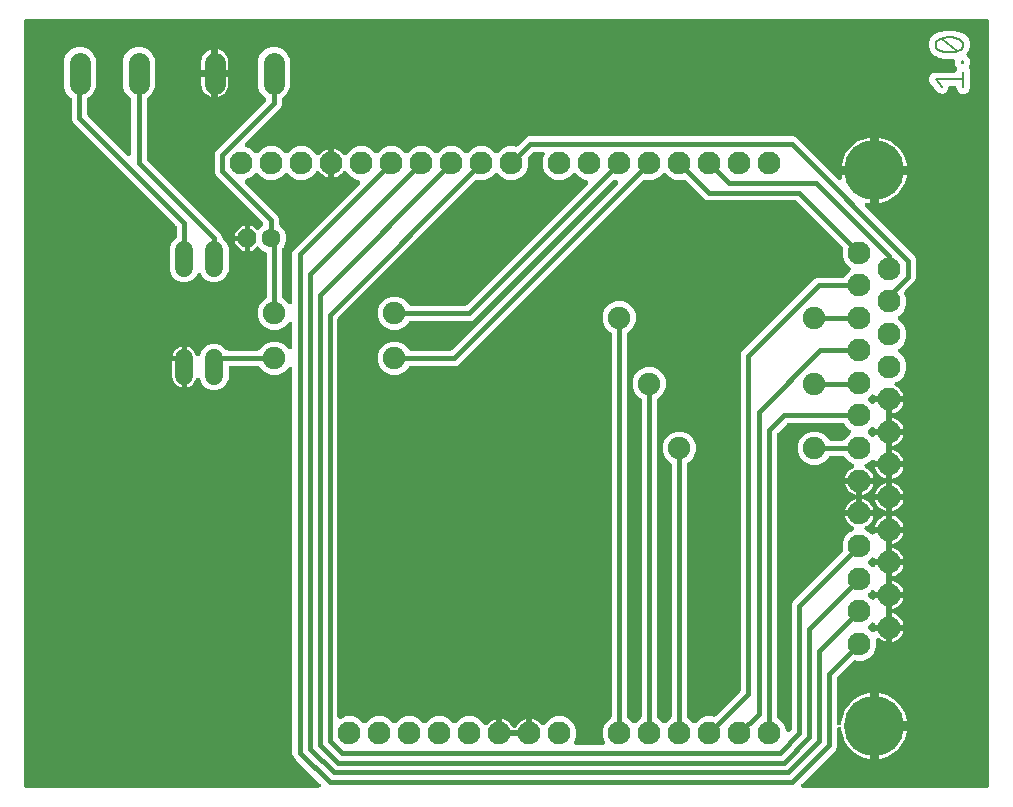
<source format=gbr>
G04 EAGLE Gerber X2 export*
%TF.Part,Single*%
%TF.FileFunction,Copper,L2,Bot,Mixed*%
%TF.FilePolarity,Positive*%
%TF.GenerationSoftware,Autodesk,EAGLE,9.6.2*%
%TF.CreationDate,2020-09-29T14:17:57Z*%
G75*
%MOMM*%
%FSLAX34Y34*%
%LPD*%
%INBottom Copper*%
%AMOC8*
5,1,8,0,0,1.08239X$1,22.5*%
G01*
%ADD10C,0.203200*%
%ADD11C,1.790700*%
%ADD12C,1.900000*%
%ADD13P,1.731824X8X202.500000*%
%ADD14C,1.600000*%
%ADD15C,1.500000*%
%ADD16C,1.930400*%
%ADD17C,5.080000*%
%ADD18C,0.381000*%

G36*
X-161709Y4574D02*
X-161709Y4574D01*
X-161718Y4573D01*
X-161912Y4594D01*
X-162101Y4613D01*
X-162110Y4615D01*
X-162119Y4616D01*
X-162303Y4675D01*
X-162486Y4731D01*
X-162494Y4735D01*
X-162502Y4738D01*
X-162671Y4831D01*
X-162840Y4923D01*
X-162847Y4928D01*
X-162855Y4933D01*
X-163002Y5057D01*
X-163149Y5180D01*
X-163155Y5187D01*
X-163162Y5193D01*
X-163281Y5345D01*
X-163402Y5494D01*
X-163406Y5502D01*
X-163411Y5509D01*
X-163499Y5682D01*
X-163587Y5851D01*
X-163590Y5860D01*
X-163594Y5868D01*
X-163646Y6054D01*
X-163699Y6238D01*
X-163699Y6247D01*
X-163702Y6256D01*
X-163716Y6449D01*
X-163731Y6640D01*
X-163730Y6648D01*
X-163731Y6657D01*
X-163707Y6850D01*
X-163685Y7039D01*
X-163682Y7048D01*
X-163681Y7057D01*
X-163619Y7239D01*
X-163560Y7422D01*
X-163555Y7430D01*
X-163552Y7438D01*
X-163456Y7605D01*
X-163362Y7773D01*
X-163356Y7780D01*
X-163352Y7787D01*
X-163137Y8040D01*
X-134462Y36715D01*
X-133476Y39095D01*
X-133476Y54086D01*
X-133468Y54173D01*
X-133469Y54261D01*
X-133448Y54373D01*
X-133436Y54487D01*
X-133411Y54571D01*
X-133394Y54657D01*
X-133352Y54763D01*
X-133318Y54872D01*
X-133276Y54949D01*
X-133243Y55030D01*
X-133181Y55125D01*
X-133126Y55226D01*
X-133070Y55293D01*
X-133022Y55366D01*
X-132942Y55448D01*
X-132869Y55535D01*
X-132800Y55590D01*
X-132738Y55652D01*
X-132644Y55716D01*
X-132555Y55787D01*
X-132477Y55828D01*
X-132404Y55877D01*
X-132299Y55920D01*
X-132198Y55973D01*
X-132113Y55997D01*
X-132032Y56031D01*
X-131920Y56053D01*
X-131811Y56084D01*
X-131723Y56091D01*
X-131637Y56108D01*
X-131523Y56108D01*
X-131409Y56117D01*
X-131322Y56107D01*
X-131234Y56106D01*
X-131123Y56083D01*
X-131010Y56070D01*
X-130926Y56043D01*
X-130840Y56025D01*
X-130735Y55981D01*
X-130627Y55945D01*
X-130550Y55902D01*
X-130470Y55868D01*
X-130375Y55803D01*
X-130276Y55747D01*
X-130210Y55690D01*
X-130137Y55640D01*
X-130058Y55559D01*
X-129972Y55484D01*
X-129918Y55415D01*
X-129856Y55352D01*
X-129795Y55256D01*
X-129725Y55166D01*
X-129686Y55088D01*
X-129638Y55014D01*
X-129596Y54908D01*
X-129545Y54806D01*
X-129523Y54721D01*
X-129490Y54639D01*
X-129463Y54499D01*
X-129441Y54417D01*
X-129437Y54365D01*
X-129427Y54314D01*
X-129189Y52208D01*
X-128491Y49149D01*
X-127455Y46187D01*
X-126093Y43359D01*
X-124423Y40702D01*
X-122467Y38248D01*
X-120248Y36029D01*
X-117794Y34073D01*
X-115137Y32403D01*
X-112309Y31041D01*
X-109347Y30005D01*
X-106288Y29307D01*
X-105663Y29236D01*
X-105663Y54864D01*
X-105661Y54882D01*
X-105663Y54899D01*
X-105641Y55082D01*
X-105623Y55264D01*
X-105618Y55282D01*
X-105616Y55299D01*
X-105559Y55474D01*
X-105505Y55649D01*
X-105497Y55665D01*
X-105491Y55682D01*
X-105401Y55842D01*
X-105313Y56003D01*
X-105302Y56017D01*
X-105293Y56033D01*
X-105173Y56172D01*
X-105056Y56313D01*
X-105042Y56324D01*
X-105030Y56337D01*
X-104885Y56450D01*
X-104742Y56565D01*
X-104726Y56573D01*
X-104712Y56584D01*
X-104547Y56666D01*
X-104385Y56751D01*
X-104368Y56755D01*
X-104351Y56763D01*
X-104173Y56811D01*
X-103998Y56862D01*
X-103980Y56863D01*
X-103963Y56868D01*
X-103632Y56895D01*
X-101599Y56895D01*
X-101599Y56897D01*
X-103632Y56897D01*
X-103650Y56899D01*
X-103667Y56897D01*
X-103850Y56919D01*
X-104033Y56937D01*
X-104050Y56942D01*
X-104067Y56944D01*
X-104242Y57001D01*
X-104417Y57055D01*
X-104433Y57063D01*
X-104450Y57069D01*
X-104610Y57159D01*
X-104772Y57247D01*
X-104785Y57258D01*
X-104801Y57267D01*
X-104940Y57387D01*
X-105081Y57504D01*
X-105092Y57518D01*
X-105105Y57530D01*
X-105218Y57674D01*
X-105333Y57818D01*
X-105341Y57834D01*
X-105352Y57848D01*
X-105434Y58013D01*
X-105519Y58176D01*
X-105524Y58193D01*
X-105532Y58209D01*
X-105579Y58387D01*
X-105630Y58562D01*
X-105631Y58580D01*
X-105636Y58597D01*
X-105663Y58928D01*
X-105663Y84556D01*
X-106288Y84485D01*
X-109347Y83787D01*
X-112309Y82751D01*
X-115137Y81389D01*
X-117794Y79719D01*
X-120248Y77763D01*
X-122467Y75544D01*
X-124423Y73090D01*
X-126093Y70433D01*
X-127455Y67605D01*
X-128491Y64643D01*
X-129189Y61584D01*
X-129427Y59478D01*
X-129445Y59393D01*
X-129454Y59305D01*
X-129487Y59196D01*
X-129511Y59085D01*
X-129546Y59004D01*
X-129572Y58920D01*
X-129626Y58820D01*
X-129672Y58716D01*
X-129722Y58643D01*
X-129764Y58566D01*
X-129836Y58479D01*
X-129902Y58385D01*
X-129965Y58324D01*
X-130021Y58257D01*
X-130110Y58186D01*
X-130192Y58107D01*
X-130267Y58060D01*
X-130335Y58005D01*
X-130436Y57952D01*
X-130532Y57891D01*
X-130614Y57860D01*
X-130692Y57819D01*
X-130802Y57788D01*
X-130908Y57747D01*
X-130995Y57732D01*
X-131079Y57708D01*
X-131193Y57698D01*
X-131305Y57679D01*
X-131393Y57682D01*
X-131481Y57675D01*
X-131594Y57688D01*
X-131708Y57692D01*
X-131793Y57712D01*
X-131880Y57722D01*
X-131989Y57757D01*
X-132100Y57783D01*
X-132180Y57819D01*
X-132263Y57847D01*
X-132362Y57903D01*
X-132466Y57950D01*
X-132537Y58001D01*
X-132614Y58045D01*
X-132700Y58119D01*
X-132792Y58186D01*
X-132852Y58250D01*
X-132919Y58308D01*
X-132988Y58398D01*
X-133066Y58481D01*
X-133112Y58557D01*
X-133165Y58626D01*
X-133216Y58728D01*
X-133275Y58825D01*
X-133305Y58908D01*
X-133345Y58986D01*
X-133374Y59097D01*
X-133413Y59204D01*
X-133426Y59290D01*
X-133449Y59375D01*
X-133461Y59518D01*
X-133474Y59602D01*
X-133472Y59654D01*
X-133476Y59706D01*
X-133476Y97313D01*
X-133474Y97340D01*
X-133476Y97367D01*
X-133454Y97541D01*
X-133436Y97714D01*
X-133429Y97740D01*
X-133425Y97766D01*
X-133370Y97932D01*
X-133318Y98099D01*
X-133305Y98123D01*
X-133297Y98148D01*
X-133210Y98300D01*
X-133126Y98453D01*
X-133109Y98473D01*
X-133096Y98497D01*
X-132881Y98750D01*
X-119669Y111962D01*
X-119652Y111976D01*
X-119637Y111993D01*
X-119496Y112104D01*
X-119358Y112217D01*
X-119338Y112227D01*
X-119320Y112241D01*
X-119160Y112322D01*
X-119002Y112406D01*
X-118981Y112412D01*
X-118961Y112422D01*
X-118788Y112469D01*
X-118616Y112520D01*
X-118594Y112522D01*
X-118572Y112528D01*
X-118394Y112541D01*
X-118215Y112557D01*
X-118193Y112554D01*
X-118171Y112556D01*
X-117993Y112533D01*
X-117815Y112513D01*
X-117793Y112507D01*
X-117771Y112504D01*
X-117455Y112402D01*
X-117129Y112267D01*
X-111470Y112267D01*
X-106242Y114433D01*
X-102241Y118434D01*
X-100075Y123662D01*
X-100075Y129270D01*
X-100070Y129321D01*
X-100073Y129372D01*
X-100050Y129521D01*
X-100035Y129670D01*
X-100020Y129719D01*
X-100013Y129770D01*
X-99961Y129911D01*
X-99917Y130055D01*
X-99893Y130100D01*
X-99875Y130148D01*
X-99797Y130277D01*
X-99725Y130409D01*
X-99693Y130448D01*
X-99666Y130492D01*
X-99564Y130603D01*
X-99468Y130719D01*
X-99428Y130751D01*
X-99393Y130788D01*
X-99271Y130877D01*
X-99154Y130971D01*
X-99109Y130994D01*
X-99067Y131024D01*
X-98930Y131087D01*
X-98797Y131156D01*
X-98748Y131171D01*
X-98701Y131192D01*
X-98554Y131226D01*
X-98410Y131268D01*
X-98359Y131272D01*
X-98309Y131284D01*
X-98158Y131288D01*
X-98008Y131301D01*
X-97958Y131295D01*
X-97907Y131296D01*
X-97758Y131271D01*
X-97609Y131254D01*
X-97560Y131238D01*
X-97510Y131229D01*
X-97369Y131176D01*
X-97226Y131129D01*
X-97181Y131104D01*
X-97134Y131085D01*
X-96936Y130966D01*
X-96875Y130931D01*
X-96865Y130922D01*
X-96850Y130913D01*
X-95291Y129780D01*
X-93580Y128909D01*
X-91755Y128316D01*
X-91439Y128265D01*
X-91439Y137669D01*
X-101006Y137669D01*
X-101060Y137516D01*
X-101110Y137356D01*
X-101126Y137327D01*
X-101138Y137296D01*
X-101224Y137151D01*
X-101305Y137004D01*
X-101327Y136978D01*
X-101344Y136950D01*
X-101457Y136825D01*
X-101566Y136697D01*
X-101592Y136676D01*
X-101614Y136651D01*
X-101750Y136551D01*
X-101882Y136447D01*
X-101911Y136432D01*
X-101938Y136412D01*
X-102091Y136341D01*
X-102241Y136265D01*
X-102273Y136256D01*
X-102303Y136242D01*
X-102466Y136202D01*
X-102628Y136157D01*
X-102662Y136154D01*
X-102694Y136147D01*
X-102862Y136140D01*
X-103030Y136127D01*
X-103063Y136132D01*
X-103096Y136130D01*
X-103262Y136157D01*
X-103429Y136178D01*
X-103461Y136189D01*
X-103494Y136194D01*
X-103651Y136252D01*
X-103811Y136306D01*
X-103840Y136323D01*
X-103871Y136334D01*
X-104014Y136423D01*
X-104160Y136507D01*
X-104188Y136531D01*
X-104213Y136547D01*
X-104276Y136606D01*
X-104413Y136722D01*
X-106301Y138610D01*
X-106373Y138648D01*
X-106380Y138654D01*
X-106388Y138659D01*
X-106536Y138783D01*
X-106683Y138905D01*
X-106689Y138912D01*
X-106696Y138918D01*
X-106817Y139069D01*
X-106937Y139217D01*
X-106941Y139225D01*
X-106947Y139233D01*
X-107035Y139404D01*
X-107124Y139574D01*
X-107127Y139582D01*
X-107131Y139591D01*
X-107183Y139775D01*
X-107237Y139960D01*
X-107238Y139969D01*
X-107241Y139978D01*
X-107255Y140168D01*
X-107272Y140361D01*
X-107271Y140370D01*
X-107272Y140379D01*
X-107249Y140569D01*
X-107227Y140761D01*
X-107224Y140770D01*
X-107223Y140779D01*
X-107163Y140961D01*
X-107104Y141145D01*
X-107099Y141153D01*
X-107097Y141161D01*
X-107002Y141327D01*
X-106908Y141496D01*
X-106902Y141503D01*
X-106897Y141511D01*
X-106771Y141656D01*
X-106646Y141802D01*
X-106639Y141808D01*
X-106633Y141815D01*
X-106480Y141932D01*
X-106329Y142050D01*
X-106321Y142054D01*
X-106313Y142060D01*
X-106288Y142073D01*
X-104365Y143996D01*
X-104235Y144103D01*
X-104108Y144213D01*
X-104079Y144230D01*
X-104054Y144251D01*
X-103905Y144330D01*
X-103759Y144414D01*
X-103727Y144424D01*
X-103698Y144440D01*
X-103537Y144488D01*
X-103377Y144541D01*
X-103344Y144545D01*
X-103312Y144555D01*
X-103144Y144570D01*
X-102977Y144590D01*
X-102944Y144588D01*
X-102911Y144591D01*
X-102743Y144573D01*
X-102576Y144560D01*
X-102544Y144551D01*
X-102511Y144548D01*
X-102350Y144497D01*
X-102188Y144451D01*
X-102159Y144436D01*
X-102127Y144426D01*
X-101979Y144344D01*
X-101830Y144268D01*
X-101804Y144247D01*
X-101775Y144231D01*
X-101646Y144122D01*
X-101514Y144018D01*
X-101493Y143992D01*
X-101468Y143971D01*
X-101363Y143839D01*
X-101255Y143710D01*
X-101239Y143681D01*
X-101218Y143655D01*
X-101142Y143505D01*
X-101061Y143357D01*
X-101051Y143326D01*
X-101036Y143296D01*
X-100990Y143133D01*
X-100940Y142973D01*
X-100937Y142940D01*
X-100928Y142908D01*
X-100916Y142747D01*
X-91439Y142747D01*
X-91439Y165355D01*
X-101006Y165355D01*
X-101059Y165203D01*
X-101110Y165042D01*
X-101126Y165013D01*
X-101138Y164982D01*
X-101224Y164837D01*
X-101305Y164690D01*
X-101327Y164664D01*
X-101344Y164636D01*
X-101457Y164511D01*
X-101566Y164383D01*
X-101592Y164362D01*
X-101614Y164337D01*
X-101750Y164237D01*
X-101882Y164133D01*
X-101911Y164118D01*
X-101938Y164098D01*
X-102091Y164027D01*
X-102240Y163951D01*
X-102273Y163942D01*
X-102303Y163928D01*
X-102466Y163888D01*
X-102628Y163843D01*
X-102662Y163840D01*
X-102694Y163833D01*
X-102862Y163826D01*
X-103030Y163813D01*
X-103063Y163818D01*
X-103096Y163816D01*
X-103262Y163843D01*
X-103429Y163864D01*
X-103461Y163875D01*
X-103494Y163880D01*
X-103651Y163938D01*
X-103811Y163992D01*
X-103840Y164009D01*
X-103871Y164020D01*
X-104014Y164109D01*
X-104160Y164193D01*
X-104188Y164217D01*
X-104213Y164233D01*
X-104276Y164292D01*
X-104413Y164408D01*
X-106463Y166458D01*
X-106474Y166471D01*
X-106488Y166483D01*
X-106602Y166628D01*
X-106718Y166769D01*
X-106726Y166785D01*
X-106737Y166799D01*
X-106821Y166964D01*
X-106907Y167125D01*
X-106912Y167142D01*
X-106920Y167158D01*
X-106969Y167336D01*
X-107021Y167511D01*
X-107023Y167529D01*
X-107028Y167546D01*
X-107041Y167729D01*
X-107058Y167912D01*
X-107056Y167930D01*
X-107057Y167947D01*
X-107034Y168129D01*
X-107014Y168312D01*
X-107009Y168329D01*
X-107007Y168347D01*
X-106948Y168520D01*
X-106893Y168696D01*
X-106884Y168711D01*
X-106879Y168728D01*
X-106787Y168888D01*
X-106698Y169048D01*
X-106686Y169062D01*
X-106678Y169077D01*
X-106463Y169330D01*
X-104413Y171380D01*
X-104283Y171487D01*
X-104156Y171598D01*
X-104127Y171614D01*
X-104101Y171635D01*
X-103953Y171714D01*
X-103807Y171798D01*
X-103775Y171808D01*
X-103746Y171824D01*
X-103584Y171872D01*
X-103425Y171925D01*
X-103392Y171929D01*
X-103360Y171939D01*
X-103192Y171954D01*
X-103025Y171975D01*
X-102992Y171972D01*
X-102959Y171975D01*
X-102791Y171957D01*
X-102624Y171944D01*
X-102592Y171935D01*
X-102559Y171932D01*
X-102398Y171881D01*
X-102236Y171835D01*
X-102207Y171820D01*
X-102175Y171810D01*
X-102027Y171729D01*
X-101878Y171652D01*
X-101852Y171632D01*
X-101822Y171615D01*
X-101694Y171506D01*
X-101562Y171402D01*
X-101541Y171377D01*
X-101515Y171355D01*
X-101411Y171223D01*
X-101302Y171094D01*
X-101286Y171065D01*
X-101266Y171039D01*
X-101189Y170889D01*
X-101108Y170742D01*
X-101098Y170710D01*
X-101083Y170680D01*
X-101038Y170518D01*
X-101012Y170433D01*
X-91439Y170433D01*
X-91439Y193041D01*
X-100914Y193041D01*
X-100923Y192978D01*
X-100941Y192810D01*
X-100951Y192778D01*
X-100956Y192745D01*
X-101012Y192586D01*
X-101063Y192426D01*
X-101079Y192397D01*
X-101090Y192366D01*
X-101176Y192221D01*
X-101257Y192074D01*
X-101279Y192049D01*
X-101296Y192020D01*
X-101409Y191896D01*
X-101518Y191767D01*
X-101544Y191746D01*
X-101566Y191722D01*
X-101701Y191622D01*
X-101834Y191517D01*
X-101864Y191502D01*
X-101890Y191483D01*
X-102043Y191411D01*
X-102193Y191335D01*
X-102225Y191326D01*
X-102255Y191312D01*
X-102419Y191272D01*
X-102581Y191227D01*
X-102614Y191225D01*
X-102646Y191217D01*
X-102814Y191210D01*
X-102982Y191198D01*
X-103015Y191202D01*
X-103048Y191201D01*
X-103214Y191227D01*
X-103382Y191248D01*
X-103413Y191259D01*
X-103446Y191264D01*
X-103604Y191323D01*
X-103763Y191376D01*
X-103792Y191393D01*
X-103823Y191405D01*
X-103967Y191493D01*
X-104112Y191577D01*
X-104140Y191601D01*
X-104165Y191617D01*
X-104229Y191676D01*
X-104365Y191792D01*
X-106301Y193728D01*
X-106373Y193766D01*
X-106380Y193772D01*
X-106388Y193777D01*
X-106536Y193901D01*
X-106683Y194023D01*
X-106689Y194030D01*
X-106696Y194036D01*
X-106817Y194187D01*
X-106937Y194335D01*
X-106941Y194343D01*
X-106947Y194351D01*
X-107035Y194522D01*
X-107124Y194692D01*
X-107127Y194700D01*
X-107131Y194709D01*
X-107183Y194893D01*
X-107237Y195078D01*
X-107238Y195087D01*
X-107241Y195096D01*
X-107255Y195286D01*
X-107272Y195479D01*
X-107271Y195488D01*
X-107272Y195497D01*
X-107249Y195687D01*
X-107227Y195879D01*
X-107224Y195888D01*
X-107223Y195897D01*
X-107163Y196079D01*
X-107104Y196263D01*
X-107099Y196271D01*
X-107097Y196279D01*
X-107002Y196445D01*
X-106908Y196614D01*
X-106902Y196621D01*
X-106897Y196629D01*
X-106772Y196773D01*
X-106646Y196920D01*
X-106639Y196926D01*
X-106633Y196933D01*
X-106480Y197050D01*
X-106329Y197168D01*
X-106321Y197172D01*
X-106313Y197178D01*
X-106288Y197191D01*
X-104413Y199066D01*
X-104283Y199173D01*
X-104156Y199284D01*
X-104127Y199300D01*
X-104101Y199321D01*
X-103953Y199400D01*
X-103807Y199484D01*
X-103775Y199494D01*
X-103746Y199510D01*
X-103584Y199558D01*
X-103425Y199611D01*
X-103392Y199615D01*
X-103360Y199625D01*
X-103192Y199640D01*
X-103025Y199661D01*
X-102992Y199658D01*
X-102959Y199661D01*
X-102791Y199643D01*
X-102624Y199630D01*
X-102592Y199621D01*
X-102559Y199618D01*
X-102398Y199567D01*
X-102236Y199521D01*
X-102207Y199506D01*
X-102175Y199496D01*
X-102027Y199415D01*
X-101878Y199338D01*
X-101852Y199318D01*
X-101822Y199301D01*
X-101694Y199192D01*
X-101562Y199088D01*
X-101541Y199063D01*
X-101515Y199041D01*
X-101411Y198909D01*
X-101302Y198780D01*
X-101286Y198751D01*
X-101266Y198725D01*
X-101190Y198575D01*
X-101108Y198428D01*
X-101098Y198396D01*
X-101083Y198366D01*
X-101038Y198204D01*
X-101012Y198119D01*
X-91439Y198119D01*
X-91439Y220473D01*
X-101006Y220473D01*
X-101060Y220321D01*
X-101110Y220160D01*
X-101126Y220131D01*
X-101138Y220100D01*
X-101224Y219955D01*
X-101305Y219808D01*
X-101327Y219782D01*
X-101344Y219754D01*
X-101457Y219629D01*
X-101566Y219501D01*
X-101592Y219480D01*
X-101614Y219456D01*
X-101750Y219356D01*
X-101882Y219251D01*
X-101911Y219236D01*
X-101938Y219216D01*
X-102091Y219145D01*
X-102240Y219069D01*
X-102273Y219060D01*
X-102303Y219046D01*
X-102466Y219006D01*
X-102628Y218961D01*
X-102662Y218958D01*
X-102694Y218951D01*
X-102862Y218944D01*
X-103030Y218931D01*
X-103063Y218936D01*
X-103096Y218934D01*
X-103262Y218961D01*
X-103429Y218982D01*
X-103461Y218992D01*
X-103494Y218998D01*
X-103652Y219057D01*
X-103811Y219110D01*
X-103840Y219127D01*
X-103871Y219138D01*
X-104014Y219227D01*
X-104160Y219311D01*
X-104188Y219335D01*
X-104213Y219351D01*
X-104276Y219410D01*
X-104413Y219526D01*
X-106242Y221355D01*
X-108719Y222381D01*
X-108834Y222443D01*
X-108954Y222496D01*
X-109011Y222538D01*
X-109074Y222571D01*
X-109175Y222655D01*
X-109281Y222731D01*
X-109330Y222782D01*
X-109384Y222828D01*
X-109467Y222929D01*
X-109556Y223025D01*
X-109593Y223085D01*
X-109638Y223140D01*
X-109699Y223256D01*
X-109768Y223367D01*
X-109792Y223434D01*
X-109825Y223497D01*
X-109862Y223622D01*
X-109907Y223745D01*
X-109918Y223815D01*
X-109938Y223883D01*
X-109950Y224013D01*
X-109970Y224143D01*
X-109967Y224214D01*
X-109973Y224284D01*
X-109958Y224414D01*
X-109953Y224545D01*
X-109936Y224614D01*
X-109928Y224684D01*
X-109888Y224809D01*
X-109857Y224936D01*
X-109826Y225000D01*
X-109805Y225068D01*
X-109741Y225182D01*
X-109685Y225300D01*
X-109643Y225357D01*
X-109608Y225419D01*
X-109523Y225518D01*
X-109445Y225624D01*
X-109393Y225671D01*
X-109346Y225725D01*
X-109243Y225806D01*
X-109146Y225893D01*
X-109076Y225936D01*
X-109029Y225973D01*
X-108961Y226007D01*
X-108864Y226068D01*
X-107910Y226554D01*
X-106357Y227682D01*
X-105000Y229039D01*
X-103872Y230592D01*
X-103001Y232302D01*
X-102408Y234127D01*
X-102357Y234443D01*
X-113792Y234443D01*
X-113810Y234444D01*
X-113827Y234443D01*
X-114010Y234464D01*
X-114192Y234483D01*
X-114209Y234488D01*
X-114227Y234490D01*
X-114305Y234515D01*
X-114442Y234476D01*
X-114460Y234474D01*
X-114477Y234470D01*
X-114808Y234443D01*
X-126243Y234443D01*
X-126192Y234127D01*
X-125599Y232302D01*
X-124728Y230592D01*
X-123600Y229039D01*
X-122243Y227682D01*
X-120690Y226554D01*
X-119736Y226068D01*
X-119626Y225997D01*
X-119511Y225934D01*
X-119457Y225889D01*
X-119397Y225850D01*
X-119303Y225759D01*
X-119203Y225675D01*
X-119159Y225619D01*
X-119108Y225570D01*
X-119034Y225462D01*
X-118952Y225360D01*
X-118920Y225297D01*
X-118879Y225239D01*
X-118828Y225118D01*
X-118768Y225002D01*
X-118749Y224934D01*
X-118721Y224869D01*
X-118694Y224740D01*
X-118659Y224615D01*
X-118653Y224544D01*
X-118639Y224474D01*
X-118638Y224343D01*
X-118627Y224213D01*
X-118636Y224143D01*
X-118635Y224072D01*
X-118660Y223943D01*
X-118676Y223814D01*
X-118698Y223746D01*
X-118712Y223677D01*
X-118761Y223556D01*
X-118803Y223431D01*
X-118838Y223370D01*
X-118865Y223304D01*
X-118937Y223195D01*
X-119002Y223082D01*
X-119049Y223028D01*
X-119088Y222969D01*
X-119180Y222877D01*
X-119267Y222778D01*
X-119323Y222735D01*
X-119373Y222685D01*
X-119482Y222612D01*
X-119586Y222533D01*
X-119659Y222495D01*
X-119709Y222462D01*
X-119779Y222433D01*
X-119881Y222381D01*
X-122358Y221355D01*
X-126359Y217354D01*
X-128525Y212126D01*
X-128525Y206467D01*
X-128390Y206141D01*
X-128383Y206119D01*
X-128373Y206099D01*
X-128325Y205927D01*
X-128273Y205755D01*
X-128271Y205733D01*
X-128265Y205711D01*
X-128252Y205532D01*
X-128235Y205354D01*
X-128237Y205332D01*
X-128236Y205310D01*
X-128258Y205132D01*
X-128277Y204954D01*
X-128283Y204933D01*
X-128286Y204910D01*
X-128343Y204741D01*
X-128397Y204569D01*
X-128407Y204550D01*
X-128414Y204529D01*
X-128504Y204374D01*
X-128590Y204216D01*
X-128604Y204199D01*
X-128615Y204180D01*
X-128830Y203927D01*
X-170592Y162165D01*
X-171578Y159785D01*
X-171578Y54325D01*
X-171580Y54298D01*
X-171578Y54271D01*
X-171600Y54098D01*
X-171618Y53924D01*
X-171625Y53898D01*
X-171629Y53872D01*
X-171684Y53706D01*
X-171736Y53539D01*
X-171749Y53515D01*
X-171757Y53490D01*
X-171844Y53339D01*
X-171928Y53185D01*
X-171945Y53165D01*
X-171958Y53141D01*
X-172173Y52888D01*
X-172808Y52253D01*
X-172815Y52247D01*
X-172820Y52241D01*
X-172969Y52121D01*
X-173119Y51998D01*
X-173127Y51994D01*
X-173134Y51988D01*
X-173303Y51901D01*
X-173475Y51809D01*
X-173484Y51807D01*
X-173491Y51803D01*
X-173675Y51750D01*
X-173861Y51695D01*
X-173870Y51694D01*
X-173878Y51691D01*
X-174069Y51676D01*
X-174262Y51658D01*
X-174271Y51659D01*
X-174280Y51659D01*
X-174469Y51681D01*
X-174662Y51702D01*
X-174671Y51704D01*
X-174679Y51705D01*
X-174862Y51765D01*
X-175046Y51823D01*
X-175054Y51828D01*
X-175062Y51830D01*
X-175231Y51925D01*
X-175398Y52018D01*
X-175405Y52024D01*
X-175413Y52028D01*
X-175558Y52154D01*
X-175705Y52278D01*
X-175711Y52286D01*
X-175718Y52291D01*
X-175835Y52443D01*
X-175955Y52594D01*
X-175959Y52602D01*
X-175964Y52609D01*
X-176051Y52783D01*
X-176137Y52953D01*
X-176140Y52962D01*
X-176144Y52970D01*
X-176194Y53158D01*
X-176245Y53341D01*
X-176246Y53350D01*
X-176248Y53359D01*
X-176269Y53615D01*
X-178441Y58858D01*
X-182442Y62859D01*
X-182768Y62994D01*
X-182788Y63005D01*
X-182809Y63012D01*
X-182965Y63100D01*
X-183123Y63184D01*
X-183140Y63199D01*
X-183160Y63210D01*
X-183295Y63326D01*
X-183434Y63441D01*
X-183448Y63458D01*
X-183465Y63473D01*
X-183574Y63614D01*
X-183687Y63753D01*
X-183698Y63773D01*
X-183711Y63791D01*
X-183791Y63951D01*
X-183874Y64110D01*
X-183881Y64131D01*
X-183891Y64151D01*
X-183937Y64325D01*
X-183987Y64496D01*
X-183989Y64519D01*
X-183995Y64540D01*
X-184022Y64871D01*
X-184022Y303561D01*
X-184020Y303588D01*
X-184022Y303615D01*
X-184000Y303789D01*
X-183982Y303962D01*
X-183975Y303988D01*
X-183971Y304014D01*
X-183916Y304180D01*
X-183864Y304347D01*
X-183851Y304371D01*
X-183843Y304396D01*
X-183756Y304548D01*
X-183672Y304701D01*
X-183655Y304721D01*
X-183642Y304745D01*
X-183427Y304998D01*
X-175712Y312713D01*
X-175691Y312730D01*
X-175674Y312751D01*
X-175536Y312858D01*
X-175400Y312968D01*
X-175377Y312981D01*
X-175355Y312997D01*
X-175199Y313075D01*
X-175045Y313157D01*
X-175019Y313165D01*
X-174995Y313177D01*
X-174826Y313222D01*
X-174659Y313272D01*
X-174632Y313274D01*
X-174606Y313281D01*
X-174275Y313308D01*
X-128371Y313308D01*
X-128349Y313306D01*
X-128326Y313308D01*
X-128149Y313286D01*
X-127970Y313268D01*
X-127949Y313262D01*
X-127927Y313259D01*
X-127757Y313203D01*
X-127585Y313150D01*
X-127566Y313140D01*
X-127544Y313133D01*
X-127389Y313044D01*
X-127231Y312958D01*
X-127214Y312944D01*
X-127195Y312933D01*
X-127059Y312815D01*
X-126922Y312701D01*
X-126908Y312683D01*
X-126891Y312669D01*
X-126782Y312526D01*
X-126670Y312387D01*
X-126659Y312367D01*
X-126646Y312349D01*
X-126494Y312054D01*
X-126359Y311728D01*
X-122299Y307668D01*
X-122227Y307629D01*
X-122220Y307624D01*
X-122212Y307619D01*
X-122065Y307496D01*
X-121916Y307373D01*
X-121911Y307366D01*
X-121904Y307360D01*
X-121785Y307212D01*
X-121663Y307060D01*
X-121658Y307052D01*
X-121653Y307045D01*
X-121565Y306875D01*
X-121476Y306704D01*
X-121473Y306695D01*
X-121469Y306687D01*
X-121416Y306501D01*
X-121363Y306317D01*
X-121362Y306308D01*
X-121359Y306300D01*
X-121344Y306107D01*
X-121328Y305916D01*
X-121329Y305907D01*
X-121328Y305898D01*
X-121352Y305707D01*
X-121373Y305516D01*
X-121376Y305508D01*
X-121377Y305498D01*
X-121438Y305316D01*
X-121496Y305133D01*
X-121501Y305125D01*
X-121504Y305116D01*
X-121599Y304950D01*
X-121693Y304781D01*
X-121699Y304774D01*
X-121703Y304767D01*
X-121830Y304621D01*
X-121954Y304476D01*
X-121962Y304470D01*
X-121968Y304463D01*
X-122122Y304345D01*
X-122271Y304227D01*
X-122280Y304223D01*
X-122287Y304218D01*
X-122312Y304205D01*
X-126359Y300158D01*
X-126494Y299832D01*
X-126505Y299812D01*
X-126512Y299791D01*
X-126600Y299635D01*
X-126684Y299477D01*
X-126699Y299460D01*
X-126710Y299440D01*
X-126826Y299305D01*
X-126941Y299166D01*
X-126958Y299152D01*
X-126973Y299135D01*
X-127114Y299026D01*
X-127253Y298913D01*
X-127273Y298902D01*
X-127291Y298889D01*
X-127451Y298809D01*
X-127610Y298726D01*
X-127631Y298719D01*
X-127651Y298709D01*
X-127825Y298663D01*
X-127996Y298613D01*
X-128019Y298611D01*
X-128040Y298605D01*
X-128371Y298578D01*
X-138494Y298578D01*
X-138516Y298580D01*
X-138538Y298578D01*
X-138716Y298600D01*
X-138894Y298618D01*
X-138916Y298624D01*
X-138938Y298627D01*
X-139108Y298683D01*
X-139279Y298736D01*
X-139299Y298746D01*
X-139320Y298753D01*
X-139476Y298842D01*
X-139633Y298928D01*
X-139650Y298942D01*
X-139670Y298953D01*
X-139806Y299071D01*
X-139943Y299185D01*
X-139956Y299203D01*
X-139973Y299217D01*
X-140083Y299360D01*
X-140195Y299499D01*
X-140205Y299519D01*
X-140219Y299537D01*
X-140370Y299832D01*
X-140470Y300072D01*
X-144428Y304030D01*
X-149601Y306173D01*
X-155199Y306173D01*
X-160372Y304030D01*
X-164330Y300072D01*
X-166473Y294899D01*
X-166473Y289301D01*
X-164330Y284128D01*
X-160372Y280170D01*
X-155199Y278027D01*
X-149601Y278027D01*
X-144428Y280170D01*
X-140470Y284128D01*
X-140370Y284368D01*
X-140360Y284388D01*
X-140353Y284409D01*
X-140265Y284565D01*
X-140180Y284723D01*
X-140166Y284740D01*
X-140155Y284760D01*
X-140038Y284895D01*
X-139924Y285034D01*
X-139906Y285048D01*
X-139892Y285065D01*
X-139750Y285174D01*
X-139611Y285287D01*
X-139591Y285298D01*
X-139574Y285311D01*
X-139413Y285391D01*
X-139255Y285474D01*
X-139233Y285481D01*
X-139213Y285491D01*
X-139040Y285537D01*
X-138868Y285587D01*
X-138846Y285589D01*
X-138824Y285595D01*
X-138494Y285622D01*
X-128371Y285622D01*
X-128349Y285620D01*
X-128326Y285622D01*
X-128149Y285600D01*
X-127970Y285582D01*
X-127949Y285576D01*
X-127927Y285573D01*
X-127757Y285517D01*
X-127585Y285464D01*
X-127566Y285454D01*
X-127544Y285447D01*
X-127389Y285358D01*
X-127231Y285272D01*
X-127214Y285258D01*
X-127195Y285247D01*
X-127059Y285129D01*
X-126922Y285015D01*
X-126908Y284997D01*
X-126891Y284983D01*
X-126782Y284840D01*
X-126670Y284701D01*
X-126659Y284681D01*
X-126646Y284663D01*
X-126494Y284368D01*
X-126359Y284042D01*
X-122358Y280041D01*
X-119881Y279015D01*
X-119766Y278953D01*
X-119646Y278900D01*
X-119589Y278858D01*
X-119526Y278825D01*
X-119425Y278741D01*
X-119319Y278665D01*
X-119270Y278614D01*
X-119216Y278568D01*
X-119133Y278467D01*
X-119044Y278371D01*
X-119007Y278311D01*
X-118962Y278256D01*
X-118901Y278140D01*
X-118832Y278029D01*
X-118808Y277962D01*
X-118775Y277899D01*
X-118738Y277774D01*
X-118693Y277651D01*
X-118682Y277581D01*
X-118662Y277513D01*
X-118650Y277383D01*
X-118630Y277253D01*
X-118633Y277182D01*
X-118627Y277112D01*
X-118642Y276982D01*
X-118647Y276851D01*
X-118664Y276782D01*
X-118672Y276712D01*
X-118712Y276587D01*
X-118743Y276460D01*
X-118774Y276396D01*
X-118795Y276328D01*
X-118859Y276214D01*
X-118915Y276096D01*
X-118957Y276039D01*
X-118992Y275977D01*
X-119077Y275878D01*
X-119155Y275772D01*
X-119207Y275725D01*
X-119254Y275671D01*
X-119357Y275590D01*
X-119454Y275503D01*
X-119524Y275460D01*
X-119571Y275423D01*
X-119639Y275389D01*
X-119736Y275328D01*
X-120690Y274842D01*
X-122243Y273714D01*
X-123600Y272357D01*
X-124728Y270804D01*
X-125599Y269094D01*
X-126192Y267269D01*
X-126243Y266953D01*
X-114808Y266953D01*
X-114790Y266951D01*
X-114773Y266953D01*
X-114590Y266932D01*
X-114408Y266913D01*
X-114391Y266908D01*
X-114373Y266906D01*
X-114295Y266881D01*
X-114158Y266920D01*
X-114140Y266922D01*
X-114123Y266926D01*
X-113792Y266953D01*
X-102357Y266953D01*
X-102408Y267269D01*
X-103001Y269094D01*
X-103872Y270804D01*
X-105000Y272357D01*
X-106357Y273714D01*
X-107910Y274842D01*
X-108864Y275328D01*
X-108974Y275399D01*
X-109089Y275462D01*
X-109143Y275507D01*
X-109203Y275546D01*
X-109297Y275637D01*
X-109397Y275721D01*
X-109441Y275777D01*
X-109492Y275826D01*
X-109566Y275934D01*
X-109648Y276036D01*
X-109680Y276099D01*
X-109721Y276157D01*
X-109772Y276278D01*
X-109832Y276394D01*
X-109851Y276462D01*
X-109879Y276527D01*
X-109906Y276656D01*
X-109941Y276781D01*
X-109947Y276852D01*
X-109961Y276922D01*
X-109962Y277053D01*
X-109973Y277183D01*
X-109964Y277253D01*
X-109965Y277324D01*
X-109940Y277453D01*
X-109924Y277582D01*
X-109902Y277650D01*
X-109888Y277719D01*
X-109839Y277840D01*
X-109797Y277965D01*
X-109762Y278026D01*
X-109735Y278092D01*
X-109663Y278201D01*
X-109598Y278314D01*
X-109551Y278368D01*
X-109512Y278427D01*
X-109420Y278519D01*
X-109333Y278618D01*
X-109277Y278661D01*
X-109227Y278711D01*
X-109118Y278784D01*
X-109014Y278863D01*
X-108941Y278901D01*
X-108891Y278934D01*
X-108821Y278963D01*
X-108719Y279015D01*
X-106242Y280041D01*
X-104413Y281870D01*
X-104283Y281977D01*
X-104156Y282088D01*
X-104127Y282104D01*
X-104101Y282125D01*
X-103953Y282204D01*
X-103807Y282288D01*
X-103775Y282298D01*
X-103746Y282314D01*
X-103584Y282362D01*
X-103425Y282415D01*
X-103392Y282419D01*
X-103360Y282429D01*
X-103192Y282444D01*
X-103025Y282465D01*
X-102992Y282462D01*
X-102959Y282465D01*
X-102791Y282447D01*
X-102624Y282434D01*
X-102592Y282425D01*
X-102559Y282422D01*
X-102398Y282371D01*
X-102236Y282325D01*
X-102206Y282310D01*
X-102175Y282300D01*
X-102027Y282219D01*
X-101878Y282142D01*
X-101852Y282122D01*
X-101822Y282105D01*
X-101694Y281996D01*
X-101562Y281892D01*
X-101541Y281866D01*
X-101515Y281845D01*
X-101411Y281713D01*
X-101302Y281584D01*
X-101286Y281555D01*
X-101266Y281529D01*
X-101190Y281379D01*
X-101108Y281232D01*
X-101098Y281200D01*
X-101083Y281170D01*
X-101038Y281008D01*
X-101012Y280923D01*
X-91439Y280923D01*
X-91439Y303277D01*
X-101006Y303277D01*
X-101060Y303124D01*
X-101110Y302964D01*
X-101126Y302935D01*
X-101138Y302904D01*
X-101224Y302759D01*
X-101305Y302612D01*
X-101327Y302586D01*
X-101344Y302558D01*
X-101457Y302433D01*
X-101566Y302305D01*
X-101592Y302284D01*
X-101614Y302259D01*
X-101750Y302159D01*
X-101882Y302055D01*
X-101911Y302040D01*
X-101938Y302020D01*
X-102091Y301949D01*
X-102241Y301873D01*
X-102273Y301864D01*
X-102303Y301850D01*
X-102466Y301810D01*
X-102628Y301765D01*
X-102662Y301762D01*
X-102694Y301755D01*
X-102862Y301748D01*
X-103030Y301735D01*
X-103063Y301740D01*
X-103096Y301738D01*
X-103262Y301765D01*
X-103429Y301786D01*
X-103461Y301797D01*
X-103494Y301802D01*
X-103651Y301860D01*
X-103811Y301914D01*
X-103840Y301931D01*
X-103871Y301942D01*
X-104014Y302031D01*
X-104160Y302115D01*
X-104188Y302139D01*
X-104213Y302155D01*
X-104276Y302214D01*
X-104413Y302330D01*
X-106301Y304218D01*
X-106373Y304256D01*
X-106380Y304262D01*
X-106388Y304267D01*
X-106536Y304391D01*
X-106683Y304513D01*
X-106689Y304520D01*
X-106696Y304526D01*
X-106817Y304677D01*
X-106937Y304825D01*
X-106941Y304833D01*
X-106947Y304841D01*
X-107035Y305012D01*
X-107124Y305182D01*
X-107127Y305190D01*
X-107131Y305199D01*
X-107183Y305383D01*
X-107237Y305568D01*
X-107238Y305577D01*
X-107241Y305586D01*
X-107255Y305776D01*
X-107272Y305969D01*
X-107271Y305978D01*
X-107272Y305987D01*
X-107249Y306177D01*
X-107227Y306369D01*
X-107224Y306378D01*
X-107223Y306387D01*
X-107163Y306569D01*
X-107104Y306753D01*
X-107099Y306761D01*
X-107097Y306769D01*
X-107002Y306935D01*
X-106908Y307104D01*
X-106902Y307111D01*
X-106897Y307119D01*
X-106771Y307264D01*
X-106646Y307410D01*
X-106639Y307416D01*
X-106633Y307423D01*
X-106480Y307540D01*
X-106329Y307658D01*
X-106321Y307662D01*
X-106313Y307668D01*
X-106288Y307681D01*
X-104365Y309604D01*
X-104235Y309711D01*
X-104108Y309821D01*
X-104079Y309838D01*
X-104054Y309859D01*
X-103905Y309938D01*
X-103759Y310022D01*
X-103727Y310032D01*
X-103698Y310048D01*
X-103537Y310096D01*
X-103377Y310149D01*
X-103344Y310153D01*
X-103312Y310163D01*
X-103144Y310178D01*
X-102977Y310198D01*
X-102944Y310196D01*
X-102911Y310199D01*
X-102743Y310181D01*
X-102576Y310168D01*
X-102544Y310159D01*
X-102511Y310156D01*
X-102350Y310105D01*
X-102188Y310059D01*
X-102159Y310044D01*
X-102127Y310034D01*
X-101979Y309952D01*
X-101830Y309876D01*
X-101804Y309855D01*
X-101775Y309839D01*
X-101646Y309730D01*
X-101514Y309626D01*
X-101493Y309600D01*
X-101468Y309579D01*
X-101363Y309447D01*
X-101255Y309318D01*
X-101239Y309289D01*
X-101218Y309263D01*
X-101142Y309113D01*
X-101061Y308965D01*
X-101051Y308934D01*
X-101036Y308904D01*
X-100990Y308741D01*
X-100940Y308581D01*
X-100937Y308548D01*
X-100928Y308516D01*
X-100916Y308355D01*
X-91439Y308355D01*
X-91439Y330963D01*
X-101006Y330963D01*
X-101060Y330811D01*
X-101110Y330650D01*
X-101127Y330621D01*
X-101138Y330590D01*
X-101224Y330445D01*
X-101305Y330298D01*
X-101327Y330273D01*
X-101344Y330244D01*
X-101457Y330119D01*
X-101566Y329991D01*
X-101592Y329970D01*
X-101614Y329945D01*
X-101750Y329845D01*
X-101882Y329741D01*
X-101911Y329726D01*
X-101938Y329706D01*
X-102091Y329635D01*
X-102241Y329559D01*
X-102273Y329550D01*
X-102303Y329536D01*
X-102466Y329496D01*
X-102628Y329451D01*
X-102662Y329448D01*
X-102694Y329441D01*
X-102862Y329434D01*
X-103030Y329421D01*
X-103063Y329426D01*
X-103096Y329424D01*
X-103262Y329451D01*
X-103429Y329472D01*
X-103461Y329483D01*
X-103494Y329488D01*
X-103651Y329546D01*
X-103811Y329600D01*
X-103840Y329617D01*
X-103871Y329628D01*
X-104014Y329717D01*
X-104160Y329801D01*
X-104188Y329825D01*
X-104213Y329841D01*
X-104276Y329900D01*
X-104413Y330016D01*
X-106463Y332066D01*
X-106474Y332079D01*
X-106488Y332091D01*
X-106602Y332236D01*
X-106718Y332377D01*
X-106726Y332393D01*
X-106737Y332407D01*
X-106821Y332572D01*
X-106907Y332733D01*
X-106912Y332750D01*
X-106920Y332766D01*
X-106969Y332944D01*
X-107021Y333119D01*
X-107023Y333137D01*
X-107028Y333154D01*
X-107041Y333337D01*
X-107058Y333520D01*
X-107056Y333538D01*
X-107057Y333555D01*
X-107034Y333737D01*
X-107014Y333920D01*
X-107009Y333937D01*
X-107007Y333955D01*
X-106948Y334128D01*
X-106893Y334304D01*
X-106884Y334319D01*
X-106879Y334336D01*
X-106787Y334496D01*
X-106698Y334656D01*
X-106686Y334670D01*
X-106678Y334685D01*
X-106463Y334938D01*
X-104413Y336988D01*
X-104283Y337095D01*
X-104156Y337206D01*
X-104127Y337222D01*
X-104101Y337243D01*
X-103953Y337322D01*
X-103807Y337406D01*
X-103775Y337416D01*
X-103746Y337432D01*
X-103584Y337480D01*
X-103425Y337533D01*
X-103392Y337537D01*
X-103360Y337547D01*
X-103192Y337562D01*
X-103025Y337583D01*
X-102992Y337580D01*
X-102959Y337583D01*
X-102791Y337565D01*
X-102624Y337552D01*
X-102592Y337543D01*
X-102559Y337540D01*
X-102398Y337489D01*
X-102236Y337443D01*
X-102206Y337428D01*
X-102175Y337418D01*
X-102027Y337337D01*
X-101878Y337260D01*
X-101852Y337240D01*
X-101822Y337223D01*
X-101694Y337115D01*
X-101562Y337010D01*
X-101541Y336984D01*
X-101515Y336963D01*
X-101411Y336831D01*
X-101303Y336702D01*
X-101286Y336673D01*
X-101266Y336647D01*
X-101190Y336497D01*
X-101109Y336350D01*
X-101099Y336318D01*
X-101083Y336288D01*
X-101038Y336126D01*
X-101012Y336041D01*
X-89408Y336041D01*
X-89390Y336039D01*
X-89373Y336041D01*
X-89190Y336020D01*
X-89008Y336001D01*
X-88991Y335996D01*
X-88973Y335994D01*
X-88895Y335969D01*
X-88758Y336008D01*
X-88740Y336010D01*
X-88723Y336014D01*
X-88392Y336041D01*
X-76957Y336041D01*
X-77008Y336357D01*
X-77601Y338182D01*
X-78472Y339892D01*
X-79600Y341445D01*
X-80957Y342802D01*
X-82510Y343930D01*
X-83464Y344416D01*
X-83574Y344487D01*
X-83689Y344550D01*
X-83743Y344595D01*
X-83803Y344634D01*
X-83897Y344725D01*
X-83997Y344809D01*
X-84041Y344865D01*
X-84092Y344914D01*
X-84166Y345022D01*
X-84248Y345124D01*
X-84280Y345187D01*
X-84321Y345245D01*
X-84372Y345366D01*
X-84432Y345482D01*
X-84451Y345550D01*
X-84479Y345615D01*
X-84506Y345744D01*
X-84541Y345869D01*
X-84547Y345940D01*
X-84561Y346010D01*
X-84562Y346141D01*
X-84573Y346271D01*
X-84564Y346341D01*
X-84565Y346412D01*
X-84540Y346541D01*
X-84524Y346670D01*
X-84502Y346738D01*
X-84488Y346807D01*
X-84439Y346928D01*
X-84397Y347053D01*
X-84362Y347114D01*
X-84335Y347180D01*
X-84263Y347289D01*
X-84198Y347402D01*
X-84151Y347456D01*
X-84112Y347515D01*
X-84020Y347607D01*
X-83933Y347706D01*
X-83877Y347749D01*
X-83827Y347799D01*
X-83718Y347872D01*
X-83614Y347951D01*
X-83541Y347989D01*
X-83491Y348022D01*
X-83421Y348051D01*
X-83319Y348103D01*
X-80842Y349129D01*
X-76841Y353130D01*
X-74675Y358358D01*
X-74675Y364018D01*
X-76841Y369246D01*
X-81063Y373468D01*
X-81074Y373481D01*
X-81088Y373493D01*
X-81202Y373637D01*
X-81318Y373779D01*
X-81326Y373795D01*
X-81337Y373809D01*
X-81421Y373973D01*
X-81507Y374135D01*
X-81512Y374152D01*
X-81520Y374168D01*
X-81569Y374345D01*
X-81621Y374521D01*
X-81623Y374539D01*
X-81628Y374556D01*
X-81641Y374739D01*
X-81658Y374922D01*
X-81656Y374940D01*
X-81657Y374957D01*
X-81634Y375139D01*
X-81614Y375322D01*
X-81609Y375339D01*
X-81607Y375357D01*
X-81549Y375529D01*
X-81493Y375706D01*
X-81484Y375722D01*
X-81478Y375738D01*
X-81387Y375898D01*
X-81298Y376058D01*
X-81287Y376072D01*
X-81278Y376087D01*
X-81063Y376340D01*
X-76841Y380562D01*
X-74675Y385790D01*
X-74675Y391450D01*
X-76841Y396678D01*
X-80901Y400738D01*
X-80973Y400777D01*
X-80980Y400782D01*
X-80988Y400787D01*
X-81135Y400910D01*
X-81284Y401033D01*
X-81289Y401040D01*
X-81296Y401046D01*
X-81415Y401194D01*
X-81537Y401346D01*
X-81542Y401354D01*
X-81547Y401361D01*
X-81635Y401531D01*
X-81724Y401702D01*
X-81727Y401711D01*
X-81731Y401719D01*
X-81784Y401905D01*
X-81837Y402089D01*
X-81838Y402098D01*
X-81841Y402106D01*
X-81856Y402299D01*
X-81872Y402490D01*
X-81871Y402499D01*
X-81872Y402508D01*
X-81849Y402698D01*
X-81827Y402890D01*
X-81824Y402898D01*
X-81823Y402908D01*
X-81762Y403090D01*
X-81704Y403273D01*
X-81699Y403281D01*
X-81696Y403290D01*
X-81601Y403456D01*
X-81507Y403625D01*
X-81501Y403632D01*
X-81497Y403639D01*
X-81370Y403785D01*
X-81246Y403930D01*
X-81238Y403936D01*
X-81232Y403943D01*
X-81078Y404061D01*
X-80929Y404179D01*
X-80920Y404183D01*
X-80913Y404188D01*
X-80888Y404201D01*
X-76841Y408248D01*
X-74675Y413476D01*
X-74675Y419136D01*
X-76238Y422909D01*
X-76245Y422931D01*
X-76255Y422951D01*
X-76303Y423124D01*
X-76355Y423295D01*
X-76357Y423317D01*
X-76363Y423339D01*
X-76376Y423518D01*
X-76393Y423696D01*
X-76391Y423718D01*
X-76392Y423740D01*
X-76370Y423919D01*
X-76351Y424096D01*
X-76345Y424117D01*
X-76342Y424140D01*
X-76285Y424310D01*
X-76232Y424480D01*
X-76221Y424500D01*
X-76214Y424521D01*
X-76124Y424677D01*
X-76038Y424834D01*
X-76024Y424851D01*
X-76013Y424870D01*
X-75798Y425123D01*
X-69387Y431534D01*
X-67279Y433642D01*
X-66293Y436023D01*
X-66293Y452131D01*
X-67279Y454512D01*
X-109328Y496561D01*
X-109351Y496588D01*
X-109377Y496612D01*
X-109478Y496744D01*
X-109583Y496873D01*
X-109600Y496904D01*
X-109621Y496932D01*
X-109694Y497082D01*
X-109772Y497228D01*
X-109782Y497262D01*
X-109797Y497294D01*
X-109839Y497455D01*
X-109887Y497614D01*
X-109890Y497649D01*
X-109899Y497683D01*
X-109908Y497849D01*
X-109923Y498015D01*
X-109919Y498050D01*
X-109921Y498085D01*
X-109898Y498250D01*
X-109880Y498415D01*
X-109869Y498449D01*
X-109864Y498484D01*
X-109809Y498640D01*
X-109758Y498799D01*
X-109741Y498830D01*
X-109729Y498863D01*
X-109644Y499006D01*
X-109563Y499152D01*
X-109541Y499178D01*
X-109522Y499209D01*
X-109410Y499332D01*
X-109303Y499459D01*
X-109275Y499480D01*
X-109251Y499507D01*
X-109118Y499605D01*
X-108987Y499708D01*
X-108956Y499724D01*
X-108927Y499745D01*
X-108776Y499815D01*
X-108628Y499891D01*
X-108594Y499900D01*
X-108562Y499915D01*
X-108401Y499954D01*
X-108240Y499999D01*
X-108205Y500001D01*
X-108171Y500009D01*
X-108005Y500016D01*
X-107839Y500028D01*
X-107804Y500023D01*
X-107768Y500025D01*
X-107440Y499978D01*
X-107439Y499977D01*
X-106288Y499715D01*
X-105663Y499644D01*
X-105663Y523241D01*
X-129260Y523241D01*
X-129189Y522616D01*
X-128926Y521464D01*
X-128922Y521429D01*
X-128912Y521395D01*
X-128897Y521229D01*
X-128876Y521065D01*
X-128879Y521030D01*
X-128875Y520994D01*
X-128893Y520828D01*
X-128906Y520663D01*
X-128915Y520629D01*
X-128919Y520594D01*
X-128969Y520435D01*
X-129014Y520275D01*
X-129030Y520244D01*
X-129040Y520210D01*
X-129121Y520065D01*
X-129196Y519916D01*
X-129218Y519889D01*
X-129235Y519858D01*
X-129343Y519731D01*
X-129446Y519601D01*
X-129473Y519578D01*
X-129496Y519551D01*
X-129626Y519448D01*
X-129753Y519340D01*
X-129784Y519323D01*
X-129812Y519301D01*
X-129960Y519226D01*
X-130105Y519145D01*
X-130139Y519135D01*
X-130171Y519119D01*
X-130331Y519074D01*
X-130489Y519024D01*
X-130524Y519020D01*
X-130558Y519011D01*
X-130724Y518999D01*
X-130890Y518981D01*
X-130925Y518984D01*
X-130960Y518981D01*
X-131125Y519002D01*
X-131291Y519017D01*
X-131324Y519027D01*
X-131359Y519032D01*
X-131517Y519085D01*
X-131676Y519132D01*
X-131708Y519149D01*
X-131741Y519160D01*
X-131885Y519243D01*
X-132032Y519321D01*
X-132059Y519343D01*
X-132090Y519361D01*
X-132343Y519576D01*
X-165680Y552913D01*
X-167788Y555021D01*
X-168220Y555199D01*
X-168220Y555200D01*
X-170169Y556007D01*
X-394100Y556007D01*
X-396480Y555021D01*
X-403571Y547930D01*
X-403588Y547916D01*
X-403603Y547899D01*
X-403744Y547788D01*
X-403882Y547675D01*
X-403902Y547665D01*
X-403920Y547651D01*
X-404080Y547570D01*
X-404238Y547486D01*
X-404259Y547480D01*
X-404279Y547470D01*
X-404452Y547423D01*
X-404624Y547372D01*
X-404646Y547370D01*
X-404668Y547364D01*
X-404846Y547351D01*
X-405025Y547335D01*
X-405047Y547338D01*
X-405069Y547336D01*
X-405247Y547359D01*
X-405425Y547379D01*
X-405447Y547385D01*
X-405469Y547388D01*
X-405785Y547490D01*
X-406111Y547625D01*
X-411770Y547625D01*
X-416998Y545459D01*
X-420204Y542253D01*
X-420217Y542242D01*
X-420229Y542228D01*
X-420373Y542114D01*
X-420515Y541998D01*
X-420531Y541990D01*
X-420545Y541979D01*
X-420709Y541895D01*
X-420871Y541809D01*
X-420888Y541804D01*
X-420904Y541796D01*
X-421081Y541747D01*
X-421257Y541695D01*
X-421275Y541693D01*
X-421292Y541688D01*
X-421475Y541675D01*
X-421658Y541658D01*
X-421676Y541660D01*
X-421693Y541659D01*
X-421875Y541682D01*
X-422058Y541702D01*
X-422075Y541707D01*
X-422093Y541709D01*
X-422266Y541768D01*
X-422442Y541823D01*
X-422458Y541832D01*
X-422474Y541838D01*
X-422634Y541929D01*
X-422794Y542018D01*
X-422808Y542029D01*
X-422823Y542038D01*
X-423076Y542253D01*
X-426282Y545459D01*
X-431510Y547625D01*
X-437170Y547625D01*
X-442398Y545459D01*
X-445604Y542253D01*
X-445617Y542242D01*
X-445629Y542228D01*
X-445773Y542114D01*
X-445915Y541998D01*
X-445931Y541990D01*
X-445945Y541979D01*
X-446109Y541895D01*
X-446271Y541809D01*
X-446288Y541804D01*
X-446304Y541796D01*
X-446481Y541747D01*
X-446657Y541695D01*
X-446675Y541693D01*
X-446692Y541688D01*
X-446875Y541675D01*
X-447058Y541658D01*
X-447076Y541660D01*
X-447093Y541659D01*
X-447275Y541682D01*
X-447458Y541702D01*
X-447475Y541707D01*
X-447493Y541709D01*
X-447666Y541768D01*
X-447842Y541823D01*
X-447858Y541832D01*
X-447874Y541838D01*
X-448034Y541929D01*
X-448194Y542018D01*
X-448208Y542029D01*
X-448223Y542038D01*
X-448476Y542253D01*
X-451682Y545459D01*
X-456910Y547625D01*
X-462570Y547625D01*
X-467798Y545459D01*
X-471004Y542253D01*
X-471017Y542242D01*
X-471029Y542228D01*
X-471173Y542114D01*
X-471315Y541998D01*
X-471331Y541990D01*
X-471345Y541979D01*
X-471509Y541895D01*
X-471671Y541809D01*
X-471688Y541804D01*
X-471704Y541796D01*
X-471881Y541747D01*
X-472057Y541695D01*
X-472075Y541693D01*
X-472092Y541688D01*
X-472275Y541675D01*
X-472458Y541658D01*
X-472476Y541660D01*
X-472493Y541659D01*
X-472675Y541682D01*
X-472858Y541702D01*
X-472875Y541707D01*
X-472893Y541709D01*
X-473066Y541768D01*
X-473242Y541823D01*
X-473258Y541832D01*
X-473274Y541838D01*
X-473434Y541929D01*
X-473594Y542018D01*
X-473608Y542029D01*
X-473623Y542038D01*
X-473876Y542253D01*
X-477082Y545459D01*
X-482310Y547625D01*
X-487970Y547625D01*
X-493198Y545459D01*
X-496404Y542253D01*
X-496417Y542242D01*
X-496429Y542228D01*
X-496573Y542114D01*
X-496715Y541998D01*
X-496731Y541990D01*
X-496745Y541979D01*
X-496909Y541895D01*
X-497071Y541809D01*
X-497088Y541804D01*
X-497104Y541796D01*
X-497281Y541747D01*
X-497457Y541695D01*
X-497475Y541693D01*
X-497492Y541688D01*
X-497675Y541675D01*
X-497858Y541658D01*
X-497876Y541660D01*
X-497893Y541659D01*
X-498075Y541682D01*
X-498258Y541702D01*
X-498275Y541707D01*
X-498293Y541709D01*
X-498466Y541768D01*
X-498642Y541823D01*
X-498658Y541832D01*
X-498674Y541838D01*
X-498834Y541929D01*
X-498994Y542018D01*
X-499008Y542029D01*
X-499023Y542038D01*
X-499276Y542253D01*
X-502482Y545459D01*
X-507710Y547625D01*
X-513370Y547625D01*
X-518598Y545459D01*
X-521804Y542253D01*
X-521817Y542242D01*
X-521829Y542228D01*
X-521973Y542114D01*
X-522115Y541998D01*
X-522131Y541990D01*
X-522145Y541979D01*
X-522309Y541895D01*
X-522471Y541809D01*
X-522488Y541804D01*
X-522504Y541796D01*
X-522681Y541747D01*
X-522857Y541695D01*
X-522875Y541693D01*
X-522892Y541688D01*
X-523075Y541675D01*
X-523258Y541658D01*
X-523276Y541660D01*
X-523293Y541659D01*
X-523475Y541682D01*
X-523658Y541702D01*
X-523675Y541707D01*
X-523693Y541709D01*
X-523866Y541768D01*
X-524042Y541823D01*
X-524058Y541832D01*
X-524074Y541838D01*
X-524234Y541929D01*
X-524394Y542018D01*
X-524408Y542029D01*
X-524423Y542038D01*
X-524676Y542253D01*
X-527882Y545459D01*
X-533110Y547625D01*
X-538770Y547625D01*
X-543998Y545459D01*
X-547999Y541458D01*
X-548109Y541193D01*
X-548191Y541040D01*
X-548267Y540887D01*
X-548285Y540864D01*
X-548299Y540839D01*
X-548409Y540706D01*
X-548515Y540569D01*
X-548537Y540550D01*
X-548555Y540528D01*
X-548689Y540419D01*
X-548820Y540307D01*
X-548845Y540293D01*
X-548868Y540274D01*
X-549021Y540194D01*
X-549171Y540110D01*
X-549199Y540101D01*
X-549224Y540087D01*
X-549390Y540039D01*
X-549554Y539986D01*
X-549583Y539982D01*
X-549611Y539974D01*
X-549783Y539960D01*
X-549954Y539940D01*
X-549983Y539942D01*
X-550012Y539940D01*
X-550183Y539959D01*
X-550356Y539974D01*
X-550383Y539982D01*
X-550412Y539985D01*
X-550576Y540038D01*
X-550742Y540086D01*
X-550768Y540099D01*
X-550795Y540108D01*
X-550946Y540192D01*
X-551099Y540272D01*
X-551122Y540290D01*
X-551147Y540304D01*
X-551278Y540417D01*
X-551412Y540525D01*
X-551433Y540550D01*
X-551453Y540566D01*
X-551505Y540633D01*
X-551629Y540777D01*
X-552040Y541343D01*
X-553397Y542700D01*
X-554950Y543828D01*
X-556660Y544699D01*
X-558485Y545292D01*
X-558841Y545349D01*
X-558841Y533868D01*
X-558842Y533850D01*
X-558841Y533833D01*
X-558862Y533650D01*
X-558881Y533468D01*
X-558886Y533451D01*
X-558888Y533433D01*
X-558901Y533392D01*
X-558874Y533298D01*
X-558872Y533280D01*
X-558868Y533263D01*
X-558841Y532932D01*
X-558841Y521451D01*
X-558485Y521508D01*
X-556660Y522101D01*
X-554950Y522972D01*
X-553397Y524100D01*
X-552040Y525457D01*
X-551629Y526023D01*
X-551514Y526152D01*
X-551403Y526284D01*
X-551380Y526302D01*
X-551361Y526324D01*
X-551223Y526428D01*
X-551088Y526535D01*
X-551062Y526548D01*
X-551039Y526566D01*
X-550884Y526640D01*
X-550730Y526719D01*
X-550702Y526727D01*
X-550676Y526739D01*
X-550509Y526782D01*
X-550342Y526829D01*
X-550313Y526831D01*
X-550285Y526838D01*
X-550113Y526847D01*
X-549941Y526860D01*
X-549912Y526857D01*
X-549883Y526858D01*
X-549712Y526832D01*
X-549541Y526811D01*
X-549514Y526802D01*
X-549485Y526798D01*
X-549323Y526739D01*
X-549159Y526685D01*
X-549134Y526670D01*
X-549107Y526661D01*
X-548959Y526571D01*
X-548809Y526485D01*
X-548787Y526466D01*
X-548763Y526451D01*
X-548636Y526334D01*
X-548506Y526221D01*
X-548488Y526198D01*
X-548467Y526178D01*
X-548365Y526039D01*
X-548260Y525902D01*
X-548245Y525873D01*
X-548231Y525852D01*
X-548195Y525775D01*
X-548109Y525607D01*
X-547999Y525342D01*
X-543998Y521341D01*
X-541611Y520352D01*
X-538754Y519169D01*
X-538618Y519154D01*
X-538429Y519135D01*
X-538420Y519133D01*
X-538411Y519132D01*
X-538227Y519073D01*
X-538044Y519017D01*
X-538036Y519013D01*
X-538028Y519010D01*
X-537859Y518917D01*
X-537690Y518825D01*
X-537683Y518820D01*
X-537675Y518815D01*
X-537528Y518691D01*
X-537381Y518568D01*
X-537375Y518561D01*
X-537368Y518555D01*
X-537249Y518403D01*
X-537128Y518254D01*
X-537124Y518246D01*
X-537119Y518239D01*
X-537031Y518066D01*
X-536943Y517897D01*
X-536940Y517888D01*
X-536936Y517880D01*
X-536884Y517693D01*
X-536831Y517510D01*
X-536831Y517501D01*
X-536828Y517492D01*
X-536814Y517299D01*
X-536799Y517108D01*
X-536800Y517100D01*
X-536799Y517091D01*
X-536823Y516898D01*
X-536845Y516709D01*
X-536848Y516700D01*
X-536849Y516691D01*
X-536911Y516509D01*
X-536970Y516326D01*
X-536975Y516318D01*
X-536978Y516310D01*
X-537074Y516143D01*
X-537168Y515975D01*
X-537174Y515968D01*
X-537178Y515961D01*
X-537393Y515708D01*
X-593248Y459853D01*
X-594234Y457473D01*
X-594234Y415839D01*
X-594235Y415831D01*
X-594234Y415822D01*
X-594255Y415630D01*
X-594274Y415439D01*
X-594276Y415430D01*
X-594277Y415421D01*
X-594335Y415239D01*
X-594392Y415054D01*
X-594396Y415046D01*
X-594399Y415038D01*
X-594492Y414869D01*
X-594584Y414700D01*
X-594589Y414693D01*
X-594594Y414685D01*
X-594718Y414538D01*
X-594841Y414391D01*
X-594848Y414385D01*
X-594854Y414378D01*
X-595005Y414259D01*
X-595155Y414138D01*
X-595163Y414134D01*
X-595170Y414129D01*
X-595343Y414041D01*
X-595512Y413953D01*
X-595521Y413950D01*
X-595529Y413946D01*
X-595715Y413894D01*
X-595899Y413841D01*
X-595908Y413841D01*
X-595917Y413838D01*
X-596110Y413824D01*
X-596301Y413808D01*
X-596309Y413810D01*
X-596318Y413809D01*
X-596511Y413833D01*
X-596700Y413855D01*
X-596709Y413858D01*
X-596718Y413859D01*
X-596901Y413921D01*
X-597083Y413980D01*
X-597091Y413985D01*
X-597099Y413987D01*
X-597266Y414084D01*
X-597434Y414178D01*
X-597441Y414184D01*
X-597448Y414188D01*
X-597701Y414403D01*
X-601628Y418330D01*
X-601868Y418430D01*
X-601888Y418440D01*
X-601909Y418447D01*
X-602065Y418535D01*
X-602223Y418620D01*
X-602240Y418634D01*
X-602260Y418645D01*
X-602395Y418762D01*
X-602534Y418876D01*
X-602548Y418894D01*
X-602565Y418908D01*
X-602674Y419050D01*
X-602787Y419189D01*
X-602798Y419209D01*
X-602811Y419226D01*
X-602891Y419387D01*
X-602974Y419545D01*
X-602981Y419567D01*
X-602991Y419587D01*
X-603037Y419760D01*
X-603087Y419932D01*
X-603089Y419954D01*
X-603095Y419976D01*
X-603122Y420306D01*
X-603122Y460296D01*
X-603120Y460322D01*
X-603122Y460349D01*
X-603100Y460523D01*
X-603082Y460696D01*
X-603075Y460722D01*
X-603071Y460749D01*
X-603016Y460914D01*
X-602964Y461081D01*
X-602951Y461105D01*
X-602943Y461130D01*
X-602856Y461282D01*
X-602772Y461435D01*
X-602755Y461456D01*
X-602742Y461479D01*
X-602527Y461732D01*
X-601481Y462778D01*
X-599567Y467399D01*
X-599567Y472401D01*
X-601481Y477022D01*
X-605067Y480608D01*
X-605084Y480629D01*
X-605105Y480646D01*
X-605212Y480784D01*
X-605322Y480919D01*
X-605335Y480943D01*
X-605351Y480964D01*
X-605429Y481121D01*
X-605511Y481275D01*
X-605519Y481301D01*
X-605531Y481325D01*
X-605576Y481494D01*
X-605626Y481661D01*
X-605628Y481688D01*
X-605635Y481713D01*
X-605662Y482044D01*
X-605662Y486479D01*
X-606648Y488859D01*
X-634155Y516366D01*
X-634163Y516376D01*
X-634173Y516385D01*
X-634290Y516532D01*
X-634410Y516677D01*
X-634416Y516689D01*
X-634424Y516699D01*
X-634510Y516867D01*
X-634598Y517033D01*
X-634602Y517046D01*
X-634608Y517058D01*
X-634659Y517238D01*
X-634713Y517419D01*
X-634714Y517432D01*
X-634718Y517445D01*
X-634732Y517631D01*
X-634749Y517820D01*
X-634748Y517833D01*
X-634749Y517846D01*
X-634727Y518031D01*
X-634706Y518220D01*
X-634702Y518233D01*
X-634700Y518246D01*
X-634642Y518422D01*
X-634585Y518604D01*
X-634578Y518616D01*
X-634574Y518628D01*
X-634481Y518792D01*
X-634390Y518956D01*
X-634381Y518966D01*
X-634374Y518978D01*
X-634250Y519121D01*
X-634129Y519263D01*
X-634119Y519271D01*
X-634110Y519282D01*
X-633961Y519396D01*
X-633813Y519513D01*
X-633801Y519519D01*
X-633791Y519527D01*
X-633496Y519679D01*
X-629482Y521341D01*
X-626276Y524547D01*
X-626262Y524558D01*
X-626251Y524572D01*
X-626107Y524685D01*
X-625965Y524802D01*
X-625949Y524810D01*
X-625935Y524821D01*
X-625771Y524905D01*
X-625609Y524991D01*
X-625592Y524996D01*
X-625576Y525004D01*
X-625399Y525053D01*
X-625223Y525105D01*
X-625205Y525107D01*
X-625188Y525112D01*
X-625005Y525125D01*
X-624822Y525142D01*
X-624804Y525140D01*
X-624787Y525141D01*
X-624605Y525118D01*
X-624422Y525098D01*
X-624405Y525093D01*
X-624387Y525091D01*
X-624213Y525032D01*
X-624038Y524977D01*
X-624022Y524968D01*
X-624006Y524962D01*
X-623846Y524871D01*
X-623686Y524782D01*
X-623672Y524771D01*
X-623657Y524762D01*
X-623404Y524547D01*
X-620198Y521341D01*
X-617811Y520352D01*
X-614970Y519175D01*
X-609310Y519175D01*
X-604082Y521341D01*
X-600876Y524547D01*
X-600863Y524558D01*
X-600851Y524572D01*
X-600707Y524686D01*
X-600565Y524802D01*
X-600549Y524810D01*
X-600535Y524821D01*
X-600371Y524905D01*
X-600209Y524991D01*
X-600192Y524996D01*
X-600176Y525004D01*
X-599999Y525053D01*
X-599823Y525105D01*
X-599805Y525107D01*
X-599788Y525112D01*
X-599605Y525125D01*
X-599422Y525142D01*
X-599404Y525140D01*
X-599387Y525141D01*
X-599205Y525118D01*
X-599022Y525098D01*
X-599005Y525093D01*
X-598987Y525091D01*
X-598814Y525032D01*
X-598638Y524977D01*
X-598622Y524968D01*
X-598606Y524962D01*
X-598446Y524871D01*
X-598286Y524782D01*
X-598272Y524771D01*
X-598257Y524762D01*
X-598004Y524547D01*
X-594798Y521341D01*
X-592411Y520352D01*
X-589570Y519175D01*
X-583910Y519175D01*
X-578682Y521341D01*
X-574681Y525342D01*
X-574571Y525607D01*
X-574490Y525759D01*
X-574413Y525913D01*
X-574395Y525936D01*
X-574381Y525961D01*
X-574271Y526094D01*
X-574165Y526231D01*
X-574143Y526250D01*
X-574125Y526272D01*
X-573991Y526381D01*
X-573860Y526493D01*
X-573835Y526507D01*
X-573812Y526526D01*
X-573659Y526606D01*
X-573509Y526690D01*
X-573481Y526699D01*
X-573456Y526713D01*
X-573290Y526761D01*
X-573126Y526814D01*
X-573097Y526818D01*
X-573069Y526826D01*
X-572897Y526840D01*
X-572726Y526860D01*
X-572697Y526858D01*
X-572668Y526860D01*
X-572497Y526841D01*
X-572324Y526826D01*
X-572297Y526818D01*
X-572268Y526815D01*
X-572104Y526762D01*
X-571938Y526714D01*
X-571912Y526701D01*
X-571885Y526692D01*
X-571734Y526608D01*
X-571581Y526528D01*
X-571558Y526510D01*
X-571533Y526496D01*
X-571402Y526383D01*
X-571268Y526275D01*
X-571247Y526250D01*
X-571227Y526234D01*
X-571175Y526167D01*
X-571051Y526023D01*
X-570640Y525457D01*
X-569283Y524100D01*
X-567730Y522972D01*
X-566020Y522101D01*
X-564195Y521508D01*
X-563839Y521451D01*
X-563839Y532932D01*
X-563837Y532950D01*
X-563839Y532967D01*
X-563818Y533149D01*
X-563799Y533332D01*
X-563794Y533349D01*
X-563792Y533367D01*
X-563779Y533408D01*
X-563806Y533502D01*
X-563808Y533520D01*
X-563812Y533537D01*
X-563839Y533868D01*
X-563839Y545349D01*
X-564195Y545292D01*
X-566020Y544699D01*
X-567730Y543828D01*
X-569283Y542700D01*
X-570640Y541343D01*
X-571051Y540777D01*
X-571166Y540648D01*
X-571277Y540516D01*
X-571300Y540498D01*
X-571319Y540476D01*
X-571457Y540372D01*
X-571592Y540265D01*
X-571618Y540252D01*
X-571641Y540234D01*
X-571796Y540160D01*
X-571950Y540081D01*
X-571978Y540073D01*
X-572004Y540061D01*
X-572171Y540018D01*
X-572338Y539971D01*
X-572367Y539969D01*
X-572395Y539962D01*
X-572567Y539953D01*
X-572739Y539940D01*
X-572768Y539943D01*
X-572797Y539942D01*
X-572968Y539968D01*
X-573139Y539989D01*
X-573166Y539998D01*
X-573195Y540002D01*
X-573357Y540061D01*
X-573521Y540115D01*
X-573546Y540130D01*
X-573573Y540139D01*
X-573721Y540229D01*
X-573871Y540315D01*
X-573893Y540334D01*
X-573917Y540349D01*
X-574044Y540466D01*
X-574174Y540579D01*
X-574192Y540602D01*
X-574213Y540622D01*
X-574315Y540761D01*
X-574420Y540898D01*
X-574435Y540927D01*
X-574449Y540948D01*
X-574485Y541025D01*
X-574571Y541193D01*
X-574681Y541458D01*
X-578682Y545459D01*
X-583910Y547625D01*
X-589570Y547625D01*
X-594798Y545459D01*
X-598004Y542253D01*
X-598018Y542242D01*
X-598029Y542228D01*
X-598173Y542115D01*
X-598315Y541998D01*
X-598331Y541990D01*
X-598345Y541979D01*
X-598509Y541895D01*
X-598671Y541809D01*
X-598688Y541804D01*
X-598704Y541796D01*
X-598881Y541747D01*
X-599057Y541695D01*
X-599075Y541693D01*
X-599092Y541688D01*
X-599275Y541675D01*
X-599458Y541658D01*
X-599476Y541660D01*
X-599493Y541659D01*
X-599675Y541682D01*
X-599858Y541702D01*
X-599875Y541707D01*
X-599893Y541709D01*
X-600067Y541768D01*
X-600242Y541823D01*
X-600258Y541832D01*
X-600274Y541838D01*
X-600434Y541929D01*
X-600594Y542018D01*
X-600608Y542029D01*
X-600623Y542038D01*
X-600876Y542253D01*
X-604082Y545459D01*
X-609310Y547625D01*
X-614970Y547625D01*
X-620198Y545459D01*
X-623404Y542253D01*
X-623417Y542242D01*
X-623429Y542228D01*
X-623573Y542114D01*
X-623715Y541998D01*
X-623731Y541990D01*
X-623745Y541979D01*
X-623909Y541895D01*
X-624071Y541809D01*
X-624088Y541804D01*
X-624104Y541796D01*
X-624281Y541747D01*
X-624457Y541695D01*
X-624475Y541693D01*
X-624492Y541688D01*
X-624675Y541675D01*
X-624858Y541658D01*
X-624876Y541660D01*
X-624893Y541659D01*
X-625075Y541682D01*
X-625258Y541702D01*
X-625275Y541707D01*
X-625293Y541709D01*
X-625466Y541768D01*
X-625642Y541823D01*
X-625658Y541832D01*
X-625674Y541838D01*
X-625834Y541929D01*
X-625994Y542018D01*
X-626008Y542029D01*
X-626023Y542038D01*
X-626276Y542253D01*
X-629482Y545459D01*
X-633531Y547136D01*
X-633543Y547142D01*
X-633556Y547147D01*
X-633720Y547237D01*
X-633886Y547326D01*
X-633896Y547335D01*
X-633908Y547341D01*
X-634051Y547462D01*
X-634196Y547583D01*
X-634205Y547593D01*
X-634215Y547602D01*
X-634332Y547750D01*
X-634450Y547895D01*
X-634456Y547907D01*
X-634465Y547918D01*
X-634550Y548086D01*
X-634637Y548252D01*
X-634641Y548265D01*
X-634647Y548277D01*
X-634698Y548459D01*
X-634750Y548638D01*
X-634751Y548652D01*
X-634755Y548665D01*
X-634769Y548853D01*
X-634785Y549039D01*
X-634783Y549053D01*
X-634784Y549066D01*
X-634760Y549254D01*
X-634740Y549440D01*
X-634736Y549452D01*
X-634734Y549466D01*
X-634674Y549644D01*
X-634616Y549823D01*
X-634610Y549835D01*
X-634606Y549847D01*
X-634512Y550011D01*
X-634420Y550174D01*
X-634411Y550184D01*
X-634405Y550196D01*
X-634190Y550449D01*
X-606216Y578423D01*
X-604108Y580531D01*
X-603122Y582911D01*
X-603122Y587554D01*
X-603121Y587566D01*
X-603122Y587577D01*
X-603120Y587591D01*
X-603122Y587607D01*
X-603100Y587781D01*
X-603082Y587954D01*
X-603075Y587980D01*
X-603071Y588007D01*
X-603016Y588172D01*
X-602964Y588339D01*
X-602951Y588363D01*
X-602943Y588388D01*
X-602856Y588540D01*
X-602772Y588693D01*
X-602755Y588714D01*
X-602742Y588737D01*
X-602527Y588990D01*
X-598533Y592985D01*
X-596474Y597956D01*
X-596474Y621244D01*
X-598533Y626215D01*
X-602338Y630021D01*
X-603147Y630356D01*
X-607309Y632080D01*
X-612691Y632080D01*
X-617662Y630021D01*
X-621467Y626215D01*
X-623526Y621244D01*
X-623526Y597956D01*
X-621467Y592985D01*
X-617649Y589167D01*
X-617537Y589105D01*
X-617372Y589016D01*
X-617361Y589008D01*
X-617350Y589001D01*
X-617205Y588879D01*
X-617061Y588760D01*
X-617053Y588749D01*
X-617043Y588741D01*
X-616926Y588593D01*
X-616808Y588447D01*
X-616801Y588435D01*
X-616793Y588425D01*
X-616708Y588256D01*
X-616621Y588090D01*
X-616617Y588078D01*
X-616611Y588066D01*
X-616560Y587884D01*
X-616507Y587704D01*
X-616506Y587691D01*
X-616503Y587678D01*
X-616489Y587489D01*
X-616473Y587303D01*
X-616474Y587290D01*
X-616473Y587276D01*
X-616497Y587088D01*
X-616518Y586903D01*
X-616522Y586890D01*
X-616524Y586877D01*
X-616584Y586698D01*
X-616641Y586520D01*
X-616648Y586508D01*
X-616652Y586495D01*
X-616746Y586332D01*
X-616838Y586168D01*
X-616846Y586158D01*
X-616853Y586146D01*
X-617068Y585893D01*
X-659161Y543800D01*
X-660147Y541420D01*
X-660147Y525431D01*
X-659161Y523050D01*
X-619402Y483291D01*
X-619391Y483277D01*
X-619377Y483266D01*
X-619263Y483122D01*
X-619147Y482980D01*
X-619139Y482964D01*
X-619127Y482950D01*
X-619044Y482785D01*
X-618958Y482624D01*
X-618953Y482607D01*
X-618945Y482591D01*
X-618896Y482413D01*
X-618843Y482238D01*
X-618842Y482220D01*
X-618837Y482203D01*
X-618824Y482020D01*
X-618807Y481837D01*
X-618809Y481819D01*
X-618808Y481802D01*
X-618831Y481620D01*
X-618850Y481437D01*
X-618856Y481420D01*
X-618858Y481402D01*
X-618916Y481229D01*
X-618972Y481053D01*
X-618981Y481037D01*
X-618986Y481020D01*
X-619078Y480861D01*
X-619167Y480701D01*
X-619178Y480687D01*
X-619187Y480672D01*
X-619402Y480419D01*
X-622301Y477520D01*
X-622314Y477509D01*
X-622326Y477495D01*
X-622470Y477381D01*
X-622612Y477265D01*
X-622628Y477257D01*
X-622642Y477245D01*
X-622806Y477162D01*
X-622968Y477076D01*
X-622985Y477071D01*
X-623001Y477063D01*
X-623178Y477014D01*
X-623354Y476962D01*
X-623371Y476960D01*
X-623389Y476955D01*
X-623572Y476942D01*
X-623755Y476925D01*
X-623772Y476927D01*
X-623790Y476926D01*
X-623972Y476949D01*
X-624155Y476969D01*
X-624172Y476974D01*
X-624190Y476976D01*
X-624363Y477034D01*
X-624539Y477090D01*
X-624554Y477099D01*
X-624571Y477104D01*
X-624731Y477196D01*
X-624891Y477285D01*
X-624905Y477296D01*
X-624920Y477305D01*
X-625173Y477520D01*
X-628094Y480441D01*
X-630429Y480441D01*
X-630429Y469900D01*
X-630429Y459359D01*
X-628094Y459359D01*
X-625173Y462280D01*
X-625159Y462291D01*
X-625148Y462305D01*
X-625004Y462418D01*
X-624862Y462535D01*
X-624846Y462543D01*
X-624832Y462555D01*
X-624667Y462638D01*
X-624506Y462724D01*
X-624489Y462729D01*
X-624473Y462737D01*
X-624295Y462786D01*
X-624120Y462838D01*
X-624102Y462840D01*
X-624085Y462845D01*
X-623902Y462858D01*
X-623719Y462875D01*
X-623701Y462873D01*
X-623684Y462874D01*
X-623501Y462851D01*
X-623319Y462831D01*
X-623302Y462826D01*
X-623284Y462824D01*
X-623110Y462765D01*
X-622935Y462710D01*
X-622919Y462701D01*
X-622902Y462696D01*
X-622743Y462604D01*
X-622583Y462515D01*
X-622569Y462504D01*
X-622554Y462495D01*
X-622301Y462280D01*
X-619262Y459241D01*
X-617332Y458442D01*
X-617312Y458431D01*
X-617291Y458424D01*
X-617135Y458336D01*
X-616977Y458252D01*
X-616960Y458237D01*
X-616940Y458226D01*
X-616805Y458110D01*
X-616666Y457995D01*
X-616652Y457978D01*
X-616635Y457963D01*
X-616526Y457822D01*
X-616413Y457683D01*
X-616402Y457663D01*
X-616389Y457645D01*
X-616309Y457484D01*
X-616226Y457326D01*
X-616219Y457305D01*
X-616209Y457285D01*
X-616163Y457111D01*
X-616113Y456940D01*
X-616111Y456917D01*
X-616105Y456896D01*
X-616078Y456565D01*
X-616078Y420306D01*
X-616080Y420284D01*
X-616078Y420262D01*
X-616100Y420084D01*
X-616118Y419906D01*
X-616124Y419884D01*
X-616127Y419862D01*
X-616183Y419692D01*
X-616236Y419521D01*
X-616246Y419501D01*
X-616253Y419480D01*
X-616342Y419324D01*
X-616428Y419167D01*
X-616442Y419150D01*
X-616453Y419130D01*
X-616571Y418994D01*
X-616685Y418857D01*
X-616703Y418844D01*
X-616717Y418827D01*
X-616860Y418717D01*
X-616999Y418605D01*
X-617019Y418595D01*
X-617037Y418581D01*
X-617332Y418430D01*
X-617572Y418330D01*
X-621530Y414372D01*
X-623673Y409199D01*
X-623673Y403601D01*
X-621530Y398428D01*
X-617572Y394470D01*
X-612399Y392327D01*
X-606801Y392327D01*
X-601628Y394470D01*
X-597701Y398397D01*
X-597694Y398403D01*
X-597689Y398409D01*
X-597539Y398530D01*
X-597390Y398652D01*
X-597382Y398656D01*
X-597375Y398662D01*
X-597205Y398750D01*
X-597034Y398841D01*
X-597025Y398843D01*
X-597018Y398847D01*
X-596833Y398900D01*
X-596648Y398955D01*
X-596639Y398956D01*
X-596631Y398959D01*
X-596439Y398974D01*
X-596247Y398992D01*
X-596238Y398991D01*
X-596229Y398992D01*
X-596040Y398969D01*
X-595847Y398948D01*
X-595838Y398946D01*
X-595830Y398945D01*
X-595648Y398885D01*
X-595463Y398827D01*
X-595455Y398823D01*
X-595447Y398820D01*
X-595278Y398725D01*
X-595111Y398632D01*
X-595104Y398626D01*
X-595096Y398622D01*
X-594950Y398496D01*
X-594804Y398372D01*
X-594798Y398365D01*
X-594791Y398359D01*
X-594674Y398207D01*
X-594554Y398056D01*
X-594550Y398048D01*
X-594545Y398041D01*
X-594459Y397868D01*
X-594372Y397697D01*
X-594369Y397688D01*
X-594365Y397680D01*
X-594315Y397494D01*
X-594264Y397309D01*
X-594263Y397300D01*
X-594261Y397291D01*
X-594234Y396961D01*
X-594234Y377739D01*
X-594235Y377731D01*
X-594234Y377722D01*
X-594255Y377528D01*
X-594274Y377339D01*
X-594276Y377330D01*
X-594277Y377321D01*
X-594335Y377139D01*
X-594392Y376954D01*
X-594396Y376946D01*
X-594399Y376938D01*
X-594492Y376769D01*
X-594584Y376600D01*
X-594589Y376593D01*
X-594594Y376585D01*
X-594718Y376438D01*
X-594841Y376291D01*
X-594848Y376285D01*
X-594854Y376278D01*
X-595005Y376159D01*
X-595155Y376038D01*
X-595163Y376034D01*
X-595170Y376029D01*
X-595343Y375941D01*
X-595512Y375853D01*
X-595521Y375850D01*
X-595529Y375846D01*
X-595715Y375794D01*
X-595899Y375741D01*
X-595908Y375741D01*
X-595917Y375738D01*
X-596110Y375724D01*
X-596301Y375708D01*
X-596309Y375710D01*
X-596318Y375709D01*
X-596511Y375733D01*
X-596700Y375755D01*
X-596709Y375758D01*
X-596718Y375759D01*
X-596901Y375821D01*
X-597083Y375880D01*
X-597091Y375885D01*
X-597099Y375887D01*
X-597266Y375984D01*
X-597434Y376078D01*
X-597441Y376084D01*
X-597448Y376088D01*
X-597701Y376303D01*
X-601628Y380230D01*
X-606801Y382373D01*
X-612399Y382373D01*
X-617572Y380230D01*
X-621530Y376272D01*
X-621630Y376032D01*
X-621640Y376012D01*
X-621647Y375991D01*
X-621735Y375835D01*
X-621820Y375677D01*
X-621834Y375660D01*
X-621845Y375640D01*
X-621962Y375505D01*
X-622076Y375366D01*
X-622094Y375352D01*
X-622108Y375335D01*
X-622250Y375226D01*
X-622389Y375113D01*
X-622409Y375102D01*
X-622426Y375089D01*
X-622587Y375009D01*
X-622745Y374926D01*
X-622767Y374919D01*
X-622787Y374909D01*
X-622960Y374863D01*
X-623132Y374813D01*
X-623154Y374811D01*
X-623176Y374805D01*
X-623506Y374778D01*
X-648963Y374778D01*
X-648990Y374780D01*
X-649016Y374778D01*
X-649190Y374800D01*
X-649364Y374818D01*
X-649389Y374825D01*
X-649416Y374829D01*
X-649582Y374885D01*
X-649748Y374936D01*
X-649772Y374949D01*
X-649797Y374957D01*
X-649949Y375044D01*
X-650103Y375128D01*
X-650123Y375145D01*
X-650146Y375158D01*
X-650399Y375373D01*
X-653561Y378535D01*
X-657999Y380373D01*
X-662801Y380373D01*
X-667239Y378535D01*
X-670635Y375139D01*
X-672355Y370985D01*
X-672397Y370907D01*
X-672430Y370825D01*
X-672492Y370730D01*
X-672545Y370630D01*
X-672602Y370562D01*
X-672651Y370488D01*
X-672730Y370407D01*
X-672802Y370320D01*
X-672871Y370264D01*
X-672933Y370201D01*
X-673027Y370137D01*
X-673114Y370066D01*
X-673193Y370025D01*
X-673267Y369975D01*
X-673371Y369932D01*
X-673471Y369879D01*
X-673556Y369854D01*
X-673638Y369820D01*
X-673749Y369798D01*
X-673857Y369766D01*
X-673946Y369758D01*
X-674033Y369741D01*
X-674146Y369741D01*
X-674258Y369731D01*
X-674347Y369741D01*
X-674435Y369742D01*
X-674546Y369764D01*
X-674659Y369777D01*
X-674743Y369804D01*
X-674830Y369821D01*
X-674934Y369865D01*
X-675042Y369900D01*
X-675119Y369943D01*
X-675201Y369978D01*
X-675295Y370041D01*
X-675393Y370096D01*
X-675461Y370154D01*
X-675534Y370204D01*
X-675613Y370284D01*
X-675699Y370358D01*
X-675754Y370428D01*
X-675816Y370491D01*
X-675878Y370586D01*
X-675947Y370675D01*
X-675987Y370754D01*
X-676036Y370829D01*
X-676090Y370959D01*
X-676128Y371035D01*
X-676140Y371079D01*
X-676164Y371135D01*
X-676495Y372154D01*
X-677212Y373562D01*
X-678141Y374841D01*
X-679259Y375959D01*
X-680538Y376888D01*
X-681946Y377605D01*
X-683449Y378093D01*
X-683769Y378144D01*
X-683769Y368300D01*
X-683769Y343456D01*
X-683449Y343507D01*
X-681946Y343995D01*
X-680538Y344712D01*
X-679259Y345641D01*
X-678141Y346759D01*
X-677212Y348038D01*
X-676495Y349446D01*
X-676164Y350465D01*
X-676128Y350546D01*
X-676102Y350631D01*
X-676047Y350730D01*
X-676002Y350834D01*
X-675951Y350906D01*
X-675908Y350984D01*
X-675836Y351071D01*
X-675771Y351163D01*
X-675706Y351225D01*
X-675649Y351293D01*
X-675561Y351363D01*
X-675479Y351441D01*
X-675404Y351488D01*
X-675334Y351543D01*
X-675234Y351595D01*
X-675138Y351655D01*
X-675055Y351687D01*
X-674976Y351727D01*
X-674867Y351758D01*
X-674762Y351798D01*
X-674674Y351813D01*
X-674589Y351837D01*
X-674476Y351846D01*
X-674365Y351864D01*
X-674276Y351861D01*
X-674187Y351868D01*
X-674075Y351855D01*
X-673962Y351851D01*
X-673876Y351830D01*
X-673788Y351820D01*
X-673680Y351784D01*
X-673570Y351758D01*
X-673490Y351721D01*
X-673406Y351693D01*
X-673307Y351637D01*
X-673205Y351590D01*
X-673133Y351538D01*
X-673056Y351494D01*
X-672971Y351419D01*
X-672879Y351353D01*
X-672819Y351288D01*
X-672752Y351229D01*
X-672683Y351139D01*
X-672607Y351056D01*
X-672561Y350980D01*
X-672507Y350910D01*
X-672442Y350784D01*
X-672398Y350712D01*
X-672383Y350669D01*
X-672355Y350615D01*
X-670635Y346461D01*
X-667239Y343065D01*
X-662801Y341227D01*
X-657999Y341227D01*
X-653561Y343065D01*
X-650165Y346461D01*
X-648327Y350899D01*
X-648327Y359791D01*
X-648325Y359809D01*
X-648327Y359827D01*
X-648306Y360009D01*
X-648287Y360192D01*
X-648282Y360209D01*
X-648280Y360226D01*
X-648223Y360401D01*
X-648169Y360577D01*
X-648161Y360592D01*
X-648155Y360609D01*
X-648065Y360769D01*
X-647977Y360931D01*
X-647966Y360944D01*
X-647957Y360960D01*
X-647838Y361098D01*
X-647720Y361240D01*
X-647706Y361251D01*
X-647694Y361265D01*
X-647549Y361377D01*
X-647406Y361492D01*
X-647390Y361500D01*
X-647376Y361511D01*
X-647211Y361593D01*
X-647049Y361678D01*
X-647032Y361683D01*
X-647016Y361691D01*
X-646837Y361738D01*
X-646662Y361789D01*
X-646644Y361791D01*
X-646627Y361795D01*
X-646296Y361822D01*
X-623506Y361822D01*
X-623484Y361820D01*
X-623462Y361822D01*
X-623284Y361800D01*
X-623106Y361782D01*
X-623084Y361776D01*
X-623062Y361773D01*
X-622892Y361717D01*
X-622721Y361664D01*
X-622701Y361654D01*
X-622680Y361647D01*
X-622524Y361558D01*
X-622367Y361472D01*
X-622350Y361458D01*
X-622330Y361447D01*
X-622194Y361329D01*
X-622057Y361215D01*
X-622044Y361197D01*
X-622027Y361183D01*
X-621917Y361040D01*
X-621805Y360901D01*
X-621795Y360881D01*
X-621781Y360863D01*
X-621630Y360568D01*
X-621530Y360328D01*
X-617572Y356370D01*
X-612399Y354227D01*
X-606801Y354227D01*
X-601628Y356370D01*
X-597701Y360297D01*
X-597694Y360303D01*
X-597689Y360309D01*
X-597539Y360430D01*
X-597390Y360552D01*
X-597382Y360556D01*
X-597375Y360562D01*
X-597205Y360650D01*
X-597034Y360741D01*
X-597025Y360743D01*
X-597018Y360747D01*
X-596833Y360800D01*
X-596648Y360855D01*
X-596639Y360856D01*
X-596631Y360859D01*
X-596439Y360874D01*
X-596247Y360892D01*
X-596238Y360891D01*
X-596229Y360892D01*
X-596040Y360869D01*
X-595847Y360848D01*
X-595838Y360846D01*
X-595830Y360845D01*
X-595648Y360785D01*
X-595463Y360727D01*
X-595455Y360723D01*
X-595447Y360720D01*
X-595278Y360625D01*
X-595111Y360532D01*
X-595104Y360526D01*
X-595096Y360522D01*
X-594950Y360396D01*
X-594804Y360272D01*
X-594798Y360265D01*
X-594791Y360259D01*
X-594674Y360107D01*
X-594554Y359956D01*
X-594550Y359948D01*
X-594545Y359941D01*
X-594459Y359768D01*
X-594372Y359597D01*
X-594369Y359588D01*
X-594365Y359580D01*
X-594315Y359394D01*
X-594264Y359209D01*
X-594263Y359200D01*
X-594261Y359191D01*
X-594234Y358861D01*
X-594234Y32745D01*
X-593248Y30365D01*
X-591140Y28257D01*
X-570923Y8040D01*
X-570917Y8033D01*
X-570911Y8028D01*
X-570790Y7878D01*
X-570668Y7729D01*
X-570664Y7721D01*
X-570658Y7714D01*
X-570569Y7543D01*
X-570479Y7373D01*
X-570477Y7365D01*
X-570473Y7357D01*
X-570420Y7171D01*
X-570365Y6987D01*
X-570364Y6978D01*
X-570361Y6970D01*
X-570346Y6778D01*
X-570328Y6586D01*
X-570329Y6577D01*
X-570329Y6568D01*
X-570351Y6379D01*
X-570372Y6186D01*
X-570374Y6177D01*
X-570375Y6169D01*
X-570435Y5987D01*
X-570493Y5802D01*
X-570498Y5794D01*
X-570500Y5786D01*
X-570595Y5617D01*
X-570688Y5450D01*
X-570694Y5443D01*
X-570698Y5435D01*
X-570824Y5289D01*
X-570949Y5143D01*
X-570956Y5137D01*
X-570961Y5130D01*
X-571113Y5013D01*
X-571264Y4893D01*
X-571272Y4889D01*
X-571279Y4884D01*
X-571452Y4798D01*
X-571623Y4711D01*
X-571632Y4708D01*
X-571640Y4704D01*
X-571826Y4654D01*
X-572011Y4603D01*
X-572020Y4602D01*
X-572029Y4600D01*
X-572359Y4573D01*
X-819406Y4573D01*
X-819424Y4575D01*
X-819442Y4573D01*
X-819624Y4594D01*
X-819807Y4613D01*
X-819824Y4618D01*
X-819841Y4620D01*
X-820016Y4677D01*
X-820192Y4731D01*
X-820207Y4739D01*
X-820224Y4745D01*
X-820384Y4835D01*
X-820546Y4923D01*
X-820559Y4934D01*
X-820575Y4943D01*
X-820714Y5063D01*
X-820855Y5180D01*
X-820866Y5194D01*
X-820880Y5206D01*
X-820992Y5351D01*
X-821107Y5494D01*
X-821115Y5510D01*
X-821126Y5524D01*
X-821208Y5689D01*
X-821293Y5851D01*
X-821298Y5868D01*
X-821306Y5884D01*
X-821353Y6063D01*
X-821404Y6238D01*
X-821406Y6256D01*
X-821410Y6273D01*
X-821437Y6604D01*
X-821437Y653796D01*
X-821435Y653814D01*
X-821437Y653832D01*
X-821416Y654014D01*
X-821397Y654197D01*
X-821392Y654214D01*
X-821390Y654231D01*
X-821333Y654406D01*
X-821279Y654582D01*
X-821271Y654597D01*
X-821265Y654614D01*
X-821175Y654774D01*
X-821087Y654936D01*
X-821076Y654949D01*
X-821067Y654965D01*
X-820947Y655104D01*
X-820830Y655245D01*
X-820816Y655256D01*
X-820804Y655270D01*
X-820659Y655382D01*
X-820516Y655497D01*
X-820500Y655505D01*
X-820486Y655516D01*
X-820321Y655598D01*
X-820159Y655683D01*
X-820142Y655688D01*
X-820126Y655696D01*
X-819947Y655743D01*
X-819772Y655794D01*
X-819754Y655796D01*
X-819737Y655800D01*
X-819406Y655827D01*
X-6604Y655827D01*
X-6586Y655825D01*
X-6568Y655827D01*
X-6386Y655806D01*
X-6203Y655787D01*
X-6186Y655782D01*
X-6169Y655780D01*
X-5994Y655723D01*
X-5818Y655669D01*
X-5803Y655661D01*
X-5786Y655655D01*
X-5626Y655565D01*
X-5464Y655477D01*
X-5451Y655466D01*
X-5435Y655457D01*
X-5296Y655337D01*
X-5155Y655220D01*
X-5144Y655206D01*
X-5130Y655194D01*
X-5018Y655049D01*
X-4903Y654906D01*
X-4895Y654890D01*
X-4884Y654876D01*
X-4802Y654711D01*
X-4717Y654549D01*
X-4712Y654532D01*
X-4704Y654516D01*
X-4657Y654337D01*
X-4606Y654162D01*
X-4604Y654144D01*
X-4600Y654127D01*
X-4573Y653796D01*
X-4573Y6604D01*
X-4575Y6586D01*
X-4573Y6568D01*
X-4594Y6386D01*
X-4613Y6203D01*
X-4618Y6186D01*
X-4620Y6169D01*
X-4677Y5994D01*
X-4731Y5818D01*
X-4739Y5803D01*
X-4745Y5786D01*
X-4835Y5626D01*
X-4923Y5464D01*
X-4934Y5451D01*
X-4943Y5435D01*
X-5063Y5296D01*
X-5180Y5155D01*
X-5194Y5144D01*
X-5206Y5130D01*
X-5351Y5018D01*
X-5494Y4903D01*
X-5510Y4895D01*
X-5524Y4884D01*
X-5689Y4802D01*
X-5851Y4717D01*
X-5868Y4712D01*
X-5884Y4704D01*
X-6063Y4657D01*
X-6238Y4606D01*
X-6256Y4604D01*
X-6273Y4600D01*
X-6604Y4573D01*
X-161701Y4573D01*
X-161709Y4574D01*
G37*
G36*
X-354032Y40769D02*
X-354032Y40769D01*
X-354045Y40768D01*
X-354232Y40789D01*
X-354419Y40808D01*
X-354432Y40812D01*
X-354446Y40813D01*
X-354625Y40871D01*
X-354804Y40926D01*
X-354816Y40932D01*
X-354829Y40936D01*
X-354994Y41028D01*
X-355158Y41118D01*
X-355169Y41126D01*
X-355180Y41133D01*
X-355323Y41255D01*
X-355468Y41375D01*
X-355476Y41386D01*
X-355486Y41394D01*
X-355602Y41542D01*
X-355720Y41689D01*
X-355726Y41701D01*
X-355734Y41711D01*
X-355819Y41880D01*
X-355905Y42046D01*
X-355909Y42059D01*
X-355915Y42071D01*
X-355965Y42252D01*
X-356017Y42433D01*
X-356018Y42447D01*
X-356021Y42460D01*
X-356034Y42648D01*
X-356050Y42835D01*
X-356048Y42848D01*
X-356049Y42861D01*
X-356025Y43049D01*
X-356003Y43234D01*
X-355999Y43247D01*
X-355997Y43260D01*
X-355895Y43576D01*
X-354075Y47971D01*
X-354075Y53630D01*
X-356241Y58858D01*
X-360242Y62859D01*
X-362120Y63637D01*
X-365470Y65025D01*
X-371130Y65025D01*
X-376358Y62859D01*
X-380359Y58858D01*
X-380469Y58593D01*
X-380550Y58441D01*
X-380627Y58287D01*
X-380645Y58264D01*
X-380659Y58239D01*
X-380769Y58106D01*
X-380875Y57969D01*
X-380897Y57950D01*
X-380915Y57928D01*
X-381050Y57819D01*
X-381180Y57707D01*
X-381205Y57693D01*
X-381228Y57674D01*
X-381381Y57594D01*
X-381531Y57510D01*
X-381559Y57501D01*
X-381584Y57487D01*
X-381750Y57439D01*
X-381914Y57386D01*
X-381943Y57382D01*
X-381971Y57374D01*
X-382143Y57360D01*
X-382314Y57340D01*
X-382343Y57342D01*
X-382372Y57340D01*
X-382543Y57359D01*
X-382716Y57374D01*
X-382743Y57382D01*
X-382772Y57385D01*
X-382936Y57438D01*
X-383102Y57486D01*
X-383128Y57499D01*
X-383155Y57508D01*
X-383306Y57592D01*
X-383459Y57672D01*
X-383482Y57690D01*
X-383507Y57704D01*
X-383638Y57817D01*
X-383772Y57925D01*
X-383793Y57950D01*
X-383813Y57966D01*
X-383865Y58033D01*
X-383989Y58177D01*
X-384400Y58743D01*
X-385757Y60100D01*
X-387310Y61228D01*
X-389020Y62099D01*
X-390845Y62692D01*
X-391201Y62749D01*
X-391201Y51268D01*
X-391201Y51261D01*
X-391201Y51256D01*
X-391202Y51246D01*
X-391201Y51233D01*
X-391222Y51050D01*
X-391241Y50868D01*
X-391246Y50851D01*
X-391248Y50833D01*
X-391305Y50658D01*
X-391359Y50483D01*
X-391367Y50467D01*
X-391373Y50450D01*
X-391463Y50290D01*
X-391550Y50129D01*
X-391562Y50115D01*
X-391571Y50099D01*
X-391691Y49960D01*
X-391808Y49819D01*
X-391822Y49808D01*
X-391834Y49795D01*
X-391979Y49682D01*
X-392122Y49567D01*
X-392138Y49559D01*
X-392152Y49548D01*
X-392317Y49466D01*
X-392344Y49452D01*
X-392399Y49354D01*
X-392487Y49192D01*
X-392498Y49179D01*
X-392507Y49163D01*
X-392627Y49024D01*
X-392745Y48883D01*
X-392758Y48872D01*
X-392770Y48858D01*
X-392915Y48746D01*
X-393058Y48631D01*
X-393074Y48623D01*
X-393088Y48612D01*
X-393253Y48530D01*
X-393416Y48445D01*
X-393433Y48440D01*
X-393449Y48432D01*
X-393627Y48384D01*
X-393802Y48334D01*
X-393820Y48332D01*
X-393837Y48328D01*
X-394168Y48301D01*
X-418632Y48301D01*
X-418650Y48302D01*
X-418667Y48301D01*
X-418850Y48322D01*
X-419032Y48341D01*
X-419049Y48346D01*
X-419067Y48348D01*
X-419242Y48405D01*
X-419417Y48459D01*
X-419433Y48467D01*
X-419450Y48473D01*
X-419610Y48563D01*
X-419771Y48650D01*
X-419785Y48662D01*
X-419801Y48671D01*
X-419940Y48791D01*
X-420081Y48908D01*
X-420092Y48922D01*
X-420105Y48934D01*
X-420218Y49079D01*
X-420333Y49222D01*
X-420341Y49238D01*
X-420352Y49252D01*
X-420434Y49417D01*
X-420448Y49444D01*
X-420546Y49499D01*
X-420708Y49587D01*
X-420721Y49598D01*
X-420737Y49607D01*
X-420876Y49727D01*
X-421017Y49845D01*
X-421028Y49858D01*
X-421042Y49870D01*
X-421154Y50015D01*
X-421269Y50158D01*
X-421277Y50174D01*
X-421288Y50188D01*
X-421370Y50353D01*
X-421455Y50516D01*
X-421460Y50533D01*
X-421468Y50549D01*
X-421515Y50727D01*
X-421566Y50902D01*
X-421568Y50920D01*
X-421572Y50937D01*
X-421599Y51268D01*
X-421599Y62749D01*
X-421955Y62692D01*
X-423780Y62099D01*
X-425490Y61228D01*
X-427043Y60100D01*
X-428400Y58743D01*
X-428811Y58177D01*
X-428926Y58048D01*
X-429037Y57916D01*
X-429060Y57898D01*
X-429079Y57876D01*
X-429217Y57772D01*
X-429352Y57665D01*
X-429378Y57652D01*
X-429401Y57634D01*
X-429556Y57560D01*
X-429710Y57481D01*
X-429738Y57473D01*
X-429764Y57461D01*
X-429931Y57418D01*
X-430098Y57371D01*
X-430127Y57369D01*
X-430155Y57362D01*
X-430327Y57353D01*
X-430499Y57340D01*
X-430528Y57343D01*
X-430557Y57342D01*
X-430728Y57368D01*
X-430899Y57389D01*
X-430926Y57398D01*
X-430955Y57402D01*
X-431117Y57461D01*
X-431281Y57515D01*
X-431306Y57530D01*
X-431333Y57539D01*
X-431481Y57629D01*
X-431631Y57715D01*
X-431653Y57734D01*
X-431677Y57749D01*
X-431804Y57866D01*
X-431934Y57979D01*
X-431952Y58002D01*
X-431973Y58022D01*
X-432075Y58161D01*
X-432180Y58298D01*
X-432195Y58327D01*
X-432209Y58348D01*
X-432245Y58425D01*
X-432331Y58593D01*
X-432441Y58858D01*
X-436442Y62859D01*
X-438320Y63637D01*
X-441670Y65025D01*
X-447330Y65025D01*
X-452558Y62859D01*
X-455764Y59653D01*
X-455777Y59642D01*
X-455789Y59628D01*
X-455933Y59514D01*
X-456075Y59398D01*
X-456091Y59390D01*
X-456105Y59379D01*
X-456269Y59295D01*
X-456431Y59209D01*
X-456448Y59204D01*
X-456464Y59196D01*
X-456641Y59147D01*
X-456817Y59095D01*
X-456835Y59093D01*
X-456852Y59088D01*
X-457035Y59075D01*
X-457218Y59058D01*
X-457236Y59060D01*
X-457253Y59059D01*
X-457435Y59082D01*
X-457618Y59102D01*
X-457635Y59107D01*
X-457653Y59109D01*
X-457826Y59168D01*
X-458002Y59223D01*
X-458018Y59232D01*
X-458034Y59238D01*
X-458194Y59329D01*
X-458354Y59418D01*
X-458368Y59429D01*
X-458383Y59438D01*
X-458636Y59653D01*
X-461842Y62859D01*
X-463720Y63637D01*
X-467070Y65025D01*
X-472730Y65025D01*
X-477958Y62859D01*
X-481164Y59653D01*
X-481177Y59642D01*
X-481189Y59628D01*
X-481333Y59514D01*
X-481475Y59398D01*
X-481491Y59390D01*
X-481505Y59379D01*
X-481669Y59295D01*
X-481831Y59209D01*
X-481848Y59204D01*
X-481864Y59196D01*
X-482041Y59147D01*
X-482217Y59095D01*
X-482235Y59093D01*
X-482252Y59088D01*
X-482435Y59075D01*
X-482618Y59058D01*
X-482636Y59060D01*
X-482653Y59059D01*
X-482835Y59082D01*
X-483018Y59102D01*
X-483035Y59107D01*
X-483053Y59109D01*
X-483226Y59168D01*
X-483402Y59223D01*
X-483418Y59232D01*
X-483434Y59238D01*
X-483594Y59329D01*
X-483754Y59418D01*
X-483768Y59429D01*
X-483783Y59438D01*
X-484036Y59653D01*
X-487242Y62859D01*
X-489120Y63637D01*
X-492470Y65025D01*
X-498130Y65025D01*
X-503358Y62859D01*
X-506564Y59653D01*
X-506577Y59642D01*
X-506589Y59628D01*
X-506733Y59514D01*
X-506875Y59398D01*
X-506891Y59390D01*
X-506905Y59379D01*
X-507069Y59295D01*
X-507231Y59209D01*
X-507248Y59204D01*
X-507264Y59196D01*
X-507441Y59147D01*
X-507617Y59095D01*
X-507635Y59093D01*
X-507652Y59088D01*
X-507835Y59075D01*
X-508018Y59058D01*
X-508036Y59060D01*
X-508053Y59059D01*
X-508235Y59082D01*
X-508418Y59102D01*
X-508435Y59107D01*
X-508453Y59109D01*
X-508626Y59168D01*
X-508802Y59223D01*
X-508818Y59232D01*
X-508834Y59238D01*
X-508994Y59329D01*
X-509154Y59418D01*
X-509168Y59429D01*
X-509183Y59438D01*
X-509436Y59653D01*
X-512642Y62859D01*
X-514520Y63637D01*
X-517870Y65025D01*
X-523530Y65025D01*
X-528758Y62859D01*
X-531964Y59653D01*
X-531977Y59642D01*
X-531989Y59628D01*
X-532133Y59514D01*
X-532275Y59398D01*
X-532291Y59390D01*
X-532305Y59379D01*
X-532469Y59295D01*
X-532631Y59209D01*
X-532648Y59204D01*
X-532664Y59196D01*
X-532841Y59147D01*
X-533017Y59095D01*
X-533035Y59093D01*
X-533052Y59088D01*
X-533235Y59075D01*
X-533418Y59058D01*
X-533436Y59060D01*
X-533453Y59059D01*
X-533635Y59082D01*
X-533818Y59102D01*
X-533835Y59107D01*
X-533853Y59109D01*
X-534026Y59168D01*
X-534202Y59223D01*
X-534218Y59232D01*
X-534234Y59238D01*
X-534394Y59329D01*
X-534554Y59418D01*
X-534568Y59429D01*
X-534583Y59438D01*
X-534836Y59653D01*
X-538042Y62859D01*
X-539920Y63637D01*
X-543270Y65025D01*
X-548930Y65025D01*
X-553324Y63205D01*
X-553337Y63201D01*
X-553348Y63195D01*
X-553529Y63143D01*
X-553709Y63088D01*
X-553722Y63087D01*
X-553735Y63083D01*
X-553923Y63068D01*
X-554110Y63050D01*
X-554123Y63051D01*
X-554137Y63050D01*
X-554324Y63072D01*
X-554510Y63092D01*
X-554523Y63096D01*
X-554536Y63097D01*
X-554716Y63156D01*
X-554895Y63211D01*
X-554906Y63218D01*
X-554919Y63222D01*
X-555084Y63315D01*
X-555248Y63405D01*
X-555258Y63413D01*
X-555270Y63420D01*
X-555412Y63543D01*
X-555556Y63664D01*
X-555564Y63674D01*
X-555575Y63683D01*
X-555690Y63832D01*
X-555807Y63979D01*
X-555813Y63991D01*
X-555821Y64001D01*
X-555905Y64170D01*
X-555991Y64337D01*
X-555995Y64350D01*
X-556001Y64362D01*
X-556050Y64545D01*
X-556101Y64724D01*
X-556102Y64737D01*
X-556105Y64751D01*
X-556132Y65081D01*
X-556132Y401605D01*
X-556130Y401632D01*
X-556132Y401659D01*
X-556110Y401833D01*
X-556092Y402006D01*
X-556085Y402032D01*
X-556081Y402058D01*
X-556026Y402224D01*
X-555974Y402391D01*
X-555961Y402415D01*
X-555953Y402440D01*
X-555866Y402592D01*
X-555782Y402745D01*
X-555765Y402765D01*
X-555752Y402789D01*
X-555537Y403042D01*
X-439709Y518870D01*
X-439692Y518884D01*
X-439677Y518901D01*
X-439536Y519012D01*
X-439398Y519125D01*
X-439378Y519135D01*
X-439360Y519149D01*
X-439200Y519230D01*
X-439042Y519314D01*
X-439021Y519320D01*
X-439001Y519330D01*
X-438828Y519377D01*
X-438656Y519428D01*
X-438634Y519430D01*
X-438612Y519436D01*
X-438434Y519449D01*
X-438255Y519465D01*
X-438233Y519462D01*
X-438211Y519464D01*
X-438033Y519441D01*
X-437855Y519421D01*
X-437833Y519415D01*
X-437811Y519412D01*
X-437495Y519310D01*
X-437169Y519175D01*
X-431510Y519175D01*
X-426282Y521341D01*
X-423076Y524547D01*
X-423062Y524558D01*
X-423051Y524572D01*
X-422907Y524685D01*
X-422765Y524802D01*
X-422749Y524810D01*
X-422735Y524821D01*
X-422571Y524905D01*
X-422409Y524991D01*
X-422392Y524996D01*
X-422376Y525004D01*
X-422199Y525053D01*
X-422023Y525105D01*
X-422005Y525107D01*
X-421988Y525112D01*
X-421805Y525125D01*
X-421622Y525142D01*
X-421604Y525140D01*
X-421587Y525141D01*
X-421405Y525118D01*
X-421222Y525098D01*
X-421205Y525093D01*
X-421187Y525091D01*
X-421013Y525032D01*
X-420838Y524977D01*
X-420822Y524968D01*
X-420806Y524962D01*
X-420646Y524871D01*
X-420486Y524782D01*
X-420472Y524771D01*
X-420457Y524762D01*
X-420204Y524547D01*
X-416998Y521341D01*
X-414611Y520352D01*
X-411770Y519175D01*
X-406110Y519175D01*
X-400882Y521341D01*
X-396881Y525342D01*
X-394715Y530570D01*
X-394715Y536229D01*
X-394850Y536555D01*
X-394857Y536577D01*
X-394867Y536597D01*
X-394915Y536769D01*
X-394967Y536941D01*
X-394969Y536963D01*
X-394975Y536985D01*
X-394988Y537164D01*
X-395005Y537342D01*
X-395003Y537364D01*
X-395004Y537386D01*
X-394982Y537564D01*
X-394963Y537742D01*
X-394957Y537763D01*
X-394954Y537786D01*
X-394897Y537955D01*
X-394843Y538127D01*
X-394833Y538146D01*
X-394826Y538167D01*
X-394736Y538322D01*
X-394650Y538480D01*
X-394636Y538497D01*
X-394625Y538516D01*
X-394410Y538769D01*
X-390723Y542456D01*
X-390702Y542473D01*
X-390685Y542494D01*
X-390547Y542601D01*
X-390411Y542711D01*
X-390388Y542724D01*
X-390366Y542740D01*
X-390210Y542818D01*
X-390056Y542900D01*
X-390030Y542908D01*
X-390006Y542920D01*
X-389837Y542965D01*
X-389670Y543015D01*
X-389643Y543017D01*
X-389617Y543024D01*
X-389286Y543051D01*
X-382739Y543051D01*
X-382726Y543050D01*
X-382712Y543051D01*
X-382526Y543030D01*
X-382338Y543011D01*
X-382326Y543007D01*
X-382312Y543006D01*
X-382134Y542949D01*
X-381954Y542893D01*
X-381942Y542887D01*
X-381929Y542883D01*
X-381765Y542791D01*
X-381599Y542701D01*
X-381589Y542693D01*
X-381578Y542686D01*
X-381434Y542564D01*
X-381290Y542444D01*
X-381282Y542433D01*
X-381272Y542425D01*
X-381155Y542276D01*
X-381038Y542130D01*
X-381032Y542118D01*
X-381023Y542108D01*
X-380939Y541939D01*
X-380852Y541773D01*
X-380849Y541760D01*
X-380843Y541748D01*
X-380793Y541566D01*
X-380741Y541386D01*
X-380740Y541372D01*
X-380736Y541359D01*
X-380723Y541171D01*
X-380708Y540984D01*
X-380710Y540971D01*
X-380709Y540958D01*
X-380733Y540770D01*
X-380755Y540585D01*
X-380759Y540572D01*
X-380761Y540559D01*
X-380862Y540243D01*
X-382525Y536230D01*
X-382525Y530570D01*
X-380359Y525342D01*
X-376358Y521341D01*
X-373971Y520352D01*
X-371130Y519175D01*
X-365470Y519175D01*
X-360242Y521341D01*
X-357036Y524547D01*
X-357022Y524558D01*
X-357011Y524572D01*
X-356867Y524685D01*
X-356725Y524802D01*
X-356709Y524810D01*
X-356695Y524821D01*
X-356531Y524905D01*
X-356369Y524991D01*
X-356352Y524996D01*
X-356336Y525004D01*
X-356159Y525053D01*
X-355983Y525105D01*
X-355965Y525107D01*
X-355948Y525112D01*
X-355765Y525125D01*
X-355582Y525142D01*
X-355564Y525140D01*
X-355547Y525141D01*
X-355365Y525118D01*
X-355182Y525098D01*
X-355165Y525093D01*
X-355147Y525091D01*
X-354973Y525032D01*
X-354798Y524977D01*
X-354782Y524968D01*
X-354766Y524962D01*
X-354606Y524871D01*
X-354446Y524782D01*
X-354432Y524771D01*
X-354417Y524762D01*
X-354164Y524547D01*
X-350958Y521341D01*
X-348571Y520352D01*
X-345714Y519169D01*
X-345578Y519154D01*
X-345389Y519135D01*
X-345380Y519133D01*
X-345371Y519132D01*
X-345187Y519073D01*
X-345004Y519017D01*
X-344996Y519013D01*
X-344988Y519010D01*
X-344819Y518917D01*
X-344650Y518825D01*
X-344643Y518820D01*
X-344635Y518815D01*
X-344488Y518691D01*
X-344341Y518568D01*
X-344335Y518561D01*
X-344328Y518555D01*
X-344209Y518403D01*
X-344088Y518254D01*
X-344084Y518246D01*
X-344079Y518239D01*
X-343991Y518066D01*
X-343903Y517897D01*
X-343900Y517888D01*
X-343896Y517880D01*
X-343844Y517693D01*
X-343791Y517510D01*
X-343791Y517501D01*
X-343788Y517492D01*
X-343774Y517299D01*
X-343759Y517108D01*
X-343760Y517100D01*
X-343759Y517091D01*
X-343783Y516898D01*
X-343805Y516709D01*
X-343808Y516700D01*
X-343809Y516691D01*
X-343871Y516509D01*
X-343930Y516326D01*
X-343935Y516318D01*
X-343938Y516310D01*
X-344034Y516143D01*
X-344128Y515975D01*
X-344134Y515968D01*
X-344138Y515961D01*
X-344353Y515708D01*
X-446588Y413473D01*
X-446609Y413456D01*
X-446626Y413435D01*
X-446764Y413328D01*
X-446900Y413218D01*
X-446923Y413205D01*
X-446945Y413189D01*
X-447101Y413111D01*
X-447255Y413029D01*
X-447281Y413021D01*
X-447305Y413009D01*
X-447474Y412964D01*
X-447641Y412914D01*
X-447668Y412912D01*
X-447694Y412905D01*
X-448025Y412878D01*
X-494094Y412878D01*
X-494116Y412880D01*
X-494138Y412878D01*
X-494316Y412900D01*
X-494494Y412918D01*
X-494516Y412924D01*
X-494538Y412927D01*
X-494708Y412983D01*
X-494879Y413036D01*
X-494899Y413046D01*
X-494920Y413053D01*
X-495076Y413142D01*
X-495233Y413228D01*
X-495250Y413242D01*
X-495270Y413253D01*
X-495406Y413371D01*
X-495543Y413485D01*
X-495556Y413503D01*
X-495573Y413517D01*
X-495683Y413660D01*
X-495795Y413799D01*
X-495805Y413819D01*
X-495819Y413837D01*
X-495970Y414132D01*
X-496070Y414372D01*
X-500028Y418330D01*
X-505201Y420473D01*
X-510799Y420473D01*
X-515972Y418330D01*
X-519930Y414372D01*
X-522073Y409199D01*
X-522073Y403601D01*
X-519930Y398428D01*
X-515972Y394470D01*
X-510799Y392327D01*
X-505201Y392327D01*
X-500028Y394470D01*
X-496070Y398428D01*
X-495970Y398668D01*
X-495960Y398688D01*
X-495953Y398709D01*
X-495865Y398865D01*
X-495780Y399023D01*
X-495766Y399040D01*
X-495755Y399060D01*
X-495638Y399195D01*
X-495524Y399334D01*
X-495506Y399348D01*
X-495492Y399365D01*
X-495350Y399474D01*
X-495211Y399587D01*
X-495191Y399598D01*
X-495174Y399611D01*
X-495013Y399691D01*
X-494855Y399774D01*
X-494833Y399781D01*
X-494813Y399791D01*
X-494640Y399837D01*
X-494468Y399887D01*
X-494446Y399889D01*
X-494424Y399895D01*
X-494094Y399922D01*
X-443211Y399922D01*
X-440831Y400908D01*
X-322869Y518870D01*
X-322852Y518884D01*
X-322837Y518901D01*
X-322696Y519012D01*
X-322558Y519125D01*
X-322538Y519135D01*
X-322520Y519149D01*
X-322360Y519230D01*
X-322202Y519314D01*
X-322181Y519320D01*
X-322161Y519330D01*
X-321988Y519377D01*
X-321816Y519428D01*
X-321794Y519430D01*
X-321772Y519436D01*
X-321594Y519449D01*
X-321415Y519465D01*
X-321393Y519462D01*
X-321371Y519464D01*
X-321193Y519441D01*
X-321015Y519421D01*
X-320993Y519415D01*
X-320971Y519412D01*
X-320655Y519310D01*
X-320314Y519169D01*
X-320178Y519154D01*
X-319989Y519135D01*
X-319980Y519133D01*
X-319971Y519132D01*
X-319787Y519073D01*
X-319604Y519017D01*
X-319596Y519013D01*
X-319588Y519010D01*
X-319419Y518917D01*
X-319250Y518825D01*
X-319243Y518820D01*
X-319235Y518815D01*
X-319088Y518691D01*
X-318941Y518568D01*
X-318935Y518561D01*
X-318928Y518555D01*
X-318809Y518403D01*
X-318688Y518254D01*
X-318684Y518246D01*
X-318679Y518239D01*
X-318591Y518066D01*
X-318503Y517897D01*
X-318500Y517888D01*
X-318496Y517880D01*
X-318444Y517693D01*
X-318391Y517510D01*
X-318391Y517501D01*
X-318388Y517492D01*
X-318374Y517299D01*
X-318359Y517108D01*
X-318360Y517100D01*
X-318359Y517091D01*
X-318383Y516898D01*
X-318405Y516709D01*
X-318408Y516700D01*
X-318409Y516691D01*
X-318471Y516509D01*
X-318530Y516326D01*
X-318535Y516318D01*
X-318538Y516310D01*
X-318634Y516143D01*
X-318728Y515975D01*
X-318734Y515968D01*
X-318738Y515961D01*
X-318953Y515708D01*
X-459288Y375373D01*
X-459309Y375356D01*
X-459326Y375335D01*
X-459464Y375228D01*
X-459600Y375118D01*
X-459623Y375105D01*
X-459645Y375089D01*
X-459801Y375011D01*
X-459955Y374929D01*
X-459981Y374921D01*
X-460005Y374909D01*
X-460174Y374864D01*
X-460341Y374814D01*
X-460368Y374812D01*
X-460394Y374805D01*
X-460725Y374778D01*
X-494094Y374778D01*
X-494116Y374780D01*
X-494138Y374778D01*
X-494316Y374800D01*
X-494494Y374818D01*
X-494516Y374824D01*
X-494538Y374827D01*
X-494708Y374883D01*
X-494879Y374936D01*
X-494899Y374946D01*
X-494920Y374953D01*
X-495076Y375042D01*
X-495233Y375128D01*
X-495250Y375142D01*
X-495270Y375153D01*
X-495406Y375271D01*
X-495543Y375385D01*
X-495556Y375403D01*
X-495573Y375417D01*
X-495683Y375560D01*
X-495795Y375699D01*
X-495805Y375719D01*
X-495819Y375737D01*
X-495970Y376032D01*
X-496070Y376272D01*
X-500028Y380230D01*
X-505201Y382373D01*
X-510799Y382373D01*
X-515972Y380230D01*
X-519930Y376272D01*
X-522073Y371099D01*
X-522073Y365501D01*
X-519930Y360328D01*
X-515972Y356370D01*
X-510799Y354227D01*
X-505201Y354227D01*
X-500028Y356370D01*
X-496070Y360328D01*
X-495970Y360568D01*
X-495960Y360588D01*
X-495953Y360609D01*
X-495865Y360765D01*
X-495780Y360923D01*
X-495766Y360940D01*
X-495755Y360960D01*
X-495638Y361095D01*
X-495524Y361234D01*
X-495506Y361248D01*
X-495492Y361265D01*
X-495350Y361374D01*
X-495211Y361487D01*
X-495191Y361498D01*
X-495174Y361511D01*
X-495013Y361591D01*
X-494855Y361674D01*
X-494833Y361681D01*
X-494813Y361691D01*
X-494640Y361737D01*
X-494468Y361787D01*
X-494446Y361789D01*
X-494424Y361795D01*
X-494094Y361822D01*
X-455911Y361822D01*
X-453531Y362808D01*
X-297469Y518870D01*
X-297452Y518884D01*
X-297437Y518901D01*
X-297296Y519012D01*
X-297158Y519125D01*
X-297138Y519135D01*
X-297120Y519149D01*
X-296960Y519230D01*
X-296802Y519314D01*
X-296781Y519320D01*
X-296761Y519330D01*
X-296588Y519377D01*
X-296416Y519428D01*
X-296394Y519430D01*
X-296372Y519436D01*
X-296194Y519449D01*
X-296015Y519465D01*
X-295993Y519462D01*
X-295971Y519464D01*
X-295793Y519441D01*
X-295615Y519421D01*
X-295593Y519415D01*
X-295571Y519412D01*
X-295255Y519310D01*
X-294929Y519175D01*
X-289270Y519175D01*
X-284042Y521341D01*
X-280836Y524547D01*
X-280823Y524558D01*
X-280811Y524572D01*
X-280667Y524686D01*
X-280525Y524802D01*
X-280509Y524810D01*
X-280495Y524821D01*
X-280331Y524905D01*
X-280169Y524991D01*
X-280152Y524996D01*
X-280136Y525004D01*
X-279959Y525053D01*
X-279783Y525105D01*
X-279765Y525107D01*
X-279748Y525112D01*
X-279565Y525125D01*
X-279382Y525142D01*
X-279364Y525140D01*
X-279347Y525141D01*
X-279165Y525118D01*
X-278982Y525098D01*
X-278965Y525093D01*
X-278947Y525091D01*
X-278774Y525032D01*
X-278598Y524977D01*
X-278582Y524968D01*
X-278566Y524962D01*
X-278406Y524871D01*
X-278246Y524782D01*
X-278232Y524771D01*
X-278217Y524762D01*
X-277964Y524547D01*
X-274758Y521341D01*
X-272371Y520352D01*
X-269530Y519175D01*
X-263871Y519175D01*
X-263545Y519310D01*
X-263523Y519317D01*
X-263503Y519327D01*
X-263331Y519375D01*
X-263159Y519427D01*
X-263137Y519429D01*
X-263115Y519435D01*
X-262936Y519448D01*
X-262758Y519465D01*
X-262736Y519463D01*
X-262714Y519464D01*
X-262536Y519442D01*
X-262358Y519423D01*
X-262337Y519417D01*
X-262314Y519414D01*
X-262145Y519357D01*
X-261973Y519303D01*
X-261954Y519293D01*
X-261933Y519286D01*
X-261778Y519196D01*
X-261620Y519110D01*
X-261603Y519096D01*
X-261584Y519085D01*
X-261331Y518870D01*
X-245477Y503016D01*
X-243097Y502030D01*
X-168625Y502030D01*
X-168598Y502028D01*
X-168571Y502030D01*
X-168397Y502008D01*
X-168224Y501990D01*
X-168198Y501983D01*
X-168172Y501979D01*
X-168006Y501924D01*
X-167839Y501872D01*
X-167815Y501859D01*
X-167790Y501851D01*
X-167638Y501764D01*
X-167485Y501680D01*
X-167465Y501663D01*
X-167441Y501650D01*
X-167188Y501435D01*
X-128830Y463077D01*
X-128816Y463060D01*
X-128799Y463045D01*
X-128688Y462904D01*
X-128575Y462766D01*
X-128565Y462746D01*
X-128551Y462728D01*
X-128470Y462568D01*
X-128386Y462410D01*
X-128380Y462389D01*
X-128370Y462369D01*
X-128323Y462196D01*
X-128272Y462024D01*
X-128270Y462002D01*
X-128264Y461980D01*
X-128251Y461802D01*
X-128235Y461623D01*
X-128238Y461601D01*
X-128236Y461579D01*
X-128259Y461401D01*
X-128279Y461223D01*
X-128285Y461201D01*
X-128288Y461179D01*
X-128390Y460863D01*
X-128525Y460537D01*
X-128525Y454878D01*
X-126359Y449650D01*
X-122299Y445590D01*
X-122227Y445551D01*
X-122220Y445546D01*
X-122212Y445541D01*
X-122063Y445416D01*
X-121916Y445295D01*
X-121911Y445288D01*
X-121904Y445282D01*
X-121784Y445131D01*
X-121663Y444982D01*
X-121658Y444974D01*
X-121653Y444967D01*
X-121565Y444796D01*
X-121476Y444626D01*
X-121473Y444617D01*
X-121469Y444609D01*
X-121417Y444425D01*
X-121363Y444239D01*
X-121362Y444230D01*
X-121359Y444222D01*
X-121344Y444030D01*
X-121328Y443838D01*
X-121329Y443829D01*
X-121328Y443820D01*
X-121352Y443629D01*
X-121373Y443438D01*
X-121376Y443430D01*
X-121377Y443421D01*
X-121437Y443238D01*
X-121496Y443055D01*
X-121501Y443047D01*
X-121504Y443038D01*
X-121599Y442872D01*
X-121693Y442703D01*
X-121699Y442697D01*
X-121703Y442689D01*
X-121829Y442544D01*
X-121955Y442398D01*
X-121962Y442392D01*
X-121968Y442385D01*
X-122119Y442269D01*
X-122272Y442149D01*
X-122280Y442145D01*
X-122287Y442140D01*
X-122312Y442127D01*
X-126359Y438080D01*
X-126494Y437754D01*
X-126505Y437734D01*
X-126512Y437713D01*
X-126600Y437557D01*
X-126684Y437399D01*
X-126699Y437382D01*
X-126710Y437362D01*
X-126826Y437227D01*
X-126941Y437088D01*
X-126958Y437074D01*
X-126973Y437057D01*
X-127114Y436948D01*
X-127253Y436835D01*
X-127273Y436824D01*
X-127291Y436811D01*
X-127451Y436731D01*
X-127610Y436648D01*
X-127631Y436641D01*
X-127651Y436631D01*
X-127825Y436585D01*
X-127996Y436535D01*
X-128019Y436533D01*
X-128040Y436527D01*
X-128371Y436500D01*
X-149879Y436500D01*
X-152259Y435514D01*
X-213772Y374001D01*
X-214758Y371621D01*
X-214758Y87345D01*
X-214760Y87318D01*
X-214758Y87291D01*
X-214780Y87117D01*
X-214798Y86944D01*
X-214805Y86918D01*
X-214809Y86892D01*
X-214864Y86726D01*
X-214916Y86559D01*
X-214929Y86535D01*
X-214937Y86510D01*
X-215024Y86358D01*
X-215108Y86205D01*
X-215125Y86185D01*
X-215138Y86161D01*
X-215353Y85908D01*
X-235931Y65330D01*
X-235948Y65316D01*
X-235963Y65299D01*
X-236104Y65188D01*
X-236242Y65075D01*
X-236262Y65065D01*
X-236280Y65051D01*
X-236440Y64970D01*
X-236598Y64886D01*
X-236619Y64880D01*
X-236639Y64870D01*
X-236813Y64823D01*
X-236984Y64772D01*
X-237006Y64770D01*
X-237028Y64764D01*
X-237207Y64751D01*
X-237385Y64735D01*
X-237407Y64738D01*
X-237429Y64736D01*
X-237607Y64759D01*
X-237785Y64779D01*
X-237806Y64785D01*
X-237829Y64788D01*
X-238144Y64890D01*
X-238470Y65025D01*
X-244130Y65025D01*
X-249358Y62859D01*
X-252564Y59653D01*
X-252578Y59642D01*
X-252589Y59628D01*
X-252733Y59515D01*
X-252875Y59398D01*
X-252891Y59390D01*
X-252905Y59379D01*
X-253069Y59295D01*
X-253231Y59209D01*
X-253248Y59204D01*
X-253264Y59196D01*
X-253441Y59147D01*
X-253617Y59095D01*
X-253635Y59093D01*
X-253652Y59088D01*
X-253835Y59075D01*
X-254018Y59058D01*
X-254036Y59060D01*
X-254053Y59059D01*
X-254235Y59082D01*
X-254418Y59102D01*
X-254435Y59107D01*
X-254453Y59109D01*
X-254627Y59168D01*
X-254802Y59223D01*
X-254818Y59232D01*
X-254834Y59238D01*
X-254994Y59329D01*
X-255154Y59418D01*
X-255168Y59429D01*
X-255183Y59438D01*
X-255436Y59653D01*
X-258642Y62859D01*
X-258968Y62994D01*
X-258988Y63005D01*
X-259009Y63012D01*
X-259165Y63100D01*
X-259323Y63184D01*
X-259340Y63199D01*
X-259360Y63210D01*
X-259495Y63326D01*
X-259634Y63441D01*
X-259648Y63458D01*
X-259665Y63473D01*
X-259774Y63614D01*
X-259887Y63753D01*
X-259898Y63773D01*
X-259911Y63791D01*
X-259991Y63951D01*
X-260074Y64110D01*
X-260081Y64131D01*
X-260091Y64151D01*
X-260137Y64325D01*
X-260187Y64496D01*
X-260189Y64519D01*
X-260195Y64540D01*
X-260222Y64871D01*
X-260222Y278194D01*
X-260220Y278216D01*
X-260222Y278238D01*
X-260200Y278416D01*
X-260182Y278594D01*
X-260176Y278616D01*
X-260173Y278638D01*
X-260117Y278808D01*
X-260064Y278979D01*
X-260054Y278999D01*
X-260047Y279020D01*
X-259958Y279176D01*
X-259872Y279333D01*
X-259858Y279350D01*
X-259847Y279370D01*
X-259729Y279506D01*
X-259615Y279643D01*
X-259597Y279656D01*
X-259583Y279673D01*
X-259440Y279783D01*
X-259301Y279895D01*
X-259281Y279905D01*
X-259263Y279919D01*
X-258968Y280070D01*
X-258728Y280170D01*
X-254770Y284128D01*
X-252627Y289301D01*
X-252627Y294899D01*
X-254770Y300072D01*
X-258728Y304030D01*
X-263901Y306173D01*
X-269499Y306173D01*
X-274672Y304030D01*
X-278630Y300072D01*
X-280773Y294899D01*
X-280773Y289301D01*
X-278630Y284128D01*
X-274672Y280170D01*
X-274432Y280070D01*
X-274412Y280060D01*
X-274391Y280053D01*
X-274235Y279965D01*
X-274077Y279880D01*
X-274060Y279866D01*
X-274040Y279855D01*
X-273905Y279738D01*
X-273766Y279624D01*
X-273752Y279606D01*
X-273735Y279592D01*
X-273626Y279450D01*
X-273513Y279311D01*
X-273502Y279291D01*
X-273489Y279274D01*
X-273409Y279113D01*
X-273326Y278955D01*
X-273319Y278933D01*
X-273309Y278913D01*
X-273263Y278740D01*
X-273213Y278568D01*
X-273211Y278546D01*
X-273205Y278524D01*
X-273178Y278194D01*
X-273178Y64871D01*
X-273180Y64849D01*
X-273178Y64826D01*
X-273200Y64649D01*
X-273218Y64470D01*
X-273224Y64449D01*
X-273227Y64427D01*
X-273283Y64257D01*
X-273336Y64085D01*
X-273346Y64066D01*
X-273353Y64044D01*
X-273442Y63889D01*
X-273528Y63731D01*
X-273542Y63714D01*
X-273553Y63695D01*
X-273671Y63559D01*
X-273785Y63422D01*
X-273803Y63408D01*
X-273817Y63391D01*
X-273960Y63282D01*
X-274099Y63170D01*
X-274119Y63159D01*
X-274137Y63146D01*
X-274432Y62994D01*
X-274758Y62859D01*
X-277964Y59653D01*
X-277978Y59642D01*
X-277989Y59628D01*
X-278133Y59515D01*
X-278275Y59398D01*
X-278291Y59390D01*
X-278305Y59379D01*
X-278469Y59295D01*
X-278631Y59209D01*
X-278648Y59204D01*
X-278664Y59196D01*
X-278841Y59147D01*
X-279017Y59095D01*
X-279035Y59093D01*
X-279052Y59088D01*
X-279235Y59075D01*
X-279418Y59058D01*
X-279436Y59060D01*
X-279453Y59059D01*
X-279635Y59082D01*
X-279818Y59102D01*
X-279835Y59107D01*
X-279853Y59109D01*
X-280027Y59168D01*
X-280202Y59223D01*
X-280218Y59232D01*
X-280234Y59238D01*
X-280394Y59329D01*
X-280554Y59418D01*
X-280568Y59429D01*
X-280583Y59438D01*
X-280836Y59653D01*
X-284042Y62859D01*
X-284368Y62994D01*
X-284388Y63005D01*
X-284409Y63012D01*
X-284565Y63100D01*
X-284723Y63184D01*
X-284740Y63199D01*
X-284760Y63210D01*
X-284895Y63326D01*
X-285034Y63441D01*
X-285048Y63458D01*
X-285065Y63473D01*
X-285174Y63614D01*
X-285287Y63753D01*
X-285298Y63773D01*
X-285311Y63791D01*
X-285391Y63951D01*
X-285474Y64110D01*
X-285481Y64131D01*
X-285491Y64151D01*
X-285537Y64325D01*
X-285587Y64496D01*
X-285589Y64519D01*
X-285595Y64540D01*
X-285622Y64871D01*
X-285622Y332804D01*
X-285620Y332826D01*
X-285622Y332848D01*
X-285600Y333026D01*
X-285582Y333204D01*
X-285576Y333226D01*
X-285573Y333248D01*
X-285517Y333418D01*
X-285464Y333589D01*
X-285454Y333609D01*
X-285447Y333630D01*
X-285358Y333786D01*
X-285272Y333943D01*
X-285258Y333960D01*
X-285247Y333980D01*
X-285129Y334116D01*
X-285015Y334253D01*
X-284997Y334266D01*
X-284983Y334283D01*
X-284840Y334393D01*
X-284701Y334505D01*
X-284681Y334515D01*
X-284663Y334529D01*
X-284368Y334680D01*
X-284128Y334780D01*
X-280170Y338738D01*
X-278027Y343911D01*
X-278027Y349509D01*
X-280170Y354682D01*
X-284128Y358640D01*
X-289301Y360783D01*
X-294899Y360783D01*
X-300072Y358640D01*
X-304030Y354682D01*
X-306173Y349509D01*
X-306173Y343911D01*
X-304030Y338738D01*
X-300072Y334780D01*
X-299832Y334680D01*
X-299812Y334670D01*
X-299791Y334663D01*
X-299635Y334575D01*
X-299477Y334490D01*
X-299460Y334476D01*
X-299440Y334465D01*
X-299305Y334348D01*
X-299166Y334234D01*
X-299152Y334216D01*
X-299135Y334202D01*
X-299026Y334060D01*
X-298913Y333921D01*
X-298902Y333901D01*
X-298889Y333884D01*
X-298809Y333723D01*
X-298726Y333565D01*
X-298719Y333543D01*
X-298709Y333523D01*
X-298663Y333350D01*
X-298613Y333178D01*
X-298611Y333156D01*
X-298605Y333134D01*
X-298578Y332804D01*
X-298578Y64871D01*
X-298580Y64849D01*
X-298578Y64826D01*
X-298600Y64649D01*
X-298618Y64470D01*
X-298624Y64449D01*
X-298627Y64427D01*
X-298683Y64257D01*
X-298736Y64085D01*
X-298746Y64066D01*
X-298753Y64044D01*
X-298842Y63889D01*
X-298928Y63731D01*
X-298942Y63714D01*
X-298953Y63695D01*
X-299071Y63559D01*
X-299185Y63422D01*
X-299203Y63408D01*
X-299217Y63391D01*
X-299360Y63282D01*
X-299499Y63170D01*
X-299519Y63159D01*
X-299537Y63146D01*
X-299832Y62994D01*
X-300158Y62859D01*
X-303364Y59653D01*
X-303378Y59642D01*
X-303389Y59628D01*
X-303533Y59515D01*
X-303675Y59398D01*
X-303691Y59390D01*
X-303705Y59379D01*
X-303869Y59295D01*
X-304031Y59209D01*
X-304048Y59204D01*
X-304064Y59196D01*
X-304241Y59147D01*
X-304417Y59095D01*
X-304435Y59093D01*
X-304452Y59088D01*
X-304635Y59075D01*
X-304818Y59058D01*
X-304836Y59060D01*
X-304853Y59059D01*
X-305035Y59082D01*
X-305218Y59102D01*
X-305235Y59107D01*
X-305253Y59109D01*
X-305427Y59168D01*
X-305602Y59223D01*
X-305618Y59232D01*
X-305634Y59238D01*
X-305794Y59329D01*
X-305954Y59418D01*
X-305968Y59429D01*
X-305983Y59438D01*
X-306236Y59653D01*
X-309442Y62859D01*
X-309768Y62994D01*
X-309788Y63005D01*
X-309809Y63012D01*
X-309965Y63100D01*
X-310123Y63184D01*
X-310140Y63199D01*
X-310160Y63210D01*
X-310295Y63326D01*
X-310434Y63441D01*
X-310448Y63458D01*
X-310465Y63473D01*
X-310574Y63614D01*
X-310687Y63753D01*
X-310698Y63773D01*
X-310711Y63791D01*
X-310791Y63951D01*
X-310874Y64110D01*
X-310881Y64131D01*
X-310891Y64151D01*
X-310937Y64325D01*
X-310987Y64496D01*
X-310989Y64519D01*
X-310995Y64540D01*
X-311022Y64871D01*
X-311022Y388684D01*
X-311020Y388706D01*
X-311022Y388728D01*
X-311000Y388906D01*
X-310982Y389084D01*
X-310976Y389106D01*
X-310973Y389128D01*
X-310917Y389298D01*
X-310864Y389469D01*
X-310854Y389489D01*
X-310847Y389510D01*
X-310758Y389666D01*
X-310672Y389823D01*
X-310658Y389840D01*
X-310647Y389860D01*
X-310529Y389996D01*
X-310415Y390133D01*
X-310397Y390146D01*
X-310383Y390163D01*
X-310240Y390273D01*
X-310101Y390385D01*
X-310081Y390395D01*
X-310063Y390409D01*
X-309768Y390560D01*
X-309528Y390660D01*
X-305570Y394618D01*
X-303427Y399791D01*
X-303427Y405389D01*
X-305570Y410562D01*
X-309528Y414520D01*
X-314701Y416663D01*
X-320299Y416663D01*
X-325472Y414520D01*
X-329430Y410562D01*
X-331573Y405389D01*
X-331573Y399791D01*
X-329430Y394618D01*
X-325472Y390660D01*
X-325232Y390560D01*
X-325212Y390550D01*
X-325191Y390543D01*
X-325035Y390455D01*
X-324877Y390370D01*
X-324860Y390356D01*
X-324840Y390345D01*
X-324705Y390228D01*
X-324566Y390114D01*
X-324552Y390096D01*
X-324535Y390082D01*
X-324426Y389940D01*
X-324313Y389801D01*
X-324302Y389781D01*
X-324289Y389764D01*
X-324209Y389603D01*
X-324126Y389445D01*
X-324119Y389423D01*
X-324109Y389403D01*
X-324063Y389230D01*
X-324013Y389058D01*
X-324011Y389036D01*
X-324005Y389014D01*
X-323978Y388684D01*
X-323978Y64871D01*
X-323980Y64849D01*
X-323978Y64826D01*
X-324000Y64649D01*
X-324018Y64470D01*
X-324024Y64449D01*
X-324027Y64427D01*
X-324083Y64257D01*
X-324136Y64085D01*
X-324146Y64066D01*
X-324153Y64044D01*
X-324242Y63889D01*
X-324328Y63731D01*
X-324342Y63714D01*
X-324353Y63695D01*
X-324471Y63559D01*
X-324585Y63422D01*
X-324603Y63408D01*
X-324617Y63391D01*
X-324760Y63282D01*
X-324899Y63170D01*
X-324919Y63159D01*
X-324937Y63146D01*
X-325232Y62994D01*
X-325558Y62859D01*
X-329559Y58858D01*
X-331725Y53630D01*
X-331725Y47971D01*
X-329905Y43576D01*
X-329901Y43563D01*
X-329895Y43552D01*
X-329843Y43372D01*
X-329788Y43191D01*
X-329787Y43178D01*
X-329783Y43165D01*
X-329768Y42977D01*
X-329750Y42790D01*
X-329751Y42777D01*
X-329750Y42763D01*
X-329772Y42576D01*
X-329792Y42390D01*
X-329796Y42377D01*
X-329797Y42364D01*
X-329856Y42184D01*
X-329911Y42005D01*
X-329918Y41994D01*
X-329922Y41981D01*
X-330015Y41816D01*
X-330105Y41652D01*
X-330113Y41642D01*
X-330120Y41630D01*
X-330243Y41488D01*
X-330364Y41344D01*
X-330374Y41336D01*
X-330383Y41325D01*
X-330532Y41210D01*
X-330679Y41093D01*
X-330691Y41087D01*
X-330701Y41079D01*
X-330870Y40995D01*
X-331037Y40909D01*
X-331050Y40905D01*
X-331062Y40899D01*
X-331244Y40850D01*
X-331424Y40799D01*
X-331437Y40798D01*
X-331450Y40795D01*
X-331781Y40768D01*
X-354019Y40768D01*
X-354032Y40769D01*
G37*
%LPC*%
G36*
X-657999Y432427D02*
X-657999Y432427D01*
X-653561Y434265D01*
X-650165Y437661D01*
X-648327Y442099D01*
X-648327Y461901D01*
X-650165Y466339D01*
X-653327Y469501D01*
X-653344Y469521D01*
X-653365Y469539D01*
X-653472Y469677D01*
X-653582Y469812D01*
X-653595Y469836D01*
X-653611Y469857D01*
X-653689Y470014D01*
X-653771Y470168D01*
X-653779Y470194D01*
X-653791Y470218D01*
X-653836Y470387D01*
X-653886Y470554D01*
X-653888Y470580D01*
X-653895Y470606D01*
X-653922Y470937D01*
X-653922Y471189D01*
X-654908Y473569D01*
X-717227Y535888D01*
X-717244Y535909D01*
X-717265Y535926D01*
X-717372Y536064D01*
X-717482Y536200D01*
X-717495Y536223D01*
X-717511Y536245D01*
X-717589Y536401D01*
X-717671Y536555D01*
X-717679Y536581D01*
X-717691Y536605D01*
X-717736Y536774D01*
X-717786Y536941D01*
X-717788Y536968D01*
X-717795Y536994D01*
X-717822Y537325D01*
X-717822Y587332D01*
X-717820Y587354D01*
X-717822Y587376D01*
X-717800Y587554D01*
X-717782Y587732D01*
X-717776Y587754D01*
X-717773Y587776D01*
X-717717Y587946D01*
X-717664Y588117D01*
X-717654Y588137D01*
X-717647Y588158D01*
X-717558Y588314D01*
X-717472Y588471D01*
X-717458Y588488D01*
X-717447Y588508D01*
X-717329Y588643D01*
X-717215Y588781D01*
X-717197Y588795D01*
X-717183Y588811D01*
X-717040Y588921D01*
X-716901Y589033D01*
X-716881Y589043D01*
X-716863Y589057D01*
X-716652Y589165D01*
X-712833Y592985D01*
X-710774Y597956D01*
X-710774Y621244D01*
X-712833Y626215D01*
X-716638Y630021D01*
X-717447Y630356D01*
X-721609Y632080D01*
X-726991Y632080D01*
X-731962Y630021D01*
X-735767Y626215D01*
X-737826Y621244D01*
X-737826Y597956D01*
X-735767Y592985D01*
X-731951Y589168D01*
X-731835Y589103D01*
X-731677Y589018D01*
X-731660Y589004D01*
X-731640Y588993D01*
X-731505Y588876D01*
X-731366Y588762D01*
X-731352Y588744D01*
X-731335Y588730D01*
X-731226Y588589D01*
X-731113Y588449D01*
X-731102Y588429D01*
X-731089Y588412D01*
X-731009Y588251D01*
X-730926Y588093D01*
X-730919Y588071D01*
X-730909Y588051D01*
X-730863Y587877D01*
X-730813Y587706D01*
X-730811Y587684D01*
X-730805Y587662D01*
X-730778Y587332D01*
X-730778Y541642D01*
X-730779Y541634D01*
X-730778Y541625D01*
X-730799Y541431D01*
X-730818Y541242D01*
X-730820Y541233D01*
X-730821Y541224D01*
X-730880Y541040D01*
X-730936Y540857D01*
X-730940Y540849D01*
X-730943Y540841D01*
X-731036Y540672D01*
X-731128Y540503D01*
X-731133Y540496D01*
X-731138Y540488D01*
X-731262Y540341D01*
X-731385Y540194D01*
X-731392Y540188D01*
X-731398Y540181D01*
X-731550Y540062D01*
X-731699Y539941D01*
X-731707Y539937D01*
X-731714Y539932D01*
X-731887Y539844D01*
X-732056Y539756D01*
X-732065Y539753D01*
X-732073Y539749D01*
X-732259Y539697D01*
X-732443Y539644D01*
X-732452Y539644D01*
X-732461Y539641D01*
X-732654Y539627D01*
X-732845Y539612D01*
X-732853Y539613D01*
X-732862Y539612D01*
X-733055Y539636D01*
X-733244Y539658D01*
X-733253Y539661D01*
X-733262Y539662D01*
X-733444Y539724D01*
X-733627Y539783D01*
X-733635Y539788D01*
X-733643Y539791D01*
X-733810Y539887D01*
X-733978Y539981D01*
X-733985Y539987D01*
X-733992Y539991D01*
X-734245Y540206D01*
X-767627Y573588D01*
X-767644Y573609D01*
X-767665Y573626D01*
X-767772Y573764D01*
X-767882Y573900D01*
X-767895Y573923D01*
X-767911Y573945D01*
X-767989Y574101D01*
X-768071Y574255D01*
X-768079Y574281D01*
X-768091Y574305D01*
X-768136Y574474D01*
X-768186Y574641D01*
X-768188Y574668D01*
X-768195Y574694D01*
X-768222Y575025D01*
X-768222Y587166D01*
X-768220Y587188D01*
X-768222Y587211D01*
X-768200Y587388D01*
X-768182Y587567D01*
X-768176Y587588D01*
X-768173Y587610D01*
X-768117Y587780D01*
X-768064Y587952D01*
X-768054Y587971D01*
X-768047Y587992D01*
X-767958Y588148D01*
X-767872Y588306D01*
X-767858Y588323D01*
X-767847Y588342D01*
X-767729Y588477D01*
X-767615Y588615D01*
X-767597Y588629D01*
X-767583Y588646D01*
X-767440Y588755D01*
X-767301Y588867D01*
X-767281Y588877D01*
X-767263Y588891D01*
X-766968Y589043D01*
X-766638Y589180D01*
X-762833Y592985D01*
X-760774Y597956D01*
X-760774Y621244D01*
X-762833Y626215D01*
X-766638Y630021D01*
X-767447Y630356D01*
X-771609Y632080D01*
X-776991Y632080D01*
X-781962Y630021D01*
X-785767Y626215D01*
X-787826Y621244D01*
X-787826Y597956D01*
X-785767Y592985D01*
X-781773Y588990D01*
X-781756Y588969D01*
X-781735Y588952D01*
X-781628Y588814D01*
X-781518Y588679D01*
X-781505Y588655D01*
X-781489Y588634D01*
X-781411Y588477D01*
X-781329Y588323D01*
X-781321Y588297D01*
X-781309Y588273D01*
X-781264Y588104D01*
X-781214Y587937D01*
X-781212Y587910D01*
X-781205Y587885D01*
X-781178Y587554D01*
X-781178Y570211D01*
X-780192Y567831D01*
X-692873Y480512D01*
X-692856Y480491D01*
X-692835Y480474D01*
X-692728Y480336D01*
X-692618Y480200D01*
X-692605Y480177D01*
X-692589Y480155D01*
X-692511Y479999D01*
X-692429Y479845D01*
X-692421Y479819D01*
X-692409Y479795D01*
X-692364Y479626D01*
X-692314Y479459D01*
X-692312Y479432D01*
X-692305Y479406D01*
X-692278Y479075D01*
X-692278Y470937D01*
X-692280Y470910D01*
X-692278Y470884D01*
X-692300Y470710D01*
X-692318Y470536D01*
X-692325Y470511D01*
X-692329Y470484D01*
X-692385Y470318D01*
X-692436Y470152D01*
X-692449Y470128D01*
X-692457Y470103D01*
X-692544Y469951D01*
X-692628Y469797D01*
X-692645Y469777D01*
X-692658Y469754D01*
X-692873Y469501D01*
X-696035Y466339D01*
X-697873Y461901D01*
X-697873Y442099D01*
X-696035Y437661D01*
X-692639Y434265D01*
X-688201Y432427D01*
X-683399Y432427D01*
X-678961Y434265D01*
X-675565Y437661D01*
X-674977Y439082D01*
X-674972Y439090D01*
X-674970Y439099D01*
X-674878Y439267D01*
X-674786Y439437D01*
X-674781Y439444D01*
X-674776Y439452D01*
X-674653Y439599D01*
X-674530Y439748D01*
X-674523Y439753D01*
X-674517Y439760D01*
X-674368Y439879D01*
X-674217Y440001D01*
X-674209Y440006D01*
X-674203Y440011D01*
X-674033Y440098D01*
X-673861Y440188D01*
X-673852Y440191D01*
X-673844Y440195D01*
X-673661Y440247D01*
X-673475Y440301D01*
X-673465Y440302D01*
X-673457Y440305D01*
X-673266Y440319D01*
X-673073Y440336D01*
X-673064Y440335D01*
X-673056Y440336D01*
X-672866Y440313D01*
X-672673Y440291D01*
X-672665Y440288D01*
X-672656Y440287D01*
X-672475Y440227D01*
X-672290Y440168D01*
X-672282Y440163D01*
X-672274Y440161D01*
X-672107Y440066D01*
X-671939Y439971D01*
X-671932Y439966D01*
X-671924Y439961D01*
X-671779Y439835D01*
X-671633Y439710D01*
X-671627Y439703D01*
X-671620Y439697D01*
X-671503Y439544D01*
X-671384Y439393D01*
X-671380Y439385D01*
X-671375Y439378D01*
X-671223Y439082D01*
X-670635Y437661D01*
X-667239Y434265D01*
X-662801Y432427D01*
X-657999Y432427D01*
G37*
%LPD*%
%LPC*%
G36*
X-41968Y592858D02*
X-41968Y592858D01*
X-40232Y594246D01*
X-39159Y596194D01*
X-39068Y597011D01*
X-39046Y597116D01*
X-39034Y597223D01*
X-39004Y597312D01*
X-38985Y597405D01*
X-38942Y597503D01*
X-38909Y597605D01*
X-38862Y597688D01*
X-38825Y597775D01*
X-38764Y597863D01*
X-38711Y597956D01*
X-38649Y598027D01*
X-38595Y598105D01*
X-38518Y598180D01*
X-38448Y598261D01*
X-38373Y598319D01*
X-38305Y598384D01*
X-38214Y598442D01*
X-38130Y598507D01*
X-38045Y598550D01*
X-37965Y598600D01*
X-37865Y598639D01*
X-37769Y598687D01*
X-37678Y598711D01*
X-37589Y598745D01*
X-37484Y598763D01*
X-37380Y598791D01*
X-37267Y598801D01*
X-37192Y598813D01*
X-37132Y598812D01*
X-37050Y598818D01*
X-34036Y598818D01*
X-34018Y598817D01*
X-34000Y598818D01*
X-33818Y598797D01*
X-33635Y598778D01*
X-33618Y598773D01*
X-33601Y598771D01*
X-33426Y598714D01*
X-33250Y598660D01*
X-33235Y598652D01*
X-33218Y598646D01*
X-33058Y598556D01*
X-32896Y598469D01*
X-32883Y598457D01*
X-32867Y598448D01*
X-32728Y598328D01*
X-32587Y598211D01*
X-32576Y598197D01*
X-32562Y598185D01*
X-32450Y598040D01*
X-32335Y597897D01*
X-32327Y597881D01*
X-32316Y597867D01*
X-32234Y597702D01*
X-32149Y597540D01*
X-32144Y597523D01*
X-32136Y597507D01*
X-32089Y597329D01*
X-32038Y597153D01*
X-32036Y597135D01*
X-32032Y597118D01*
X-32006Y596809D01*
X-31154Y594750D01*
X-29582Y593178D01*
X-27528Y592327D01*
X-25304Y592327D01*
X-23250Y593178D01*
X-21678Y594750D01*
X-20827Y596804D01*
X-20827Y612010D01*
X-21593Y613858D01*
X-21601Y613884D01*
X-21613Y613908D01*
X-21659Y614076D01*
X-21709Y614244D01*
X-21712Y614270D01*
X-21719Y614296D01*
X-21731Y614471D01*
X-21748Y614645D01*
X-21745Y614671D01*
X-21747Y614698D01*
X-21724Y614872D01*
X-21706Y615045D01*
X-21698Y615071D01*
X-21694Y615097D01*
X-21593Y615413D01*
X-20827Y617261D01*
X-20827Y620783D01*
X-21678Y622837D01*
X-23023Y624182D01*
X-23061Y624229D01*
X-23105Y624269D01*
X-23188Y624384D01*
X-23278Y624494D01*
X-23306Y624547D01*
X-23342Y624595D01*
X-23400Y624724D01*
X-23467Y624849D01*
X-23484Y624907D01*
X-23509Y624962D01*
X-23541Y625099D01*
X-23582Y625235D01*
X-23587Y625295D01*
X-23601Y625354D01*
X-23605Y625495D01*
X-23618Y625636D01*
X-23611Y625696D01*
X-23613Y625756D01*
X-23590Y625895D01*
X-23575Y626036D01*
X-23556Y626094D01*
X-23546Y626153D01*
X-23496Y626285D01*
X-23453Y626420D01*
X-23424Y626473D01*
X-23402Y626529D01*
X-23327Y626649D01*
X-23258Y626773D01*
X-23219Y626819D01*
X-23187Y626869D01*
X-23051Y627017D01*
X-22998Y627080D01*
X-22981Y627093D01*
X-22962Y627113D01*
X-22579Y627466D01*
X-20827Y631458D01*
X-20827Y635817D01*
X-22579Y639809D01*
X-25787Y642761D01*
X-27404Y643315D01*
X-27483Y643351D01*
X-27635Y643411D01*
X-29756Y644445D01*
X-35270Y645717D01*
X-40930Y645717D01*
X-46444Y644445D01*
X-48565Y643411D01*
X-48647Y643381D01*
X-48796Y643315D01*
X-50413Y642761D01*
X-53621Y639809D01*
X-55373Y635817D01*
X-55373Y631458D01*
X-53621Y627466D01*
X-50413Y624514D01*
X-48796Y623959D01*
X-48716Y623923D01*
X-48565Y623864D01*
X-46444Y622830D01*
X-40930Y621558D01*
X-35334Y621558D01*
X-35316Y621556D01*
X-35299Y621557D01*
X-35116Y621536D01*
X-34934Y621518D01*
X-34917Y621512D01*
X-34899Y621510D01*
X-34724Y621453D01*
X-34549Y621399D01*
X-34533Y621391D01*
X-34516Y621385D01*
X-34356Y621295D01*
X-34195Y621208D01*
X-34181Y621196D01*
X-34165Y621188D01*
X-34026Y621067D01*
X-33885Y620950D01*
X-33874Y620936D01*
X-33861Y620924D01*
X-33748Y620779D01*
X-33633Y620636D01*
X-33625Y620620D01*
X-33614Y620606D01*
X-33532Y620441D01*
X-33448Y620279D01*
X-33443Y620262D01*
X-33435Y620246D01*
X-33387Y620068D01*
X-33336Y619892D01*
X-33335Y619874D01*
X-33330Y619857D01*
X-33303Y619526D01*
X-33303Y617261D01*
X-32452Y615207D01*
X-32159Y614914D01*
X-32145Y614897D01*
X-32128Y614882D01*
X-32017Y614741D01*
X-31904Y614603D01*
X-31893Y614583D01*
X-31880Y614565D01*
X-31799Y614405D01*
X-31715Y614247D01*
X-31709Y614226D01*
X-31699Y614206D01*
X-31652Y614033D01*
X-31600Y613861D01*
X-31598Y613839D01*
X-31593Y613817D01*
X-31580Y613640D01*
X-31564Y613460D01*
X-31567Y613438D01*
X-31565Y613416D01*
X-31588Y613239D01*
X-31607Y613060D01*
X-31614Y613038D01*
X-31617Y613016D01*
X-31719Y612701D01*
X-32006Y612006D01*
X-32005Y611992D01*
X-32026Y611809D01*
X-32045Y611626D01*
X-32050Y611609D01*
X-32052Y611592D01*
X-32109Y611417D01*
X-32163Y611242D01*
X-32171Y611226D01*
X-32177Y611209D01*
X-32267Y611049D01*
X-32355Y610888D01*
X-32366Y610874D01*
X-32375Y610858D01*
X-32495Y610719D01*
X-32612Y610578D01*
X-32626Y610567D01*
X-32638Y610554D01*
X-32783Y610441D01*
X-32926Y610326D01*
X-32942Y610318D01*
X-32956Y610307D01*
X-33121Y610225D01*
X-33283Y610140D01*
X-33300Y610136D01*
X-33316Y610128D01*
X-33495Y610080D01*
X-33670Y610029D01*
X-33688Y610028D01*
X-33705Y610023D01*
X-34036Y609996D01*
X-49362Y609996D01*
X-49446Y610004D01*
X-49586Y610008D01*
X-50272Y610084D01*
X-50300Y610076D01*
X-50419Y610054D01*
X-50535Y610023D01*
X-50630Y610015D01*
X-50696Y610003D01*
X-50766Y610004D01*
X-50866Y609996D01*
X-50896Y609996D01*
X-51533Y609732D01*
X-51614Y609707D01*
X-51745Y609658D01*
X-52407Y609466D01*
X-52430Y609447D01*
X-52531Y609381D01*
X-52627Y609308D01*
X-52712Y609264D01*
X-52768Y609228D01*
X-52833Y609202D01*
X-52922Y609156D01*
X-52950Y609145D01*
X-53438Y608657D01*
X-53503Y608604D01*
X-53605Y608507D01*
X-54143Y608077D01*
X-54158Y608051D01*
X-54226Y607951D01*
X-54286Y607847D01*
X-54348Y607774D01*
X-54386Y607719D01*
X-54436Y607670D01*
X-54501Y607594D01*
X-54522Y607573D01*
X-54786Y606936D01*
X-54826Y606861D01*
X-54883Y606733D01*
X-55216Y606129D01*
X-55219Y606099D01*
X-55244Y605982D01*
X-55260Y605862D01*
X-55289Y605771D01*
X-55303Y605706D01*
X-55331Y605642D01*
X-55361Y605546D01*
X-55373Y605519D01*
X-55373Y604829D01*
X-55381Y604745D01*
X-55385Y604605D01*
X-55461Y603919D01*
X-55453Y603891D01*
X-55431Y603772D01*
X-55400Y603656D01*
X-55392Y603561D01*
X-55380Y603495D01*
X-55381Y603425D01*
X-55373Y603325D01*
X-55373Y603295D01*
X-55109Y602658D01*
X-55084Y602577D01*
X-55034Y602446D01*
X-54843Y601784D01*
X-54824Y601761D01*
X-54758Y601659D01*
X-54685Y601564D01*
X-54641Y601479D01*
X-54605Y601423D01*
X-54579Y601358D01*
X-54533Y601269D01*
X-54522Y601241D01*
X-54034Y600754D01*
X-53981Y600688D01*
X-53884Y600586D01*
X-48261Y593557D01*
X-46313Y592484D01*
X-44103Y592239D01*
X-41968Y592858D01*
G37*
%LPD*%
%LPC*%
G36*
X-105663Y531367D02*
X-105663Y531367D01*
X-105663Y554964D01*
X-106288Y554893D01*
X-109347Y554195D01*
X-112309Y553159D01*
X-115137Y551797D01*
X-117794Y550127D01*
X-120248Y548171D01*
X-122467Y545952D01*
X-124423Y543498D01*
X-126093Y540841D01*
X-127455Y538013D01*
X-128491Y535051D01*
X-129189Y531992D01*
X-129260Y531367D01*
X-105663Y531367D01*
G37*
%LPD*%
%LPC*%
G36*
X-73940Y531367D02*
X-73940Y531367D01*
X-74011Y531992D01*
X-74709Y535051D01*
X-75745Y538013D01*
X-77107Y540841D01*
X-78777Y543498D01*
X-80733Y545952D01*
X-82952Y548171D01*
X-85406Y550127D01*
X-88063Y551797D01*
X-90891Y553159D01*
X-93853Y554195D01*
X-96912Y554893D01*
X-97537Y554964D01*
X-97537Y531367D01*
X-73940Y531367D01*
G37*
%LPD*%
%LPC*%
G36*
X-73940Y60959D02*
X-73940Y60959D01*
X-74011Y61584D01*
X-74709Y64643D01*
X-75745Y67605D01*
X-77107Y70433D01*
X-78777Y73090D01*
X-80733Y75544D01*
X-82952Y77763D01*
X-85406Y79719D01*
X-88063Y81389D01*
X-90891Y82751D01*
X-93853Y83787D01*
X-96912Y84485D01*
X-97537Y84556D01*
X-97537Y60959D01*
X-73940Y60959D01*
G37*
%LPD*%
%LPC*%
G36*
X-96912Y499715D02*
X-96912Y499715D01*
X-93853Y500413D01*
X-90891Y501449D01*
X-88063Y502811D01*
X-85406Y504481D01*
X-82952Y506437D01*
X-80733Y508656D01*
X-78777Y511110D01*
X-77107Y513767D01*
X-75745Y516595D01*
X-74709Y519557D01*
X-74011Y522616D01*
X-73940Y523241D01*
X-97537Y523241D01*
X-97537Y499644D01*
X-96912Y499715D01*
G37*
%LPD*%
%LPC*%
G36*
X-96912Y29307D02*
X-96912Y29307D01*
X-93853Y30005D01*
X-90891Y31041D01*
X-88063Y32403D01*
X-85406Y34073D01*
X-82952Y36029D01*
X-80733Y38248D01*
X-78777Y40702D01*
X-77107Y43359D01*
X-75745Y46187D01*
X-74709Y49149D01*
X-74011Y52208D01*
X-73940Y52833D01*
X-97537Y52833D01*
X-97537Y29236D01*
X-96912Y29307D01*
G37*
%LPD*%
%LPC*%
G36*
X-687831Y366269D02*
X-687831Y366269D01*
X-695841Y366269D01*
X-695841Y352510D01*
X-695593Y350949D01*
X-695105Y349446D01*
X-694388Y348038D01*
X-693459Y346759D01*
X-692341Y345641D01*
X-691062Y344712D01*
X-689654Y343995D01*
X-688151Y343507D01*
X-687831Y343456D01*
X-687831Y366269D01*
G37*
%LPD*%
%LPC*%
G36*
X-396199Y53299D02*
X-396199Y53299D01*
X-396199Y62749D01*
X-396555Y62692D01*
X-398380Y62099D01*
X-400090Y61228D01*
X-401643Y60100D01*
X-403000Y58743D01*
X-404128Y57190D01*
X-404590Y56284D01*
X-404618Y56241D01*
X-404639Y56194D01*
X-404726Y56072D01*
X-404808Y55945D01*
X-404843Y55908D01*
X-404873Y55866D01*
X-404983Y55764D01*
X-405088Y55656D01*
X-405130Y55627D01*
X-405167Y55592D01*
X-405295Y55512D01*
X-405419Y55427D01*
X-405466Y55407D01*
X-405510Y55380D01*
X-405651Y55328D01*
X-405789Y55269D01*
X-405839Y55258D01*
X-405887Y55240D01*
X-406036Y55217D01*
X-406183Y55186D01*
X-406234Y55186D01*
X-406285Y55178D01*
X-406436Y55184D01*
X-406586Y55183D01*
X-406636Y55193D01*
X-406687Y55195D01*
X-406833Y55231D01*
X-406981Y55260D01*
X-407029Y55279D01*
X-407078Y55291D01*
X-407214Y55355D01*
X-407354Y55412D01*
X-407396Y55441D01*
X-407443Y55463D01*
X-407563Y55552D01*
X-407689Y55636D01*
X-407725Y55672D01*
X-407766Y55702D01*
X-407867Y55814D01*
X-407973Y55921D01*
X-408001Y55963D01*
X-408036Y56001D01*
X-408157Y56198D01*
X-408196Y56256D01*
X-408201Y56269D01*
X-408210Y56284D01*
X-408672Y57190D01*
X-409800Y58743D01*
X-411157Y60100D01*
X-412710Y61228D01*
X-414420Y62099D01*
X-416245Y62692D01*
X-416601Y62749D01*
X-416601Y53299D01*
X-396199Y53299D01*
G37*
%LPD*%
%LPC*%
G36*
X-662984Y612584D02*
X-662984Y612584D01*
X-662984Y629670D01*
X-664412Y629206D01*
X-666024Y628384D01*
X-667488Y627321D01*
X-668767Y626041D01*
X-669831Y624578D01*
X-670652Y622966D01*
X-671211Y621245D01*
X-671494Y619458D01*
X-671494Y612584D01*
X-662984Y612584D01*
G37*
%LPD*%
%LPC*%
G36*
X-662984Y606616D02*
X-662984Y606616D01*
X-671494Y606616D01*
X-671494Y599742D01*
X-671211Y597955D01*
X-670652Y596234D01*
X-669831Y594622D01*
X-668767Y593159D01*
X-667488Y591879D01*
X-666024Y590816D01*
X-664412Y589994D01*
X-662984Y589530D01*
X-662984Y606616D01*
G37*
%LPD*%
%LPC*%
G36*
X-648506Y612584D02*
X-648506Y612584D01*
X-648506Y619458D01*
X-648789Y621245D01*
X-649348Y622966D01*
X-650169Y624578D01*
X-651233Y626041D01*
X-652512Y627321D01*
X-653976Y628384D01*
X-655588Y629206D01*
X-657016Y629670D01*
X-657016Y612584D01*
X-648506Y612584D01*
G37*
%LPD*%
%LPC*%
G36*
X-655588Y589994D02*
X-655588Y589994D01*
X-653976Y590816D01*
X-652512Y591879D01*
X-651233Y593159D01*
X-650169Y594622D01*
X-649348Y596234D01*
X-648789Y597955D01*
X-648506Y599742D01*
X-648506Y606616D01*
X-657016Y606616D01*
X-657016Y589530D01*
X-655588Y589994D01*
G37*
%LPD*%
%LPC*%
G36*
X-116839Y261875D02*
X-116839Y261875D01*
X-126243Y261875D01*
X-126192Y261559D01*
X-125599Y259734D01*
X-124728Y258024D01*
X-123600Y256471D01*
X-122243Y255114D01*
X-120690Y253986D01*
X-118980Y253115D01*
X-117489Y252630D01*
X-117334Y252562D01*
X-117178Y252500D01*
X-117150Y252482D01*
X-117120Y252468D01*
X-116981Y252371D01*
X-116841Y252279D01*
X-116839Y252277D01*
X-116839Y261875D01*
G37*
%LPD*%
%LPC*%
G36*
X-76957Y280923D02*
X-76957Y280923D01*
X-77008Y281239D01*
X-77601Y283064D01*
X-78472Y284774D01*
X-79600Y286327D01*
X-80957Y287684D01*
X-82510Y288812D01*
X-84220Y289683D01*
X-85711Y290168D01*
X-85866Y290236D01*
X-86022Y290298D01*
X-86050Y290317D01*
X-86080Y290330D01*
X-86218Y290427D01*
X-86359Y290519D01*
X-86361Y290521D01*
X-86361Y280923D01*
X-76957Y280923D01*
G37*
%LPD*%
%LPC*%
G36*
X-102357Y239521D02*
X-102357Y239521D01*
X-102408Y239837D01*
X-103001Y241662D01*
X-103872Y243372D01*
X-105000Y244925D01*
X-106357Y246282D01*
X-107910Y247410D01*
X-109620Y248281D01*
X-111111Y248766D01*
X-111266Y248834D01*
X-111422Y248896D01*
X-111450Y248915D01*
X-111480Y248928D01*
X-111618Y249025D01*
X-111759Y249117D01*
X-111761Y249119D01*
X-111761Y239521D01*
X-102357Y239521D01*
G37*
%LPD*%
%LPC*%
G36*
X-76957Y198119D02*
X-76957Y198119D01*
X-77008Y198435D01*
X-77601Y200260D01*
X-78472Y201970D01*
X-79600Y203523D01*
X-80957Y204880D01*
X-82510Y206008D01*
X-84220Y206879D01*
X-85711Y207364D01*
X-85866Y207432D01*
X-86022Y207494D01*
X-86050Y207513D01*
X-86080Y207526D01*
X-86218Y207623D01*
X-86359Y207715D01*
X-86361Y207717D01*
X-86361Y198119D01*
X-76957Y198119D01*
G37*
%LPD*%
%LPC*%
G36*
X-116839Y239521D02*
X-116839Y239521D01*
X-116839Y249119D01*
X-116845Y249114D01*
X-116873Y249096D01*
X-116897Y249073D01*
X-117042Y248986D01*
X-117182Y248894D01*
X-117217Y248880D01*
X-117242Y248865D01*
X-117323Y248835D01*
X-117489Y248766D01*
X-118980Y248281D01*
X-120690Y247410D01*
X-122243Y246282D01*
X-123600Y244925D01*
X-124728Y243372D01*
X-125599Y241662D01*
X-126192Y239837D01*
X-126243Y239521D01*
X-116839Y239521D01*
G37*
%LPD*%
%LPC*%
G36*
X-111755Y252282D02*
X-111755Y252282D01*
X-111727Y252300D01*
X-111703Y252323D01*
X-111559Y252410D01*
X-111418Y252502D01*
X-111383Y252516D01*
X-111358Y252531D01*
X-111277Y252561D01*
X-111111Y252630D01*
X-109620Y253115D01*
X-107910Y253986D01*
X-106357Y255114D01*
X-105000Y256471D01*
X-103872Y258024D01*
X-103001Y259734D01*
X-102408Y261559D01*
X-102357Y261875D01*
X-111761Y261875D01*
X-111761Y252277D01*
X-111755Y252282D01*
G37*
%LPD*%
%LPC*%
G36*
X-86355Y210880D02*
X-86355Y210880D01*
X-86327Y210898D01*
X-86303Y210921D01*
X-86159Y211008D01*
X-86018Y211100D01*
X-85983Y211114D01*
X-85958Y211129D01*
X-85877Y211159D01*
X-85711Y211228D01*
X-84220Y211713D01*
X-82510Y212584D01*
X-80957Y213712D01*
X-79600Y215069D01*
X-78472Y216622D01*
X-77601Y218332D01*
X-77008Y220157D01*
X-76957Y220473D01*
X-86361Y220473D01*
X-86361Y210875D01*
X-86355Y210880D01*
G37*
%LPD*%
%LPC*%
G36*
X-86355Y293684D02*
X-86355Y293684D01*
X-86327Y293702D01*
X-86303Y293725D01*
X-86159Y293812D01*
X-86018Y293904D01*
X-85983Y293918D01*
X-85958Y293933D01*
X-85877Y293963D01*
X-85711Y294032D01*
X-84220Y294517D01*
X-82510Y295388D01*
X-80957Y296516D01*
X-79600Y297873D01*
X-78472Y299426D01*
X-77601Y301136D01*
X-77008Y302961D01*
X-76957Y303277D01*
X-86361Y303277D01*
X-86361Y293679D01*
X-86355Y293684D01*
G37*
%LPD*%
%LPC*%
G36*
X-91439Y248159D02*
X-91439Y248159D01*
X-100843Y248159D01*
X-100792Y247843D01*
X-100199Y246018D01*
X-99328Y244308D01*
X-98200Y242755D01*
X-96843Y241398D01*
X-95290Y240270D01*
X-93580Y239399D01*
X-91698Y238787D01*
X-91543Y238719D01*
X-91439Y238677D01*
X-91439Y248159D01*
G37*
%LPD*%
%LPC*%
G36*
X-76957Y308355D02*
X-76957Y308355D01*
X-77008Y308671D01*
X-77601Y310496D01*
X-78472Y312206D01*
X-79600Y313759D01*
X-80957Y315116D01*
X-82510Y316244D01*
X-84220Y317115D01*
X-86102Y317727D01*
X-86256Y317795D01*
X-86361Y317836D01*
X-86361Y308355D01*
X-76957Y308355D01*
G37*
%LPD*%
%LPC*%
G36*
X-76957Y253237D02*
X-76957Y253237D01*
X-77008Y253553D01*
X-77601Y255378D01*
X-78472Y257088D01*
X-79600Y258641D01*
X-80957Y259998D01*
X-82510Y261126D01*
X-84220Y261997D01*
X-86102Y262609D01*
X-86256Y262677D01*
X-86361Y262718D01*
X-86361Y253237D01*
X-76957Y253237D01*
G37*
%LPD*%
%LPC*%
G36*
X-91439Y275845D02*
X-91439Y275845D01*
X-100843Y275845D01*
X-100792Y275529D01*
X-100199Y273704D01*
X-99328Y271994D01*
X-98200Y270441D01*
X-96843Y269084D01*
X-95290Y267956D01*
X-93580Y267085D01*
X-91698Y266473D01*
X-91544Y266405D01*
X-91439Y266363D01*
X-91439Y275845D01*
G37*
%LPD*%
%LPC*%
G36*
X-76957Y170433D02*
X-76957Y170433D01*
X-77008Y170749D01*
X-77601Y172574D01*
X-78472Y174284D01*
X-79600Y175837D01*
X-80957Y177194D01*
X-82510Y178322D01*
X-84220Y179193D01*
X-86102Y179805D01*
X-86256Y179873D01*
X-86361Y179915D01*
X-86361Y170433D01*
X-76957Y170433D01*
G37*
%LPD*%
%LPC*%
G36*
X-76957Y142747D02*
X-76957Y142747D01*
X-77008Y143063D01*
X-77601Y144888D01*
X-78472Y146598D01*
X-79600Y148151D01*
X-80957Y149508D01*
X-82510Y150636D01*
X-84220Y151507D01*
X-86102Y152119D01*
X-86256Y152187D01*
X-86361Y152229D01*
X-86361Y142747D01*
X-76957Y142747D01*
G37*
%LPD*%
%LPC*%
G36*
X-76957Y225551D02*
X-76957Y225551D01*
X-77008Y225867D01*
X-77601Y227692D01*
X-78472Y229402D01*
X-79600Y230955D01*
X-80957Y232312D01*
X-82510Y233440D01*
X-84220Y234311D01*
X-86102Y234923D01*
X-86256Y234991D01*
X-86361Y235032D01*
X-86361Y225551D01*
X-76957Y225551D01*
G37*
%LPD*%
%LPC*%
G36*
X-91439Y253237D02*
X-91439Y253237D01*
X-91439Y262715D01*
X-91451Y262708D01*
X-91532Y262678D01*
X-91698Y262609D01*
X-93580Y261997D01*
X-95290Y261126D01*
X-96843Y259998D01*
X-98200Y258641D01*
X-99328Y257088D01*
X-100199Y255378D01*
X-100792Y253553D01*
X-100843Y253237D01*
X-91439Y253237D01*
G37*
%LPD*%
%LPC*%
G36*
X-91439Y225551D02*
X-91439Y225551D01*
X-91439Y235029D01*
X-91451Y235022D01*
X-91532Y234992D01*
X-91698Y234923D01*
X-93580Y234311D01*
X-95290Y233440D01*
X-96843Y232312D01*
X-98200Y230955D01*
X-99328Y229402D01*
X-100199Y227692D01*
X-100792Y225867D01*
X-100843Y225551D01*
X-91439Y225551D01*
G37*
%LPD*%
%LPC*%
G36*
X-86349Y238688D02*
X-86349Y238688D01*
X-86268Y238718D01*
X-86102Y238787D01*
X-84220Y239399D01*
X-82510Y240270D01*
X-80957Y241398D01*
X-79600Y242755D01*
X-78472Y244308D01*
X-77601Y246018D01*
X-77008Y247843D01*
X-76957Y248159D01*
X-86361Y248159D01*
X-86361Y238681D01*
X-86349Y238688D01*
G37*
%LPD*%
%LPC*%
G36*
X-86349Y183570D02*
X-86349Y183570D01*
X-86268Y183600D01*
X-86102Y183669D01*
X-84220Y184281D01*
X-82510Y185152D01*
X-80957Y186280D01*
X-79600Y187637D01*
X-78472Y189190D01*
X-77601Y190900D01*
X-77008Y192725D01*
X-76957Y193041D01*
X-86361Y193041D01*
X-86361Y183563D01*
X-86349Y183570D01*
G37*
%LPD*%
%LPC*%
G36*
X-86349Y155884D02*
X-86349Y155884D01*
X-86268Y155914D01*
X-86102Y155983D01*
X-84220Y156595D01*
X-82510Y157466D01*
X-80957Y158594D01*
X-79600Y159951D01*
X-78472Y161504D01*
X-77601Y163214D01*
X-77008Y165039D01*
X-76957Y165355D01*
X-86361Y165355D01*
X-86361Y155877D01*
X-86349Y155884D01*
G37*
%LPD*%
%LPC*%
G36*
X-86349Y266374D02*
X-86349Y266374D01*
X-86268Y266404D01*
X-86102Y266473D01*
X-84220Y267085D01*
X-82510Y267956D01*
X-80957Y269084D01*
X-79600Y270441D01*
X-78472Y271994D01*
X-77601Y273704D01*
X-77008Y275529D01*
X-76957Y275845D01*
X-86361Y275845D01*
X-86361Y266367D01*
X-86349Y266374D01*
G37*
%LPD*%
%LPC*%
G36*
X-86349Y321492D02*
X-86349Y321492D01*
X-86268Y321522D01*
X-86102Y321591D01*
X-84220Y322203D01*
X-82510Y323074D01*
X-80957Y324202D01*
X-79600Y325559D01*
X-78472Y327112D01*
X-77601Y328822D01*
X-77008Y330647D01*
X-76957Y330963D01*
X-86361Y330963D01*
X-86361Y321485D01*
X-86349Y321492D01*
G37*
%LPD*%
%LPC*%
G36*
X-86045Y128316D02*
X-86045Y128316D01*
X-84220Y128909D01*
X-82510Y129780D01*
X-80957Y130908D01*
X-79600Y132265D01*
X-78472Y133818D01*
X-77601Y135528D01*
X-77008Y137353D01*
X-76957Y137669D01*
X-86361Y137669D01*
X-86361Y128265D01*
X-86045Y128316D01*
G37*
%LPD*%
%LPC*%
G36*
X-634491Y471931D02*
X-634491Y471931D01*
X-634491Y480441D01*
X-636826Y480441D01*
X-643001Y474266D01*
X-643001Y471931D01*
X-634491Y471931D01*
G37*
%LPD*%
%LPC*%
G36*
X-634491Y459359D02*
X-634491Y459359D01*
X-634491Y467869D01*
X-643001Y467869D01*
X-643001Y465534D01*
X-636826Y459359D01*
X-634491Y459359D01*
G37*
%LPD*%
%LPC*%
G36*
X-687831Y370331D02*
X-687831Y370331D01*
X-687831Y378144D01*
X-688151Y378093D01*
X-689654Y377605D01*
X-691062Y376888D01*
X-692341Y375959D01*
X-693459Y374841D01*
X-694388Y373562D01*
X-695105Y372154D01*
X-695593Y370651D01*
X-695644Y370331D01*
X-687831Y370331D01*
G37*
%LPD*%
%LPC*%
G36*
X-101599Y527303D02*
X-101599Y527303D01*
X-101599Y527305D01*
X-101601Y527305D01*
X-101601Y527303D01*
X-101599Y527303D01*
G37*
%LPD*%
D10*
X-44591Y597916D02*
X-49784Y604407D01*
X-26416Y604407D01*
X-26416Y597916D02*
X-26416Y610898D01*
X-26416Y618373D02*
X-27714Y618373D01*
X-27714Y619671D01*
X-26416Y619671D01*
X-26416Y618373D01*
X-38100Y627146D02*
X-38560Y627151D01*
X-39019Y627168D01*
X-39478Y627195D01*
X-39936Y627234D01*
X-40393Y627283D01*
X-40849Y627343D01*
X-41303Y627414D01*
X-41756Y627496D01*
X-42206Y627589D01*
X-42654Y627692D01*
X-43099Y627806D01*
X-43542Y627931D01*
X-43981Y628066D01*
X-44417Y628212D01*
X-44849Y628368D01*
X-45278Y628534D01*
X-45703Y628710D01*
X-46123Y628897D01*
X-46538Y629093D01*
X-46539Y629094D02*
X-46666Y629139D01*
X-46792Y629189D01*
X-46917Y629241D01*
X-47040Y629298D01*
X-47162Y629358D01*
X-47281Y629421D01*
X-47399Y629487D01*
X-47515Y629557D01*
X-47629Y629630D01*
X-47741Y629706D01*
X-47851Y629786D01*
X-47958Y629868D01*
X-48063Y629954D01*
X-48166Y630042D01*
X-48266Y630133D01*
X-48364Y630227D01*
X-48458Y630324D01*
X-48550Y630423D01*
X-48640Y630525D01*
X-48726Y630629D01*
X-48809Y630736D01*
X-48889Y630845D01*
X-48967Y630957D01*
X-49040Y631070D01*
X-49111Y631185D01*
X-49179Y631303D01*
X-49243Y631422D01*
X-49304Y631543D01*
X-49361Y631666D01*
X-49415Y631790D01*
X-49465Y631916D01*
X-49512Y632043D01*
X-49555Y632171D01*
X-49594Y632301D01*
X-49630Y632431D01*
X-49662Y632563D01*
X-49691Y632695D01*
X-49715Y632828D01*
X-49736Y632962D01*
X-49753Y633097D01*
X-49767Y633231D01*
X-49776Y633366D01*
X-49782Y633502D01*
X-49784Y633637D01*
X-49782Y633772D01*
X-49776Y633908D01*
X-49767Y634043D01*
X-49753Y634178D01*
X-49736Y634312D01*
X-49715Y634446D01*
X-49691Y634579D01*
X-49662Y634711D01*
X-49630Y634843D01*
X-49594Y634973D01*
X-49555Y635103D01*
X-49512Y635231D01*
X-49465Y635358D01*
X-49415Y635484D01*
X-49361Y635608D01*
X-49304Y635731D01*
X-49243Y635852D01*
X-49179Y635971D01*
X-49111Y636089D01*
X-49040Y636204D01*
X-48966Y636317D01*
X-48889Y636429D01*
X-48809Y636538D01*
X-48726Y636645D01*
X-48640Y636749D01*
X-48550Y636851D01*
X-48458Y636950D01*
X-48364Y637047D01*
X-48266Y637141D01*
X-48166Y637232D01*
X-48063Y637320D01*
X-47958Y637406D01*
X-47851Y637488D01*
X-47741Y637568D01*
X-47629Y637644D01*
X-47515Y637717D01*
X-47399Y637787D01*
X-47281Y637853D01*
X-47162Y637916D01*
X-47040Y637976D01*
X-46917Y638033D01*
X-46792Y638085D01*
X-46666Y638135D01*
X-46539Y638180D01*
X-46539Y638182D02*
X-46123Y638378D01*
X-45703Y638565D01*
X-45278Y638741D01*
X-44850Y638907D01*
X-44417Y639063D01*
X-43981Y639209D01*
X-43542Y639344D01*
X-43099Y639469D01*
X-42654Y639583D01*
X-42206Y639686D01*
X-41756Y639779D01*
X-41303Y639861D01*
X-40849Y639932D01*
X-40393Y639992D01*
X-39936Y640041D01*
X-39478Y640080D01*
X-39019Y640107D01*
X-38560Y640124D01*
X-38100Y640129D01*
X-38100Y627147D02*
X-37640Y627152D01*
X-37181Y627169D01*
X-36722Y627196D01*
X-36264Y627235D01*
X-35807Y627284D01*
X-35351Y627344D01*
X-34897Y627415D01*
X-34445Y627497D01*
X-33994Y627590D01*
X-33546Y627693D01*
X-33101Y627807D01*
X-32658Y627932D01*
X-32219Y628067D01*
X-31783Y628213D01*
X-31351Y628369D01*
X-30922Y628535D01*
X-30497Y628711D01*
X-30077Y628898D01*
X-29662Y629094D01*
X-29661Y629094D02*
X-29534Y629139D01*
X-29408Y629189D01*
X-29283Y629241D01*
X-29160Y629298D01*
X-29038Y629358D01*
X-28919Y629421D01*
X-28801Y629487D01*
X-28685Y629557D01*
X-28571Y629630D01*
X-28459Y629706D01*
X-28349Y629786D01*
X-28242Y629868D01*
X-28137Y629954D01*
X-28034Y630042D01*
X-27934Y630133D01*
X-27836Y630227D01*
X-27742Y630324D01*
X-27650Y630423D01*
X-27560Y630525D01*
X-27474Y630630D01*
X-27391Y630736D01*
X-27311Y630845D01*
X-27233Y630957D01*
X-27160Y631070D01*
X-27089Y631185D01*
X-27021Y631303D01*
X-26957Y631422D01*
X-26896Y631543D01*
X-26839Y631666D01*
X-26785Y631790D01*
X-26735Y631916D01*
X-26688Y632043D01*
X-26645Y632171D01*
X-26606Y632301D01*
X-26570Y632431D01*
X-26538Y632563D01*
X-26509Y632695D01*
X-26485Y632828D01*
X-26464Y632962D01*
X-26447Y633097D01*
X-26433Y633231D01*
X-26424Y633366D01*
X-26418Y633502D01*
X-26416Y633637D01*
X-29662Y638181D02*
X-30077Y638377D01*
X-30497Y638564D01*
X-30922Y638740D01*
X-31350Y638906D01*
X-31783Y639062D01*
X-32219Y639208D01*
X-32658Y639343D01*
X-33101Y639468D01*
X-33546Y639582D01*
X-33994Y639685D01*
X-34444Y639778D01*
X-34897Y639860D01*
X-35351Y639931D01*
X-35807Y639991D01*
X-36264Y640040D01*
X-36722Y640079D01*
X-37181Y640106D01*
X-37640Y640123D01*
X-38100Y640128D01*
X-29661Y638180D02*
X-29534Y638135D01*
X-29408Y638085D01*
X-29283Y638033D01*
X-29160Y637976D01*
X-29038Y637916D01*
X-28919Y637853D01*
X-28801Y637787D01*
X-28685Y637717D01*
X-28571Y637644D01*
X-28459Y637568D01*
X-28349Y637488D01*
X-28242Y637406D01*
X-28137Y637320D01*
X-28034Y637232D01*
X-27934Y637141D01*
X-27836Y637047D01*
X-27742Y636950D01*
X-27650Y636851D01*
X-27560Y636749D01*
X-27474Y636645D01*
X-27391Y636538D01*
X-27311Y636429D01*
X-27233Y636317D01*
X-27160Y636204D01*
X-27089Y636089D01*
X-27021Y635971D01*
X-26957Y635852D01*
X-26896Y635731D01*
X-26839Y635608D01*
X-26785Y635484D01*
X-26735Y635358D01*
X-26688Y635231D01*
X-26645Y635103D01*
X-26606Y634973D01*
X-26570Y634843D01*
X-26538Y634711D01*
X-26509Y634579D01*
X-26485Y634446D01*
X-26464Y634312D01*
X-26447Y634177D01*
X-26433Y634043D01*
X-26424Y633908D01*
X-26418Y633772D01*
X-26416Y633637D01*
X-31609Y628444D02*
X-44591Y638830D01*
D11*
X-610000Y618554D02*
X-610000Y600647D01*
X-660000Y600647D02*
X-660000Y618554D01*
X-724300Y618554D02*
X-724300Y600647D01*
X-774300Y600647D02*
X-774300Y618554D01*
D12*
X-508000Y406400D03*
X-609600Y406400D03*
X-508000Y368300D03*
X-609600Y368300D03*
D13*
X-632460Y469900D03*
D14*
X-612140Y469900D03*
D15*
X-660400Y368300D02*
X-660400Y353300D01*
X-685800Y353300D02*
X-685800Y368300D01*
X-685800Y444500D02*
X-685800Y459500D01*
X-660400Y459500D02*
X-660400Y444500D01*
D16*
X-114300Y126492D03*
X-114300Y154178D03*
X-114300Y181610D03*
X-114300Y209296D03*
X-114300Y236982D03*
X-114300Y264414D03*
X-114300Y292100D03*
X-114300Y319786D03*
X-114300Y347218D03*
X-114300Y374904D03*
X-114300Y402590D03*
X-114300Y430022D03*
X-114300Y457708D03*
X-88900Y140208D03*
X-88900Y167894D03*
X-88900Y195580D03*
X-88900Y223012D03*
X-88900Y250698D03*
X-88900Y278384D03*
X-88900Y305816D03*
X-88900Y333502D03*
X-88900Y361188D03*
X-88900Y388620D03*
X-88900Y416306D03*
X-88900Y443992D03*
D17*
X-101600Y527304D03*
X-101600Y56896D03*
D16*
X-292100Y533400D03*
X-317500Y50800D03*
X-266700Y533400D03*
X-241300Y533400D03*
X-215900Y533400D03*
X-190500Y533400D03*
X-317500Y533400D03*
X-342900Y533400D03*
X-368300Y533400D03*
X-408940Y533400D03*
X-434340Y533400D03*
X-459740Y533400D03*
X-485140Y533400D03*
X-510540Y533400D03*
X-535940Y533400D03*
X-561340Y533400D03*
X-586740Y533400D03*
X-292100Y50800D03*
X-266700Y50800D03*
X-241300Y50800D03*
X-215900Y50800D03*
X-190500Y50800D03*
X-368300Y50800D03*
X-393700Y50800D03*
X-419100Y50800D03*
X-444500Y50800D03*
X-469900Y50800D03*
X-495300Y50800D03*
X-520700Y50800D03*
X-612140Y533400D03*
X-637540Y533400D03*
X-546100Y50800D03*
D18*
X-609600Y406400D02*
X-609600Y467360D01*
X-612140Y469900D01*
X-612140Y485190D01*
X-653669Y526719D01*
X-653669Y540131D01*
X-609600Y584200D01*
X-609600Y609200D01*
X-610000Y609600D01*
X-609600Y368300D02*
X-660400Y368300D01*
X-139954Y100838D02*
X-114300Y126492D01*
X-139954Y100838D02*
X-139954Y40384D01*
X-171194Y9144D01*
X-562866Y9144D01*
X-587756Y34034D01*
X-587756Y456184D01*
X-510540Y533400D01*
X-148336Y43856D02*
X-174666Y17526D01*
X-559394Y17526D01*
X-579374Y37506D01*
X-148336Y43856D02*
X-148336Y120142D01*
X-114300Y154178D01*
X-485140Y533400D02*
X-579374Y439166D01*
X-579374Y37506D01*
X-178138Y25908D02*
X-156718Y47328D01*
X-156718Y139192D02*
X-114300Y181610D01*
X-156718Y139192D02*
X-156718Y47328D01*
X-555922Y25908D02*
X-570992Y40978D01*
X-570992Y422148D02*
X-459740Y533400D01*
X-570992Y422148D02*
X-570992Y40978D01*
X-555922Y25908D02*
X-178138Y25908D01*
X-165100Y158496D02*
X-114300Y209296D01*
X-165100Y158496D02*
X-165100Y50800D01*
X-181610Y34290D01*
X-552450Y34290D01*
X-562610Y44450D01*
X-562610Y405130D02*
X-434340Y533400D01*
X-562610Y405130D02*
X-562610Y44450D01*
X-88900Y416306D02*
X-88900Y421182D01*
X-72771Y437311D01*
X-72771Y450843D01*
X-171457Y549529D01*
X-392811Y549529D02*
X-408940Y533400D01*
X-392811Y549529D02*
X-171457Y549529D01*
X-317500Y533400D02*
X-444500Y406400D01*
X-508000Y406400D01*
X-508000Y368300D02*
X-457200Y368300D01*
X-292100Y533400D01*
X-241808Y508508D02*
X-165100Y508508D01*
X-114300Y457708D01*
X-241808Y508508D02*
X-266700Y533400D01*
X-88900Y455118D02*
X-88900Y443992D01*
X-88900Y455118D02*
X-150799Y517017D01*
X-224917Y517017D02*
X-241300Y533400D01*
X-224917Y517017D02*
X-150799Y517017D01*
X-208280Y370332D02*
X-208280Y83820D01*
X-241300Y50800D01*
X-208280Y370332D02*
X-148590Y430022D01*
X-114300Y430022D01*
X-317500Y402590D02*
X-317500Y50800D01*
D12*
X-317500Y402590D03*
D18*
X-152400Y402590D02*
X-114300Y402590D01*
D12*
X-152400Y402590D03*
D18*
X-199390Y67310D02*
X-215900Y50800D01*
X-199390Y67310D02*
X-199390Y322834D01*
X-147320Y374904D01*
X-114300Y374904D01*
X-292100Y346710D02*
X-292100Y50800D01*
D12*
X-292100Y346710D03*
D18*
X-114808Y346710D02*
X-114300Y347218D01*
X-114808Y346710D02*
X-152400Y346710D01*
D12*
X-152400Y346710D03*
D18*
X-190500Y307086D02*
X-190500Y50800D01*
X-190500Y307086D02*
X-177800Y319786D01*
X-114300Y319786D01*
X-266700Y292100D02*
X-266700Y50800D01*
D12*
X-266700Y292100D03*
D18*
X-152400Y292100D02*
X-114300Y292100D01*
D12*
X-152400Y292100D03*
D18*
X-660400Y444500D02*
X-660400Y469900D01*
X-724300Y533800D02*
X-724300Y609600D01*
X-724300Y533800D02*
X-660400Y469900D01*
X-685800Y482600D02*
X-685800Y444500D01*
X-685800Y482600D02*
X-774700Y571500D01*
X-774700Y609200D01*
X-774300Y609600D01*
M02*

</source>
